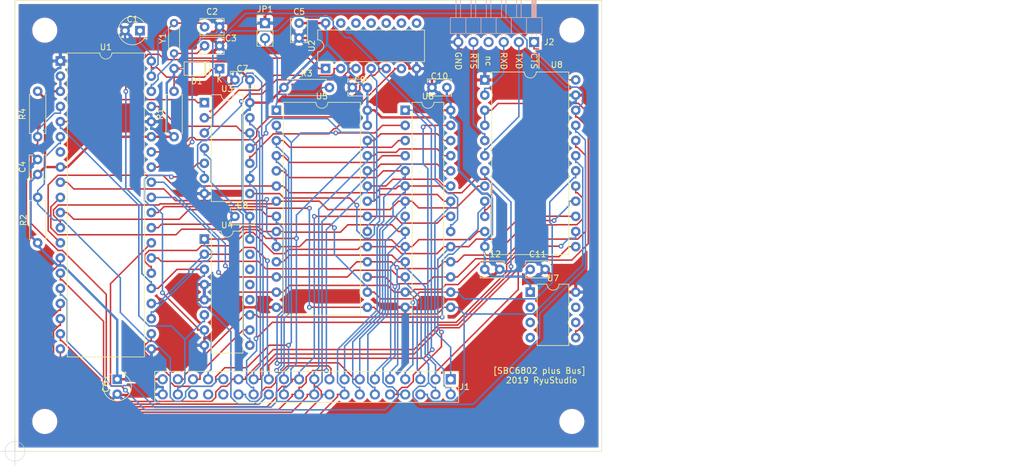
<source format=kicad_pcb>
(kicad_pcb (version 20171130) (host pcbnew "(5.1.2-1)-1")
  (title_block (title "SBC6802 plus Bus") (date 2019-11-15) (rev 1.0))
  (layers (0 F.Cu signal) (31 B.Cu signal hide) (34 B.Paste user) (35 F.Paste user) (36 B.SilkS user) (37 F.SilkS user) (38 B.Mask user) (39 F.Mask user) (44 Edge.Cuts user))
  (net 0 "")
  (net 1 GND)
  (net 2 /~Res)
  (net 3 "Net-(C2-Pad1)")
  (net 4 "Net-(C3-Pad1)")
  (net 5 +5V)
  (net 6 /~RD)
  (net 7 /~WR)
  (net 8 /D0)
  (net 9 /D1)
  (net 10 /D2)
  (net 11 /D3)
  (net 12 /D4)
  (net 13 /D5)
  (net 14 /D6)
  (net 15 /D7)
  (net 16 /A0)
  (net 17 /A1)
  (net 18 /A2)
  (net 19 /A3)
  (net 20 /A4)
  (net 21 /A5)
  (net 22 /A6)
  (net 23 /A7)
  (net 24 /A8)
  (net 25 /A9)
  (net 26 /A10)
  (net 27 /A11)
  (net 28 /A12)
  (net 29 /A13)
  (net 30 /A14)
  (net 31 /A15)
  (net 32 /R~W)
  (net 33 /E)
  (net 34 /~IRQ)
  (net 35 /~NMI)
  (net 36 "Net-(J1-Pad32)")
  (net 37 /0xe000)
  (net 38 "Net-(J1-Pad34)")
  (net 39 /0xa000)
  (net 40 "Net-(J1-Pad36)")
  (net 41 /0x8000)
  (net 42 /VMA)
  (net 43 /CTS)
  (net 44 /TXD)
  (net 45 /RXD)
  (net 46 /P5V)
  (net 47 /RTS)
  (net 48 "Net-(JP1-Pad2)")
  (net 49 "Net-(U1-Pad7)")
  (net 50 "Net-(U2-Pad6)")
  (net 51 "Net-(U2-Pad4)")
  (net 52 "Net-(U2-Pad3)")
  (net 53 "Net-(U2-Pad2)")
  (net 54 "Net-(U3-Pad3)")
  (net 55 "Net-(U3-Pad4)")
  (net 56 "Net-(U4-Pad12)")
  (net 57 "Net-(U4-Pad13)")
  (net 58 "Net-(U4-Pad14)")
  (net 59 "Net-(U4-Pad15)")
  (net 60 "Net-(U7-Pad5)")
  (net 61 "Net-(U7-Pad2)")
  (net 62 "Net-(U7-Pad6)")
  (net 63 "Net-(U7-Pad3)")
  (net 64 "Net-(U7-Pad7)")
  (net 65 "Net-(U7-Pad4)")
  (module Diode_THT:D_DO-35_SOD27_P7.62mm_Horizontal (layer F.Cu) (at 139.065 73.66 180)
    (fp_text reference D1 (at 3.81 -2.12) (layer F.SilkS))
    (fp_text value DIODE)
    (fp_text user K (at 0 -1.8) (layer F.SilkS))
    (pad 1 thru_hole rect (at 0 0 180) (size 1.6 1.6) (drill 0.8) (layers *.Cu *.Mask) (net 2 /~Res))
    (pad 2 thru_hole oval (at 7.62 0 180) (size 1.6 1.6) (drill 0.8) (layers *.Cu *.Mask) (net 5 +5V))
  )
  (module MountingHole:MountingHole_3.2mm_M3 (layer F.Cu) (at 198.105 67.23)
    (fp_text reference MH2 hide)
    (fp_text value MountingHole_3.2mm_M3 hide)
    (pad 1 np_thru_hole circle (at 0 0) (size 3.2 3.2) (drill 3.2) (layers *.Cu *.Mask))
  )
  (module MountingHole:MountingHole_3.2mm_M3 (layer F.Cu) (at 198.105 132.795)
    (fp_text reference MH4 hide)
    (fp_text value MountingHole_3.2mm_M3 hide)
    (pad 1 np_thru_hole circle (at 0 0) (size 3.2 3.2) (drill 3.2) (layers *.Cu *.Mask))
  )
  (module MountingHole:MountingHole_3.2mm_M3 (layer F.Cu) (at 109.775 132.795)
    (fp_text reference MH3 hide)
    (fp_text value MountingHole_3.2mm_M3)
    (pad 1 np_thru_hole circle (at 0 0) (size 3.2 3.2) (drill 3.2) (layers *.Cu *.Mask))
  )
  (module MountingHole:MountingHole_3.2mm_M3 (layer F.Cu) (at 109.775 67.23)
    (fp_text reference MH1 hide)
    (fp_text value MountingHole_3.2mm_M3 hide)
    (pad 1 np_thru_hole circle (at 0 0) (size 3.2 3.2) (drill 3.2) (layers *.Cu *.Mask))
  )
  (module Capacitor_THT:CP_Radial_Tantal_D4.5mm_P2.50mm (layer F.Cu) (at 125.73 67.31 180)
    (fp_text reference C1 (at 1.25 1.905) (layer F.SilkS))
    (fp_text value 10u)
    (pad 2 thru_hole circle (at 2.5 0 180) (size 1.6 1.6) (drill 0.8) (layers *.Cu *.Mask) (net 1 GND))
    (pad 1 thru_hole rect (at 0 0 180) (size 1.6 1.6) (drill 0.8) (layers *.Cu *.Mask) (net 2 /~Res))
  )
  (module Capacitor_THT:C_Disc_D3.8mm_W2.6mm_P2.50mm (layer F.Cu) (at 136.565 66.675)
    (fp_text reference C2 (at 1.25 -2.55) (layer F.SilkS))
    (fp_text value 22p)
    (pad 2 thru_hole circle (at 2.5 0) (size 1.6 1.6) (drill 0.8) (layers *.Cu *.Mask) (net 1 GND))
    (pad 1 thru_hole circle (at 0 0) (size 1.6 1.6) (drill 0.8) (layers *.Cu *.Mask) (net 3 "Net-(C2-Pad1)"))
  )
  (module Connector_PinHeader_2.54mm:PinHeader_1x06_P2.54mm_Horizontal (layer B.Cu) (at 191.77 69.215 90)
    (fp_text reference J2 (at 0 2.54) (layer F.SilkS))
    (fp_text value Conn_01x06)
    (pad 1 thru_hole rect (at 0 0 90) (size 1.7 1.7) (drill 1) (layers *.Cu *.Mask) (net 43 /CTS))
    (pad 2 thru_hole oval (at 0 -2.54 90) (size 1.7 1.7) (drill 1) (layers *.Cu *.Mask) (net 44 /TXD))
    (pad 3 thru_hole oval (at 0 -5.08 90) (size 1.7 1.7) (drill 1) (layers *.Cu *.Mask) (net 45 /RXD))
    (pad 4 thru_hole oval (at 0 -7.62 90) (size 1.7 1.7) (drill 1) (layers *.Cu *.Mask) (net 46 /P5V))
    (pad 5 thru_hole oval (at 0 -10.16 90) (size 1.7 1.7) (drill 1) (layers *.Cu *.Mask) (net 47 /RTS))
    (pad 6 thru_hole oval (at 0 -12.7 90) (size 1.7 1.7) (drill 1) (layers *.Cu *.Mask) (net 1 GND))
  )
  (module Connector_PinHeader_2.54mm:PinHeader_1x02_P2.54mm_Vertical (layer F.Cu) (at 146.685 66.04)
    (fp_text reference JP1 (at 0 -2.33) (layer F.SilkS))
    (fp_text value Jumper_NO_Small)
    (pad 1 thru_hole rect (at 0 0) (size 1.7 1.7) (drill 1) (layers *.Cu *.Mask) (net 1 GND))
    (pad 2 thru_hole oval (at 0 2.54) (size 1.7 1.7) (drill 1) (layers *.Cu *.Mask) (net 48 "Net-(JP1-Pad2)"))
  )
  (module Resistor_THT:R_Axial_DIN0207_L6.3mm_D2.5mm_P7.62mm_Horizontal (layer F.Cu) (at 131.445 85.09 90)
    (fp_text reference R1 (at 3.81 -2.37 90) (layer F.SilkS))
    (fp_text value 47k)
    (pad 2 thru_hole oval (at 7.62 0 90) (size 1.6 1.6) (drill 0.8) (layers *.Cu *.Mask) (net 2 /~Res))
    (pad 1 thru_hole circle (at 0 0 90) (size 1.6 1.6) (drill 0.8) (layers *.Cu *.Mask) (net 5 +5V))
  )
  (module Resistor_THT:R_Axial_DIN0207_L6.3mm_D2.5mm_P7.62mm_Horizontal (layer F.Cu) (at 108.585 102.87 90)
    (fp_text reference R2 (at 3.81 -2.37 90) (layer F.SilkS))
    (fp_text value 4.7k)
    (pad 1 thru_hole circle (at 0 0 90) (size 1.6 1.6) (drill 0.8) (layers *.Cu *.Mask) (net 5 +5V))
    (pad 2 thru_hole oval (at 7.62 0 90) (size 1.6 1.6) (drill 0.8) (layers *.Cu *.Mask) (net 35 /~NMI))
  )
  (module Resistor_THT:R_Axial_DIN0207_L6.3mm_D2.5mm_P7.62mm_Horizontal (layer F.Cu) (at 149.86 76.835)
    (fp_text reference R3 (at 3.81 -2.37) (layer F.SilkS))
    (fp_text value 4.7k)
    (pad 1 thru_hole circle (at 0 0) (size 1.6 1.6) (drill 0.8) (layers *.Cu *.Mask) (net 5 +5V))
    (pad 2 thru_hole oval (at 7.62 0) (size 1.6 1.6) (drill 0.8) (layers *.Cu *.Mask) (net 48 "Net-(JP1-Pad2)"))
  )
  (module Resistor_THT:R_Axial_DIN0207_L6.3mm_D2.5mm_P7.62mm_Horizontal (layer F.Cu) (at 108.585 77.47 270)
    (fp_text reference R4 (at 3.81 2.54 90) (layer F.SilkS))
    (fp_text value 4.7k)
    (pad 2 thru_hole oval (at 7.62 0 270) (size 1.6 1.6) (drill 0.8) (layers *.Cu *.Mask) (net 34 /~IRQ))
    (pad 1 thru_hole circle (at 0 0 270) (size 1.6 1.6) (drill 0.8) (layers *.Cu *.Mask) (net 5 +5V))
  )
  (module Connector_PinHeader_2.54mm:PinHeader_2x20_P2.54mm_Vertical (layer F.Cu) (at 177.8 125.73 270)
    (fp_text reference J1 (at 1.27 -2.33 180) (layer F.SilkS))
    (fp_text value Conn_02x20_Odd_Even)
    (pad 1 thru_hole rect (at 0 0 270) (size 1.7 1.7) (drill 1) (layers *.Cu *.Mask) (net 6 /~RD))
    (pad 2 thru_hole oval (at 2.54 0 270) (size 1.7 1.7) (drill 1) (layers *.Cu *.Mask) (net 7 /~WR))
    (pad 3 thru_hole oval (at 0 2.54 270) (size 1.7 1.7) (drill 1) (layers *.Cu *.Mask) (net 8 /D0))
    (pad 4 thru_hole oval (at 2.54 2.54 270) (size 1.7 1.7) (drill 1) (layers *.Cu *.Mask) (net 9 /D1))
    (pad 5 thru_hole oval (at 0 5.08 270) (size 1.7 1.7) (drill 1) (layers *.Cu *.Mask) (net 10 /D2))
    (pad 6 thru_hole oval (at 2.54 5.08 270) (size 1.7 1.7) (drill 1) (layers *.Cu *.Mask) (net 11 /D3))
    (pad 7 thru_hole oval (at 0 7.62 270) (size 1.7 1.7) (drill 1) (layers *.Cu *.Mask) (net 12 /D4))
    (pad 8 thru_hole oval (at 2.54 7.62 270) (size 1.7 1.7) (drill 1) (layers *.Cu *.Mask) (net 13 /D5))
    (pad 9 thru_hole oval (at 0 10.16 270) (size 1.7 1.7) (drill 1) (layers *.Cu *.Mask) (net 14 /D6))
    (pad 10 thru_hole oval (at 2.54 10.16 270) (size 1.7 1.7) (drill 1) (layers *.Cu *.Mask) (net 15 /D7))
    (pad 11 thru_hole oval (at 0 12.7 270) (size 1.7 1.7) (drill 1) (layers *.Cu *.Mask) (net 16 /A0))
    (pad 12 thru_hole oval (at 2.54 12.7 270) (size 1.7 1.7) (drill 1) (layers *.Cu *.Mask) (net 17 /A1))
    (pad 13 thru_hole oval (at 0 15.24 270) (size 1.7 1.7) (drill 1) (layers *.Cu *.Mask) (net 18 /A2))
    (pad 14 thru_hole oval (at 2.54 15.24 270) (size 1.7 1.7) (drill 1) (layers *.Cu *.Mask) (net 19 /A3))
    (pad 15 thru_hole oval (at 0 17.78 270) (size 1.7 1.7) (drill 1) (layers *.Cu *.Mask) (net 20 /A4))
    (pad 16 thru_hole oval (at 2.54 17.78 270) (size 1.7 1.7) (drill 1) (layers *.Cu *.Mask) (net 21 /A5))
    (pad 17 thru_hole oval (at 0 20.32 270) (size 1.7 1.7) (drill 1) (layers *.Cu *.Mask) (net 22 /A6))
    (pad 18 thru_hole oval (at 2.54 20.32 270) (size 1.7 1.7) (drill 1) (layers *.Cu *.Mask) (net 23 /A7))
    (pad 19 thru_hole oval (at 0 22.86 270) (size 1.7 1.7) (drill 1) (layers *.Cu *.Mask) (net 24 /A8))
    (pad 20 thru_hole oval (at 2.54 22.86 270) (size 1.7 1.7) (drill 1) (layers *.Cu *.Mask) (net 25 /A9))
    (pad 21 thru_hole oval (at 0 25.4 270) (size 1.7 1.7) (drill 1) (layers *.Cu *.Mask) (net 26 /A10))
    (pad 22 thru_hole oval (at 2.54 25.4 270) (size 1.7 1.7) (drill 1) (layers *.Cu *.Mask) (net 27 /A11))
    (pad 23 thru_hole oval (at 0 27.94 270) (size 1.7 1.7) (drill 1) (layers *.Cu *.Mask) (net 28 /A12))
    (pad 24 thru_hole oval (at 2.54 27.94 270) (size 1.7 1.7) (drill 1) (layers *.Cu *.Mask) (net 29 /A13))
    (pad 25 thru_hole oval (at 0 30.48 270) (size 1.7 1.7) (drill 1) (layers *.Cu *.Mask) (net 30 /A14))
    (pad 26 thru_hole oval (at 2.54 30.48 270) (size 1.7 1.7) (drill 1) (layers *.Cu *.Mask) (net 31 /A15))
    (pad 27 thru_hole oval (at 0 33.02 270) (size 1.7 1.7) (drill 1) (layers *.Cu *.Mask) (net 32 /R~W))
    (pad 28 thru_hole oval (at 2.54 33.02 270) (size 1.7 1.7) (drill 1) (layers *.Cu *.Mask) (net 33 /E))
    (pad 29 thru_hole oval (at 0 35.56 270) (size 1.7 1.7) (drill 1) (layers *.Cu *.Mask) (net 34 /~IRQ))
    (pad 30 thru_hole oval (at 2.54 35.56 270) (size 1.7 1.7) (drill 1) (layers *.Cu *.Mask) (net 2 /~Res))
    (pad 31 thru_hole oval (at 0 38.1 270) (size 1.7 1.7) (drill 1) (layers *.Cu *.Mask) (net 35 /~NMI))
    (pad 32 thru_hole oval (at 2.54 38.1 270) (size 1.7 1.7) (drill 1) (layers *.Cu *.Mask) (net 36 "Net-(J1-Pad32)"))
    (pad 33 thru_hole oval (at 0 40.64 270) (size 1.7 1.7) (drill 1) (layers *.Cu *.Mask) (net 37 /0xe000))
    (pad 34 thru_hole oval (at 2.54 40.64 270) (size 1.7 1.7) (drill 1) (layers *.Cu *.Mask) (net 38 "Net-(J1-Pad34)"))
    (pad 35 thru_hole oval (at 0 43.18 270) (size 1.7 1.7) (drill 1) (layers *.Cu *.Mask) (net 39 /0xa000))
    (pad 36 thru_hole oval (at 2.54 43.18 270) (size 1.7 1.7) (drill 1) (layers *.Cu *.Mask) (net 40 "Net-(J1-Pad36)"))
    (pad 37 thru_hole oval (at 0 45.72 270) (size 1.7 1.7) (drill 1) (layers *.Cu *.Mask) (net 41 /0x8000))
    (pad 38 thru_hole oval (at 2.54 45.72 270) (size 1.7 1.7) (drill 1) (layers *.Cu *.Mask) (net 42 /VMA))
    (pad 39 thru_hole oval (at 0 48.26 270) (size 1.7 1.7) (drill 1) (layers *.Cu *.Mask) (net 5 +5V))
    (pad 40 thru_hole oval (at 2.54 48.26 270) (size 1.7 1.7) (drill 1) (layers *.Cu *.Mask) (net 1 GND))
  )
  (module Package_DIP:DIP-40_W15.24mm (layer F.Cu) (at 112.395 72.39)
    (fp_text reference U1 (at 7.62 -2.33) (layer F.SilkS))
    (fp_text value MC6802)
    (pad 1 thru_hole rect (at 0 0) (size 1.6 1.6) (drill 0.8) (layers *.Cu *.Mask) (net 1 GND))
    (pad 21 thru_hole oval (at 15.24 48.26) (size 1.6 1.6) (drill 0.8) (layers *.Cu *.Mask) (net 1 GND))
    (pad 2 thru_hole oval (at 0 2.54) (size 1.6 1.6) (drill 0.8) (layers *.Cu *.Mask) (net 5 +5V))
    (pad 22 thru_hole oval (at 15.24 45.72) (size 1.6 1.6) (drill 0.8) (layers *.Cu *.Mask) (net 28 /A12))
    (pad 3 thru_hole oval (at 0 5.08) (size 1.6 1.6) (drill 0.8) (layers *.Cu *.Mask) (net 5 +5V))
    (pad 23 thru_hole oval (at 15.24 43.18) (size 1.6 1.6) (drill 0.8) (layers *.Cu *.Mask) (net 29 /A13))
    (pad 4 thru_hole oval (at 0 7.62) (size 1.6 1.6) (drill 0.8) (layers *.Cu *.Mask) (net 34 /~IRQ))
    (pad 24 thru_hole oval (at 15.24 40.64) (size 1.6 1.6) (drill 0.8) (layers *.Cu *.Mask) (net 30 /A14))
    (pad 5 thru_hole oval (at 0 10.16) (size 1.6 1.6) (drill 0.8) (layers *.Cu *.Mask) (net 42 /VMA))
    (pad 25 thru_hole oval (at 15.24 38.1) (size 1.6 1.6) (drill 0.8) (layers *.Cu *.Mask) (net 31 /A15))
    (pad 6 thru_hole oval (at 0 12.7) (size 1.6 1.6) (drill 0.8) (layers *.Cu *.Mask) (net 35 /~NMI))
    (pad 26 thru_hole oval (at 15.24 35.56) (size 1.6 1.6) (drill 0.8) (layers *.Cu *.Mask) (net 15 /D7))
    (pad 7 thru_hole oval (at 0 15.24) (size 1.6 1.6) (drill 0.8) (layers *.Cu *.Mask) (net 49 "Net-(U1-Pad7)"))
    (pad 27 thru_hole oval (at 15.24 33.02) (size 1.6 1.6) (drill 0.8) (layers *.Cu *.Mask) (net 14 /D6))
    (pad 8 thru_hole oval (at 0 17.78) (size 1.6 1.6) (drill 0.8) (layers *.Cu *.Mask) (net 5 +5V))
    (pad 28 thru_hole oval (at 15.24 30.48) (size 1.6 1.6) (drill 0.8) (layers *.Cu *.Mask) (net 13 /D5))
    (pad 9 thru_hole oval (at 0 20.32) (size 1.6 1.6) (drill 0.8) (layers *.Cu *.Mask) (net 16 /A0))
    (pad 29 thru_hole oval (at 15.24 27.94) (size 1.6 1.6) (drill 0.8) (layers *.Cu *.Mask) (net 12 /D4))
    (pad 10 thru_hole oval (at 0 22.86) (size 1.6 1.6) (drill 0.8) (layers *.Cu *.Mask) (net 17 /A1))
    (pad 30 thru_hole oval (at 15.24 25.4) (size 1.6 1.6) (drill 0.8) (layers *.Cu *.Mask) (net 11 /D3))
    (pad 11 thru_hole oval (at 0 25.4) (size 1.6 1.6) (drill 0.8) (layers *.Cu *.Mask) (net 18 /A2))
    (pad 31 thru_hole oval (at 15.24 22.86) (size 1.6 1.6) (drill 0.8) (layers *.Cu *.Mask) (net 10 /D2))
    (pad 12 thru_hole oval (at 0 27.94) (size 1.6 1.6) (drill 0.8) (layers *.Cu *.Mask) (net 19 /A3))
    (pad 32 thru_hole oval (at 15.24 20.32) (size 1.6 1.6) (drill 0.8) (layers *.Cu *.Mask) (net 9 /D1))
    (pad 13 thru_hole oval (at 0 30.48) (size 1.6 1.6) (drill 0.8) (layers *.Cu *.Mask) (net 20 /A4))
    (pad 33 thru_hole oval (at 15.24 17.78) (size 1.6 1.6) (drill 0.8) (layers *.Cu *.Mask) (net 8 /D0))
    (pad 14 thru_hole oval (at 0 33.02) (size 1.6 1.6) (drill 0.8) (layers *.Cu *.Mask) (net 21 /A5))
    (pad 34 thru_hole oval (at 15.24 15.24) (size 1.6 1.6) (drill 0.8) (layers *.Cu *.Mask) (net 32 /R~W))
    (pad 15 thru_hole oval (at 0 35.56) (size 1.6 1.6) (drill 0.8) (layers *.Cu *.Mask) (net 22 /A6))
    (pad 35 thru_hole oval (at 15.24 12.7) (size 1.6 1.6) (drill 0.8) (layers *.Cu *.Mask) (net 5 +5V))
    (pad 16 thru_hole oval (at 0 38.1) (size 1.6 1.6) (drill 0.8) (layers *.Cu *.Mask) (net 23 /A7))
    (pad 36 thru_hole oval (at 15.24 10.16) (size 1.6 1.6) (drill 0.8) (layers *.Cu *.Mask) (net 1 GND))
    (pad 17 thru_hole oval (at 0 40.64) (size 1.6 1.6) (drill 0.8) (layers *.Cu *.Mask) (net 24 /A8))
    (pad 37 thru_hole oval (at 15.24 7.62) (size 1.6 1.6) (drill 0.8) (layers *.Cu *.Mask) (net 33 /E))
    (pad 18 thru_hole oval (at 0 43.18) (size 1.6 1.6) (drill 0.8) (layers *.Cu *.Mask) (net 25 /A9))
    (pad 38 thru_hole oval (at 15.24 5.08) (size 1.6 1.6) (drill 0.8) (layers *.Cu *.Mask) (net 4 "Net-(C3-Pad1)"))
    (pad 19 thru_hole oval (at 0 45.72) (size 1.6 1.6) (drill 0.8) (layers *.Cu *.Mask) (net 26 /A10))
    (pad 39 thru_hole oval (at 15.24 2.54) (size 1.6 1.6) (drill 0.8) (layers *.Cu *.Mask) (net 3 "Net-(C2-Pad1)"))
    (pad 20 thru_hole oval (at 0 48.26) (size 1.6 1.6) (drill 0.8) (layers *.Cu *.Mask) (net 27 /A11))
    (pad 40 thru_hole oval (at 15.24 0) (size 1.6 1.6) (drill 0.8) (layers *.Cu *.Mask) (net 2 /~Res))
  )
  (module Package_DIP:DIP-14_W7.62mm (layer F.Cu) (at 156.845 73.66 90)
    (fp_text reference U2 (at 3.81 -2.33 90) (layer F.SilkS))
    (fp_text value 74LS04)
    (pad 14 thru_hole oval (at 7.62 0 90) (size 1.6 1.6) (drill 0.8) (layers *.Cu *.Mask) (net 5 +5V))
    (pad 7 thru_hole oval (at 0 15.24 90) (size 1.6 1.6) (drill 0.8) (layers *.Cu *.Mask) (net 1 GND))
    (pad 13 thru_hole oval (at 7.62 2.54 90) (size 1.6 1.6) (drill 0.8) (layers *.Cu *.Mask))
    (pad 6 thru_hole oval (at 0 12.7 90) (size 1.6 1.6) (drill 0.8) (layers *.Cu *.Mask) (net 50 "Net-(U2-Pad6)"))
    (pad 12 thru_hole oval (at 7.62 5.08 90) (size 1.6 1.6) (drill 0.8) (layers *.Cu *.Mask))
    (pad 5 thru_hole oval (at 0 10.16 90) (size 1.6 1.6) (drill 0.8) (layers *.Cu *.Mask) (net 32 /R~W))
    (pad 11 thru_hole oval (at 7.62 7.62 90) (size 1.6 1.6) (drill 0.8) (layers *.Cu *.Mask))
    (pad 4 thru_hole oval (at 0 7.62 90) (size 1.6 1.6) (drill 0.8) (layers *.Cu *.Mask) (net 51 "Net-(U2-Pad4)"))
    (pad 10 thru_hole oval (at 7.62 10.16 90) (size 1.6 1.6) (drill 0.8) (layers *.Cu *.Mask))
    (pad 3 thru_hole oval (at 0 5.08 90) (size 1.6 1.6) (drill 0.8) (layers *.Cu *.Mask) (net 52 "Net-(U2-Pad3)"))
    (pad 9 thru_hole oval (at 7.62 12.7 90) (size 1.6 1.6) (drill 0.8) (layers *.Cu *.Mask))
    (pad 2 thru_hole oval (at 0 2.54 90) (size 1.6 1.6) (drill 0.8) (layers *.Cu *.Mask) (net 53 "Net-(U2-Pad2)"))
    (pad 8 thru_hole oval (at 7.62 15.24 90) (size 1.6 1.6) (drill 0.8) (layers *.Cu *.Mask))
    (pad 1 thru_hole rect (at 0 0 90) (size 1.6 1.6) (drill 0.8) (layers *.Cu *.Mask) (net 31 /A15))
  )
  (module Package_DIP:DIP-14_W7.62mm (layer F.Cu) (at 136.525 79.375)
    (fp_text reference U3 (at 3.81 -2.33) (layer F.SilkS))
    (fp_text value 74LS00)
    (pad 1 thru_hole rect (at 0 0) (size 1.6 1.6) (drill 0.8) (layers *.Cu *.Mask) (net 42 /VMA))
    (pad 8 thru_hole oval (at 7.62 15.24) (size 1.6 1.6) (drill 0.8) (layers *.Cu *.Mask) (net 7 /~WR))
    (pad 2 thru_hole oval (at 0 2.54) (size 1.6 1.6) (drill 0.8) (layers *.Cu *.Mask) (net 53 "Net-(U2-Pad2)"))
    (pad 9 thru_hole oval (at 7.62 12.7) (size 1.6 1.6) (drill 0.8) (layers *.Cu *.Mask) (net 33 /E))
    (pad 3 thru_hole oval (at 0 5.08) (size 1.6 1.6) (drill 0.8) (layers *.Cu *.Mask) (net 54 "Net-(U3-Pad3)"))
    (pad 10 thru_hole oval (at 7.62 10.16) (size 1.6 1.6) (drill 0.8) (layers *.Cu *.Mask) (net 50 "Net-(U2-Pad6)"))
    (pad 4 thru_hole oval (at 0 7.62) (size 1.6 1.6) (drill 0.8) (layers *.Cu *.Mask) (net 55 "Net-(U3-Pad4)"))
    (pad 11 thru_hole oval (at 7.62 7.62) (size 1.6 1.6) (drill 0.8) (layers *.Cu *.Mask) (net 6 /~RD))
    (pad 5 thru_hole oval (at 0 10.16) (size 1.6 1.6) (drill 0.8) (layers *.Cu *.Mask) (net 37 /0xe000))
    (pad 12 thru_hole oval (at 7.62 5.08) (size 1.6 1.6) (drill 0.8) (layers *.Cu *.Mask) (net 33 /E))
    (pad 6 thru_hole oval (at 0 12.7) (size 1.6 1.6) (drill 0.8) (layers *.Cu *.Mask) (net 52 "Net-(U2-Pad3)"))
    (pad 13 thru_hole oval (at 7.62 2.54) (size 1.6 1.6) (drill 0.8) (layers *.Cu *.Mask) (net 32 /R~W))
    (pad 7 thru_hole oval (at 0 15.24) (size 1.6 1.6) (drill 0.8) (layers *.Cu *.Mask) (net 1 GND))
    (pad 14 thru_hole oval (at 7.62 0) (size 1.6 1.6) (drill 0.8) (layers *.Cu *.Mask) (net 5 +5V))
  )
  (module Package_DIP:DIP-16_W7.62mm (layer F.Cu) (at 136.525 102.235)
    (fp_text reference U4 (at 3.81 -2.33) (layer F.SilkS))
    (fp_text value 74LS138)
    (pad 1 thru_hole rect (at 0 0) (size 1.6 1.6) (drill 0.8) (layers *.Cu *.Mask) (net 29 /A13))
    (pad 9 thru_hole oval (at 7.62 17.78) (size 1.6 1.6) (drill 0.8) (layers *.Cu *.Mask) (net 55 "Net-(U3-Pad4)"))
    (pad 2 thru_hole oval (at 0 2.54) (size 1.6 1.6) (drill 0.8) (layers *.Cu *.Mask) (net 30 /A14))
    (pad 10 thru_hole oval (at 7.62 15.24) (size 1.6 1.6) (drill 0.8) (layers *.Cu *.Mask) (net 39 /0xa000))
    (pad 3 thru_hole oval (at 0 5.08) (size 1.6 1.6) (drill 0.8) (layers *.Cu *.Mask) (net 31 /A15))
    (pad 11 thru_hole oval (at 7.62 12.7) (size 1.6 1.6) (drill 0.8) (layers *.Cu *.Mask) (net 41 /0x8000))
    (pad 4 thru_hole oval (at 0 7.62) (size 1.6 1.6) (drill 0.8) (layers *.Cu *.Mask) (net 1 GND))
    (pad 12 thru_hole oval (at 7.62 10.16) (size 1.6 1.6) (drill 0.8) (layers *.Cu *.Mask) (net 56 "Net-(U4-Pad12)"))
    (pad 5 thru_hole oval (at 0 10.16) (size 1.6 1.6) (drill 0.8) (layers *.Cu *.Mask) (net 1 GND))
    (pad 13 thru_hole oval (at 7.62 7.62) (size 1.6 1.6) (drill 0.8) (layers *.Cu *.Mask) (net 57 "Net-(U4-Pad13)"))
    (pad 6 thru_hole oval (at 0 12.7) (size 1.6 1.6) (drill 0.8) (layers *.Cu *.Mask) (net 42 /VMA))
    (pad 14 thru_hole oval (at 7.62 5.08) (size 1.6 1.6) (drill 0.8) (layers *.Cu *.Mask) (net 58 "Net-(U4-Pad14)"))
    (pad 7 thru_hole oval (at 0 15.24) (size 1.6 1.6) (drill 0.8) (layers *.Cu *.Mask) (net 37 /0xe000))
    (pad 15 thru_hole oval (at 7.62 2.54) (size 1.6 1.6) (drill 0.8) (layers *.Cu *.Mask) (net 59 "Net-(U4-Pad15)"))
    (pad 8 thru_hole oval (at 0 17.78) (size 1.6 1.6) (drill 0.8) (layers *.Cu *.Mask) (net 1 GND))
    (pad 16 thru_hole oval (at 7.62 0) (size 1.6 1.6) (drill 0.8) (layers *.Cu *.Mask) (net 5 +5V))
  )
  (module Package_DIP:DIP-28_W15.24mm (layer F.Cu) (at 148.59 80.645)
    (fp_text reference U5 (at 7.62 -2.33) (layer F.SilkS))
    (fp_text value "28C256 EEPROM")
    (pad 1 thru_hole rect (at 0 0) (size 1.6 1.6) (drill 0.8) (layers *.Cu *.Mask) (net 48 "Net-(JP1-Pad2)"))
    (pad 15 thru_hole oval (at 15.24 33.02) (size 1.6 1.6) (drill 0.8) (layers *.Cu *.Mask) (net 11 /D3))
    (pad 2 thru_hole oval (at 0 2.54) (size 1.6 1.6) (drill 0.8) (layers *.Cu *.Mask) (net 28 /A12))
    (pad 16 thru_hole oval (at 15.24 30.48) (size 1.6 1.6) (drill 0.8) (layers *.Cu *.Mask) (net 12 /D4))
    (pad 3 thru_hole oval (at 0 5.08) (size 1.6 1.6) (drill 0.8) (layers *.Cu *.Mask) (net 23 /A7))
    (pad 17 thru_hole oval (at 15.24 27.94) (size 1.6 1.6) (drill 0.8) (layers *.Cu *.Mask) (net 13 /D5))
    (pad 4 thru_hole oval (at 0 7.62) (size 1.6 1.6) (drill 0.8) (layers *.Cu *.Mask) (net 22 /A6))
    (pad 18 thru_hole oval (at 15.24 25.4) (size 1.6 1.6) (drill 0.8) (layers *.Cu *.Mask) (net 14 /D6))
    (pad 5 thru_hole oval (at 0 10.16) (size 1.6 1.6) (drill 0.8) (layers *.Cu *.Mask) (net 21 /A5))
    (pad 19 thru_hole oval (at 15.24 22.86) (size 1.6 1.6) (drill 0.8) (layers *.Cu *.Mask) (net 15 /D7))
    (pad 6 thru_hole oval (at 0 12.7) (size 1.6 1.6) (drill 0.8) (layers *.Cu *.Mask) (net 20 /A4))
    (pad 20 thru_hole oval (at 15.24 20.32) (size 1.6 1.6) (drill 0.8) (layers *.Cu *.Mask) (net 51 "Net-(U2-Pad4)"))
    (pad 7 thru_hole oval (at 0 15.24) (size 1.6 1.6) (drill 0.8) (layers *.Cu *.Mask) (net 19 /A3))
    (pad 21 thru_hole oval (at 15.24 17.78) (size 1.6 1.6) (drill 0.8) (layers *.Cu *.Mask) (net 26 /A10))
    (pad 8 thru_hole oval (at 0 17.78) (size 1.6 1.6) (drill 0.8) (layers *.Cu *.Mask) (net 18 /A2))
    (pad 22 thru_hole oval (at 15.24 15.24) (size 1.6 1.6) (drill 0.8) (layers *.Cu *.Mask) (net 6 /~RD))
    (pad 9 thru_hole oval (at 0 20.32) (size 1.6 1.6) (drill 0.8) (layers *.Cu *.Mask) (net 17 /A1))
    (pad 23 thru_hole oval (at 15.24 12.7) (size 1.6 1.6) (drill 0.8) (layers *.Cu *.Mask) (net 27 /A11))
    (pad 10 thru_hole oval (at 0 22.86) (size 1.6 1.6) (drill 0.8) (layers *.Cu *.Mask) (net 16 /A0))
    (pad 24 thru_hole oval (at 15.24 10.16) (size 1.6 1.6) (drill 0.8) (layers *.Cu *.Mask) (net 25 /A9))
    (pad 11 thru_hole oval (at 0 25.4) (size 1.6 1.6) (drill 0.8) (layers *.Cu *.Mask) (net 8 /D0))
    (pad 25 thru_hole oval (at 15.24 7.62) (size 1.6 1.6) (drill 0.8) (layers *.Cu *.Mask) (net 24 /A8))
    (pad 12 thru_hole oval (at 0 27.94) (size 1.6 1.6) (drill 0.8) (layers *.Cu *.Mask) (net 9 /D1))
    (pad 26 thru_hole oval (at 15.24 5.08) (size 1.6 1.6) (drill 0.8) (layers *.Cu *.Mask) (net 29 /A13))
    (pad 13 thru_hole oval (at 0 30.48) (size 1.6 1.6) (drill 0.8) (layers *.Cu *.Mask) (net 10 /D2))
    (pad 27 thru_hole oval (at 15.24 2.54) (size 1.6 1.6) (drill 0.8) (layers *.Cu *.Mask) (net 5 +5V))
    (pad 14 thru_hole oval (at 0 33.02) (size 1.6 1.6) (drill 0.8) (layers *.Cu *.Mask) (net 1 GND))
    (pad 28 thru_hole oval (at 15.24 0) (size 1.6 1.6) (drill 0.8) (layers *.Cu *.Mask) (net 5 +5V))
  )
  (module Package_DIP:DIP-28_W7.62mm (layer F.Cu) (at 170.18 80.645)
    (fp_text reference U6 (at 3.81 -2.33) (layer F.SilkS))
    (fp_text value "71256 32KB SRAM")
    (pad 1 thru_hole rect (at 0 0) (size 1.6 1.6) (drill 0.8) (layers *.Cu *.Mask) (net 30 /A14))
    (pad 15 thru_hole oval (at 7.62 33.02) (size 1.6 1.6) (drill 0.8) (layers *.Cu *.Mask) (net 11 /D3))
    (pad 2 thru_hole oval (at 0 2.54) (size 1.6 1.6) (drill 0.8) (layers *.Cu *.Mask) (net 28 /A12))
    (pad 16 thru_hole oval (at 7.62 30.48) (size 1.6 1.6) (drill 0.8) (layers *.Cu *.Mask) (net 12 /D4))
    (pad 3 thru_hole oval (at 0 5.08) (size 1.6 1.6) (drill 0.8) (layers *.Cu *.Mask) (net 23 /A7))
    (pad 17 thru_hole oval (at 7.62 27.94) (size 1.6 1.6) (drill 0.8) (layers *.Cu *.Mask) (net 13 /D5))
    (pad 4 thru_hole oval (at 0 7.62) (size 1.6 1.6) (drill 0.8) (layers *.Cu *.Mask) (net 22 /A6))
    (pad 18 thru_hole oval (at 7.62 25.4) (size 1.6 1.6) (drill 0.8) (layers *.Cu *.Mask) (net 14 /D6))
    (pad 5 thru_hole oval (at 0 10.16) (size 1.6 1.6) (drill 0.8) (layers *.Cu *.Mask) (net 21 /A5))
    (pad 19 thru_hole oval (at 7.62 22.86) (size 1.6 1.6) (drill 0.8) (layers *.Cu *.Mask) (net 15 /D7))
    (pad 6 thru_hole oval (at 0 12.7) (size 1.6 1.6) (drill 0.8) (layers *.Cu *.Mask) (net 20 /A4))
    (pad 20 thru_hole oval (at 7.62 20.32) (size 1.6 1.6) (drill 0.8) (layers *.Cu *.Mask) (net 54 "Net-(U3-Pad3)"))
    (pad 7 thru_hole oval (at 0 15.24) (size 1.6 1.6) (drill 0.8) (layers *.Cu *.Mask) (net 19 /A3))
    (pad 21 thru_hole oval (at 7.62 17.78) (size 1.6 1.6) (drill 0.8) (layers *.Cu *.Mask) (net 26 /A10))
    (pad 8 thru_hole oval (at 0 17.78) (size 1.6 1.6) (drill 0.8) (layers *.Cu *.Mask) (net 18 /A2))
    (pad 22 thru_hole oval (at 7.62 15.24) (size 1.6 1.6) (drill 0.8) (layers *.Cu *.Mask) (net 6 /~RD))
    (pad 9 thru_hole oval (at 0 20.32) (size 1.6 1.6) (drill 0.8) (layers *.Cu *.Mask) (net 17 /A1))
    (pad 23 thru_hole oval (at 7.62 12.7) (size 1.6 1.6) (drill 0.8) (layers *.Cu *.Mask) (net 27 /A11))
    (pad 10 thru_hole oval (at 0 22.86) (size 1.6 1.6) (drill 0.8) (layers *.Cu *.Mask) (net 16 /A0))
    (pad 24 thru_hole oval (at 7.62 10.16) (size 1.6 1.6) (drill 0.8) (layers *.Cu *.Mask) (net 25 /A9))
    (pad 11 thru_hole oval (at 0 25.4) (size 1.6 1.6) (drill 0.8) (layers *.Cu *.Mask) (net 8 /D0))
    (pad 25 thru_hole oval (at 7.62 7.62) (size 1.6 1.6) (drill 0.8) (layers *.Cu *.Mask) (net 24 /A8))
    (pad 12 thru_hole oval (at 0 27.94) (size 1.6 1.6) (drill 0.8) (layers *.Cu *.Mask) (net 9 /D1))
    (pad 26 thru_hole oval (at 7.62 5.08) (size 1.6 1.6) (drill 0.8) (layers *.Cu *.Mask) (net 29 /A13))
    (pad 13 thru_hole oval (at 0 30.48) (size 1.6 1.6) (drill 0.8) (layers *.Cu *.Mask) (net 10 /D2))
    (pad 27 thru_hole oval (at 7.62 2.54) (size 1.6 1.6) (drill 0.8) (layers *.Cu *.Mask) (net 7 /~WR))
    (pad 14 thru_hole oval (at 0 33.02) (size 1.6 1.6) (drill 0.8) (layers *.Cu *.Mask) (net 1 GND))
    (pad 28 thru_hole oval (at 7.62 0) (size 1.6 1.6) (drill 0.8) (layers *.Cu *.Mask) (net 5 +5V))
  )
  (module Package_DIP:DIP-8_W7.62mm (layer F.Cu) (at 191.135 111.125)
    (fp_text reference U7 (at 3.81 -2.33) (layer F.SilkS))
    (fp_text value PIC12F1822-IP)
    (pad 1 thru_hole rect (at 0 0) (size 1.6 1.6) (drill 0.8) (layers *.Cu *.Mask) (net 5 +5V))
    (pad 5 thru_hole oval (at 7.62 7.62) (size 1.6 1.6) (drill 0.8) (layers *.Cu *.Mask) (net 60 "Net-(U7-Pad5)"))
    (pad 2 thru_hole oval (at 0 2.54) (size 1.6 1.6) (drill 0.8) (layers *.Cu *.Mask) (net 61 "Net-(U7-Pad2)"))
    (pad 6 thru_hole oval (at 7.62 5.08) (size 1.6 1.6) (drill 0.8) (layers *.Cu *.Mask) (net 62 "Net-(U7-Pad6)"))
    (pad 3 thru_hole oval (at 0 5.08) (size 1.6 1.6) (drill 0.8) (layers *.Cu *.Mask) (net 63 "Net-(U7-Pad3)"))
    (pad 7 thru_hole oval (at 7.62 2.54) (size 1.6 1.6) (drill 0.8) (layers *.Cu *.Mask) (net 64 "Net-(U7-Pad7)"))
    (pad 4 thru_hole oval (at 0 7.62) (size 1.6 1.6) (drill 0.8) (layers *.Cu *.Mask) (net 65 "Net-(U7-Pad4)"))
    (pad 8 thru_hole oval (at 7.62 0) (size 1.6 1.6) (drill 0.8) (layers *.Cu *.Mask) (net 1 GND))
  )
  (module Package_DIP:DIP-24_W15.24mm (layer F.Cu) (at 183.515 75.565)
    (fp_text reference U8 (at 12.065 -2.54) (layer F.SilkS))
    (fp_text value MC6850)
    (pad 1 thru_hole rect (at 0 0) (size 1.6 1.6) (drill 0.8) (layers *.Cu *.Mask) (net 1 GND))
    (pad 13 thru_hole oval (at 15.24 27.94) (size 1.6 1.6) (drill 0.8) (layers *.Cu *.Mask) (net 32 /R~W))
    (pad 2 thru_hole oval (at 0 2.54) (size 1.6 1.6) (drill 0.8) (layers *.Cu *.Mask) (net 45 /RXD))
    (pad 14 thru_hole oval (at 15.24 25.4) (size 1.6 1.6) (drill 0.8) (layers *.Cu *.Mask) (net 33 /E))
    (pad 3 thru_hole oval (at 0 5.08) (size 1.6 1.6) (drill 0.8) (layers *.Cu *.Mask) (net 60 "Net-(U7-Pad5)"))
    (pad 15 thru_hole oval (at 15.24 22.86) (size 1.6 1.6) (drill 0.8) (layers *.Cu *.Mask) (net 15 /D7))
    (pad 4 thru_hole oval (at 0 7.62) (size 1.6 1.6) (drill 0.8) (layers *.Cu *.Mask) (net 60 "Net-(U7-Pad5)"))
    (pad 16 thru_hole oval (at 15.24 20.32) (size 1.6 1.6) (drill 0.8) (layers *.Cu *.Mask) (net 14 /D6))
    (pad 5 thru_hole oval (at 0 10.16) (size 1.6 1.6) (drill 0.8) (layers *.Cu *.Mask) (net 47 /RTS))
    (pad 17 thru_hole oval (at 15.24 17.78) (size 1.6 1.6) (drill 0.8) (layers *.Cu *.Mask) (net 13 /D5))
    (pad 6 thru_hole oval (at 0 12.7) (size 1.6 1.6) (drill 0.8) (layers *.Cu *.Mask) (net 44 /TXD))
    (pad 18 thru_hole oval (at 15.24 15.24) (size 1.6 1.6) (drill 0.8) (layers *.Cu *.Mask) (net 12 /D4))
    (pad 7 thru_hole oval (at 0 15.24) (size 1.6 1.6) (drill 0.8) (layers *.Cu *.Mask) (net 34 /~IRQ))
    (pad 19 thru_hole oval (at 15.24 12.7) (size 1.6 1.6) (drill 0.8) (layers *.Cu *.Mask) (net 11 /D3))
    (pad 8 thru_hole oval (at 0 17.78) (size 1.6 1.6) (drill 0.8) (layers *.Cu *.Mask) (net 19 /A3))
    (pad 20 thru_hole oval (at 15.24 10.16) (size 1.6 1.6) (drill 0.8) (layers *.Cu *.Mask) (net 10 /D2))
    (pad 9 thru_hole oval (at 0 20.32) (size 1.6 1.6) (drill 0.8) (layers *.Cu *.Mask) (net 41 /0x8000))
    (pad 21 thru_hole oval (at 15.24 7.62) (size 1.6 1.6) (drill 0.8) (layers *.Cu *.Mask) (net 9 /D1))
    (pad 10 thru_hole oval (at 0 22.86) (size 1.6 1.6) (drill 0.8) (layers *.Cu *.Mask) (net 20 /A4))
    (pad 22 thru_hole oval (at 15.24 5.08) (size 1.6 1.6) (drill 0.8) (layers *.Cu *.Mask) (net 8 /D0))
    (pad 11 thru_hole oval (at 0 25.4) (size 1.6 1.6) (drill 0.8) (layers *.Cu *.Mask) (net 16 /A0))
    (pad 23 thru_hole oval (at 15.24 2.54) (size 1.6 1.6) (drill 0.8) (layers *.Cu *.Mask) (net 1 GND))
    (pad 12 thru_hole oval (at 0 27.94) (size 1.6 1.6) (drill 0.8) (layers *.Cu *.Mask) (net 5 +5V))
    (pad 24 thru_hole oval (at 15.24 0) (size 1.6 1.6) (drill 0.8) (layers *.Cu *.Mask) (net 43 /CTS))
  )
  (module Resistor_THT:R_Axial_DIN0204_L3.6mm_D1.6mm_P5.08mm_Horizontal (layer F.Cu) (at 131.445 66.04 270)
    (fp_text reference Y1 (at 2.54 1.905 90) (layer F.SilkS))
    (fp_text value 4MHz)
    (pad 1 thru_hole circle (at 0 0 270) (size 1.4 1.4) (drill 0.7) (layers *.Cu *.Mask) (net 3 "Net-(C2-Pad1)"))
    (pad 2 thru_hole oval (at 5.08 0 270) (size 1.4 1.4) (drill 0.7) (layers *.Cu *.Mask) (net 4 "Net-(C3-Pad1)"))
  )
  (module Capacitor_THT:C_Disc_D3.8mm_W2.6mm_P2.50mm (layer F.Cu) (at 191.135 107.315)
    (fp_text reference C11 (at 1.25 -2.55) (layer F.SilkS))
    (fp_text value 0.1u)
    (pad 1 thru_hole circle (at 0 0) (size 1.6 1.6) (drill 0.8) (layers *.Cu *.Mask) (net 5 +5V))
    (pad 2 thru_hole circle (at 2.5 0) (size 1.6 1.6) (drill 0.8) (layers *.Cu *.Mask) (net 1 GND))
  )
  (module Capacitor_THT:C_Disc_D3.8mm_W2.6mm_P2.50mm (layer F.Cu) (at 177.165 76.835 180)
    (fp_text reference C10 (at 1.25 1.905) (layer F.SilkS))
    (fp_text value 0.1u)
    (pad 2 thru_hole circle (at 2.5 0 180) (size 1.6 1.6) (drill 0.8) (layers *.Cu *.Mask) (net 1 GND))
    (pad 1 thru_hole circle (at 0 0 180) (size 1.6 1.6) (drill 0.8) (layers *.Cu *.Mask) (net 5 +5V))
  )
  (module Capacitor_THT:C_Disc_D3.8mm_W2.6mm_P2.50mm (layer F.Cu) (at 183.515 107.315)
    (fp_text reference C12 (at 1.25 -2.55) (layer F.SilkS))
    (fp_text value 0.1u)
    (pad 2 thru_hole circle (at 2.5 0) (size 1.6 1.6) (drill 0.8) (layers *.Cu *.Mask) (net 1 GND))
    (pad 1 thru_hole circle (at 0 0) (size 1.6 1.6) (drill 0.8) (layers *.Cu *.Mask) (net 5 +5V))
  )
  (module Capacitor_THT:C_Disc_D3.8mm_W2.6mm_P2.50mm (layer F.Cu) (at 136.565 69.85)
    (fp_text reference C3 (at 4.405 -1.27) (layer F.SilkS))
    (fp_text value 22p)
    (pad 1 thru_hole circle (at 0 0) (size 1.6 1.6) (drill 0.8) (layers *.Cu *.Mask) (net 4 "Net-(C3-Pad1)"))
    (pad 2 thru_hole circle (at 2.5 0) (size 1.6 1.6) (drill 0.8) (layers *.Cu *.Mask) (net 1 GND))
  )
  (module Capacitor_THT:C_Disc_D3.8mm_W2.6mm_P2.50mm (layer F.Cu) (at 108.585 91.4 90)
    (fp_text reference C4 (at 1.25 -2.55 90) (layer F.SilkS))
    (fp_text value 0.1u)
    (pad 2 thru_hole circle (at 2.5 0 90) (size 1.6 1.6) (drill 0.8) (layers *.Cu *.Mask) (net 1 GND))
    (pad 1 thru_hole circle (at 0 0 90) (size 1.6 1.6) (drill 0.8) (layers *.Cu *.Mask) (net 5 +5V))
  )
  (module Capacitor_THT:C_Disc_D3.8mm_W2.6mm_P2.50mm (layer F.Cu) (at 152.4 66.04 270)
    (fp_text reference C5 (at -1.905 0) (layer F.SilkS))
    (fp_text value 0.1u)
    (pad 1 thru_hole circle (at 0 0 270) (size 1.6 1.6) (drill 0.8) (layers *.Cu *.Mask) (net 5 +5V))
    (pad 2 thru_hole circle (at 2.5 0 270) (size 1.6 1.6) (drill 0.8) (layers *.Cu *.Mask) (net 1 GND))
  )
  (module Capacitor_THT:CP_Radial_Tantal_D4.5mm_P2.50mm (layer F.Cu) (at 121.92 125.73 270)
    (fp_text reference C6 (at 1.25 1.905 90) (layer F.SilkS))
    (fp_text value 100u)
    (pad 1 thru_hole rect (at 0 0 270) (size 1.6 1.6) (drill 0.8) (layers *.Cu *.Mask) (net 5 +5V))
    (pad 2 thru_hole circle (at 2.5 0 270) (size 1.6 1.6) (drill 0.8) (layers *.Cu *.Mask) (net 1 GND))
  )
  (module Capacitor_THT:C_Disc_D3.8mm_W2.6mm_P2.50mm (layer F.Cu) (at 144.145 75.565 180)
    (fp_text reference C7 (at 1.25 1.905) (layer F.SilkS))
    (fp_text value 0.1u)
    (pad 2 thru_hole circle (at 2.5 0 180) (size 1.6 1.6) (drill 0.8) (layers *.Cu *.Mask) (net 1 GND))
    (pad 1 thru_hole circle (at 0 0 180) (size 1.6 1.6) (drill 0.8) (layers *.Cu *.Mask) (net 5 +5V))
  )
  (module Capacitor_THT:C_Disc_D3.8mm_W2.6mm_P2.50mm (layer F.Cu) (at 144.145 98.425 180)
    (fp_text reference C8 (at 1.25 1.905) (layer F.SilkS))
    (fp_text value 0.1u)
    (pad 1 thru_hole circle (at 0 0 180) (size 1.6 1.6) (drill 0.8) (layers *.Cu *.Mask) (net 5 +5V))
    (pad 2 thru_hole circle (at 2.5 0 180) (size 1.6 1.6) (drill 0.8) (layers *.Cu *.Mask) (net 1 GND))
  )
  (module Capacitor_THT:C_Disc_D3.8mm_W2.6mm_P2.50mm (layer F.Cu) (at 163.83 76.835 180)
    (fp_text reference C9 (at 1.25 1.27) (layer F.SilkS))
    (fp_text value 0.1u)
    (pad 1 thru_hole circle (at 0 0 180) (size 1.6 1.6) (drill 0.8) (layers *.Cu *.Mask) (net 5 +5V))
    (pad 2 thru_hole circle (at 2.5 0 180) (size 1.6 1.6) (drill 0.8) (layers *.Cu *.Mask) (net 1 GND))
  )
  (module "" (layer F.Cu) (at 127 86.36)
    (fp_text reference "" (at 144.13 26.59) (layer F.SilkS) (effects (font (size 1.27 1.27))))
    (fp_text value "" (at 144.13 26.59) (layer F.SilkS) (effects (font (size 1.27 1.27))))
  )
  (module "" (layer F.Cu) (at 126.365 86.995)
    (fp_text reference "" (at 144.13 26.59) (layer F.SilkS) (effects (font (size 1.27 1.27))))
    (fp_text value "" (at 144.13 26.59) (layer F.SilkS) (effects (font (size 1.27 1.27))))
  )
  (module "" (layer F.Cu) (at 129.54 75.565)
    (fp_text reference "" (at 144.13 26.59) (layer F.SilkS) (effects (font (size 1.27 1.27))))
    (fp_text value "" (at 144.13 26.59) (layer F.SilkS) (effects (font (size 1.27 1.27))))
  )
  (gr_text GND (at 179.07 72.39 270) (layer F.SilkS) (effects (font (size 1 1))))
  (gr_text ~RTS (at 181.61 72.39 270) (layer F.SilkS) (effects (font (size 1 1))))
  (gr_text nc (at 184.15 72.39 270) (layer F.SilkS) (effects (font (size 1 1))))
  (gr_text RXD (at 186.69 72.39 270) (layer F.SilkS) (effects (font (size 1 1))))
  (gr_text TXD (at 189.23 72.39 270) (layer F.SilkS) (effects (font (size 1 1))))
  (gr_text ~CTS (at 191.77 72.39 270) (layer F.SilkS) (effects (font (size 1 1))))
  (gr_text "[SBC6802 plus Bus] \n2019 RyuStudio" (at 193.04 125.095) (layer F.SilkS) (effects (font (size 1 1))))
  (target plus (at 104.775 137.795) (size 5) (width 0.05) (layer Edge.Cuts))
  (target plus (at 104.775 137.795) (size 5) (width 0.05) (layer Edge.Cuts))
  (gr_line (start 104.775 137.795) (end 104.775 62.23) (layer Edge.Cuts) (width 0.05))
  (gr_line (start 203.105 137.795) (end 104.775 137.795) (layer Edge.Cuts) (width 0.05))
  (gr_line (start 203.105 62.23) (end 203.105 137.795) (layer Edge.Cuts) (width 0.05))
  (gr_line (start 104.775 62.23) (end 203.105 62.23) (layer Edge.Cuts) (width 0.05))
  (gr_line (start 104.775 62.23) (end 104.775 63.5) (layer F.SilkS) (width 0.12))
  (gr_line (start 203.105 62.23) (end 104.775 62.23) (layer F.SilkS) (width 0.12))
  (gr_line (start 203.105 137.795) (end 203.105 62.23) (layer F.SilkS) (width 0.12))
  (gr_line (start 104.775 137.795) (end 203.105 137.795) (layer F.SilkS) (width 0.12))
  (gr_line (start 104.775 62.865) (end 104.775 137.795) (layer F.SilkS) (width 0.12))
  (segment (start 174.665 73.66) (end 175.8753 73.66) (width 0.4) (layer F.Cu) (net 1))
  (segment (start 175.8753 73.66) (end 179.07 70.4653) (width 0.4) (layer F.Cu) (net 1))
  (segment (start 174.665 73.66) (end 174.665 76.835) (width 0.4) (layer F.Cu) (net 1))
  (segment (start 173.2853 73.66) (end 174.665 73.66) (width 0.4) (layer F.Cu) (net 1))
  (segment (start 179.07 69.215) (end 179.07 70.4653) (width 0.4) (layer F.Cu) (net 1))
  (segment (start 183.515 75.565) (end 183.515 74.3647) (width 0.4) (layer F.Cu) (net 1))
  (segment (start 183.515 74.3647) (end 179.6156 70.4653) (width 0.4) (layer F.Cu) (net 1))
  (segment (start 179.6156 70.4653) (end 179.07 70.4653) (width 0.4) (layer F.Cu) (net 1))
  (segment (start 197.5547 78.105) (end 195.0147 75.565) (width 0.4) (layer F.Cu) (net 1))
  (segment (start 195.0147 75.565) (end 183.515 75.565) (width 0.4) (layer F.Cu) (net 1))
  (segment (start 198.755 111.125) (end 197.5547 111.125) (width 0.4) (layer F.Cu) (net 1))
  (segment (start 193.635 107.315) (end 193.7447 107.315) (width 0.4) (layer F.Cu) (net 1))
  (segment (start 193.7447 107.315) (end 197.5547 111.125) (width 0.4) (layer F.Cu) (net 1))
  (segment (start 152.4 68.54) (end 149.9 66.04) (width 0.4) (layer F.Cu) (net 1))
  (segment (start 149.9 66.04) (end 146.685 66.04) (width 0.4) (layer F.Cu) (net 1))
  (segment (start 163.195 73.1656) (end 158.5694 68.54) (width 0.4) (layer F.Cu) (net 1))
  (segment (start 158.5694 68.54) (end 152.4 68.54) (width 0.4) (layer F.Cu) (net 1))
  (segment (start 138.9953 113.665) (end 148.59 113.665) (width 0.4) (layer F.Cu) (net 1))
  (segment (start 137.7253 112.395) (end 138.9953 113.665) (width 0.4) (layer F.Cu) (net 1))
  (segment (start 138.9953 113.665) (end 138.9953 116.7393) (width 0.4) (layer F.Cu) (net 1))
  (segment (start 138.9953 116.7393) (end 136.9199 118.8147) (width 0.4) (layer F.Cu) (net 1))
  (segment (start 136.9199 118.8147) (end 136.525 118.8147) (width 0.4) (layer F.Cu) (net 1))
  (segment (start 136.525 120.015) (end 136.525 118.8147) (width 0.4) (layer F.Cu) (net 1))
  (segment (start 136.525 112.395) (end 137.7253 112.395) (width 0.4) (layer F.Cu) (net 1))
  (segment (start 186.015 107.315) (end 186.3348 107.6348) (width 0.4) (layer B.Cu) (net 1))
  (segment (start 186.3348 107.6348) (end 188.4906 107.6348) (width 0.4) (layer B.Cu) (net 1))
  (segment (start 188.4906 107.6348) (end 190.0756 106.0498) (width 0.4) (layer B.Cu) (net 1))
  (segment (start 190.0756 106.0498) (end 192.3698 106.0498) (width 0.4) (layer B.Cu) (net 1))
  (segment (start 186.015 107.315) (end 181.0046 112.3254) (width 0.4) (layer F.Cu) (net 1))
  (segment (start 181.0046 112.3254) (end 177.2713 112.3254) (width 0.4) (layer F.Cu) (net 1))
  (segment (start 177.2713 112.3254) (end 175.9317 113.665) (width 0.4) (layer F.Cu) (net 1))
  (segment (start 175.9317 113.665) (end 170.18 113.665) (width 0.4) (layer F.Cu) (net 1))
  (segment (start 121.92 128.23) (end 122.0423 128.3523) (width 0.4) (layer F.Cu) (net 1))
  (segment (start 122.0423 128.3523) (end 128.2074 128.3523) (width 0.4) (layer F.Cu) (net 1))
  (segment (start 128.2074 128.3523) (end 128.2897 128.27) (width 0.4) (layer F.Cu) (net 1))
  (segment (start 129.54 128.27) (end 128.2897 128.27) (width 0.4) (layer F.Cu) (net 1))
  (segment (start 136.525 109.855) (end 136.525 112.395) (width 0.4) (layer B.Cu) (net 1))
  (segment (start 136.525 109.855) (end 138.033 109.855) (width 0.4) (layer B.Cu) (net 1))
  (segment (start 138.033 109.855) (end 140.8384 107.0496) (width 0.4) (layer B.Cu) (net 1))
  (segment (start 140.8384 107.0496) (end 140.8384 99.7163) (width 0.4) (layer B.Cu) (net 1))
  (segment (start 140.8384 99.7163) (end 140.5961 99.4739) (width 0.4) (layer B.Cu) (net 1))
  (segment (start 172.085 73.66) (end 173.2853 73.66) (width 0.4) (layer F.Cu) (net 1))
  (segment (start 139.065 69.85) (end 141.645 72.43) (width 0.4) (layer B.Cu) (net 1))
  (segment (start 141.645 72.43) (end 141.645 75.565) (width 0.4) (layer B.Cu) (net 1))
  (segment (start 136.525 93.4147) (end 136.0993 93.4147) (width 0.4) (layer B.Cu) (net 1))
  (segment (start 136.0993 93.4147) (end 130.9042 88.2196) (width 0.4) (layer B.Cu) (net 1))
  (segment (start 130.9042 88.2196) (end 130.9042 86.6465) (width 0.4) (layer B.Cu) (net 1))
  (segment (start 130.9042 86.6465) (end 128.008 83.7503) (width 0.4) (layer B.Cu) (net 1))
  (segment (start 128.008 83.7503) (end 127.635 83.7503) (width 0.4) (layer B.Cu) (net 1))
  (segment (start 163.195 73.1656) (end 163.9603 72.4003) (width 0.4) (layer F.Cu) (net 1))
  (segment (start 163.9603 72.4003) (end 169.998 72.4003) (width 0.4) (layer F.Cu) (net 1))
  (segment (start 169.998 72.4003) (end 170.8847 73.287) (width 0.4) (layer F.Cu) (net 1))
  (segment (start 170.8847 73.287) (end 170.8847 73.66) (width 0.4) (layer F.Cu) (net 1))
  (segment (start 161.33 76.835) (end 163.195 74.97) (width 0.4) (layer F.Cu) (net 1))
  (segment (start 163.195 74.97) (end 163.195 73.1656) (width 0.4) (layer F.Cu) (net 1))
  (segment (start 140.5961 99.4739) (end 140.2553 99.1332) (width 0.4) (layer B.Cu) (net 1))
  (segment (start 140.2553 99.1332) (end 139.8429 99.1332) (width 0.4) (layer B.Cu) (net 1))
  (segment (start 139.8429 99.1332) (end 136.525 95.8153) (width 0.4) (layer B.Cu) (net 1))
  (segment (start 140.5961 99.4739) (end 141.645 98.425) (width 0.4) (layer B.Cu) (net 1))
  (segment (start 139.065 66.675) (end 139.065 67.4096) (width 0.4) (layer F.Cu) (net 1))
  (segment (start 139.065 67.4096) (end 137.8448 68.6298) (width 0.4) (layer F.Cu) (net 1))
  (segment (start 146.685 66.04) (end 139.7 66.04) (width 0.4) (layer F.Cu) (net 1))
  (segment (start 139.7 66.04) (end 139.065 66.675) (width 0.4) (layer F.Cu) (net 1))
  (segment (start 137.8448 68.6298) (end 124.5498 68.6298) (width 0.4) (layer F.Cu) (net 1))
  (segment (start 124.5498 68.6298) (end 123.23 67.31) (width 0.4) (layer F.Cu) (net 1))
  (segment (start 139.065 69.85) (end 137.8448 68.6298) (width 0.4) (layer F.Cu) (net 1))
  (segment (start 127.635 81.3497) (end 127.2764 81.3497) (width 0.4) (layer B.Cu) (net 1))
  (segment (start 127.2764 81.3497) (end 124.1653 78.2386) (width 0.4) (layer B.Cu) (net 1))
  (segment (start 124.1653 78.2386) (end 124.1653 77.1594) (width 0.4) (layer B.Cu) (net 1))
  (segment (start 124.1653 77.1594) (end 123.2301 76.2242) (width 0.4) (layer B.Cu) (net 1))
  (segment (start 123.2301 76.2242) (end 123.23 76.2242) (width 0.4) (layer B.Cu) (net 1))
  (segment (start 123.23 76.2242) (end 123.23 72.39) (width 0.4) (layer B.Cu) (net 1))
  (segment (start 123.23 72.39) (end 123.23 67.31) (width 0.4) (layer B.Cu) (net 1))
  (segment (start 123.23 72.39) (end 113.5953 72.39) (width 0.4) (layer B.Cu) (net 1))
  (segment (start 112.395 72.39) (end 113.5953 72.39) (width 0.4) (layer B.Cu) (net 1))
  (segment (start 198.755 78.105) (end 197.5547 78.105) (width 0.4) (layer F.Cu) (net 1))
  (segment (start 172.085 73.66) (end 170.8847 73.66) (width 0.4) (layer F.Cu) (net 1))
  (segment (start 129.54 128.27) (end 129.54 127.0197) (width 0.4) (layer B.Cu) (net 1))
  (segment (start 127.635 120.65) (end 127.635 125.6328) (width 0.4) (layer B.Cu) (net 1))
  (segment (start 127.635 125.6328) (end 129.0219 127.0197) (width 0.4) (layer B.Cu) (net 1))
  (segment (start 129.0219 127.0197) (end 129.54 127.0197) (width 0.4) (layer B.Cu) (net 1))
  (segment (start 136.525 94.615) (end 136.525 95.8153) (width 0.4) (layer B.Cu) (net 1))
  (segment (start 192.3698 106.0498) (end 192.3698 85.3174) (width 0.4) (layer B.Cu) (net 1))
  (segment (start 192.3698 85.3174) (end 198.3819 79.3053) (width 0.4) (layer B.Cu) (net 1))
  (segment (start 198.3819 79.3053) (end 198.755 79.3053) (width 0.4) (layer B.Cu) (net 1))
  (segment (start 112.395 72.39) (end 112.395 73.5903) (width 0.4) (layer B.Cu) (net 1))
  (segment (start 108.585 88.9) (end 107.3846 87.6996) (width 0.4) (layer B.Cu) (net 1))
  (segment (start 107.3846 87.6996) (end 107.3846 84.4221) (width 0.4) (layer B.Cu) (net 1))
  (segment (start 107.3846 84.4221) (end 111.1947 80.612) (width 0.4) (layer B.Cu) (net 1))
  (segment (start 111.1947 80.612) (end 111.1947 74.4154) (width 0.4) (layer B.Cu) (net 1))
  (segment (start 111.1947 74.4154) (end 112.0198 73.5903) (width 0.4) (layer B.Cu) (net 1))
  (segment (start 112.0198 73.5903) (end 112.395 73.5903) (width 0.4) (layer B.Cu) (net 1))
  (segment (start 193.635 107.315) (end 192.3698 106.0498) (width 0.4) (layer B.Cu) (net 1))
  (segment (start 198.755 78.105) (end 198.755 79.3053) (width 0.4) (layer B.Cu) (net 1))
  (segment (start 127.635 82.55) (end 127.635 83.7503) (width 0.4) (layer B.Cu) (net 1))
  (segment (start 136.525 94.615) (end 136.525 93.4147) (width 0.4) (layer B.Cu) (net 1))
  (segment (start 128.8353 120.65) (end 129.4703 120.015) (width 0.4) (layer F.Cu) (net 1))
  (segment (start 129.4703 120.015) (end 136.525 120.015) (width 0.4) (layer F.Cu) (net 1))
  (segment (start 127.635 82.55) (end 127.635 81.3497) (width 0.4) (layer B.Cu) (net 1))
  (segment (start 127.635 120.65) (end 128.8353 120.65) (width 0.4) (layer F.Cu) (net 1))
  (segment (start 127.635 72.39) (end 127.635 71.2647) (width 0.25) (layer B.Cu) (net 2))
  (segment (start 127.635 71.2647) (end 125.73 69.3597) (width 0.25) (layer B.Cu) (net 2))
  (segment (start 125.73 69.3597) (end 125.73 67.31) (width 0.25) (layer B.Cu) (net 2))
  (segment (start 139.065 74.7853) (end 140.9701 76.6904) (width 0.25) (layer B.Cu) (net 2))
  (segment (start 140.9701 76.6904) (end 142.124 76.6904) (width 0.25) (layer B.Cu) (net 2))
  (segment (start 142.124 76.6904) (end 142.895 75.9194) (width 0.25) (layer B.Cu) (net 2))
  (segment (start 142.895 75.9194) (end 142.895 75.1794) (width 0.25) (layer B.Cu) (net 2))
  (segment (start 142.895 75.1794) (end 143.6512 74.4232) (width 0.25) (layer B.Cu) (net 2))
  (segment (start 143.6512 74.4232) (end 144.6053 74.4232) (width 0.25) (layer B.Cu) (net 2))
  (segment (start 144.6053 74.4232) (end 146.1287 75.9466) (width 0.25) (layer B.Cu) (net 2))
  (segment (start 146.1287 75.9466) (end 146.1287 84.7965) (width 0.25) (layer B.Cu) (net 2))
  (segment (start 146.1287 84.7965) (end 146.244 84.9118) (width 0.25) (layer B.Cu) (net 2))
  (segment (start 146.244 84.9118) (end 146.244 104.967) (width 0.25) (layer B.Cu) (net 2))
  (segment (start 146.244 104.967) (end 146.3519 105.0749) (width 0.25) (layer B.Cu) (net 2))
  (segment (start 146.3519 105.0749) (end 146.3519 125.0359) (width 0.25) (layer B.Cu) (net 2))
  (segment (start 146.3519 125.0359) (end 146.1447 125.2431) (width 0.25) (layer B.Cu) (net 2))
  (segment (start 146.1447 125.2431) (end 146.1447 128.579) (width 0.25) (layer B.Cu) (net 2))
  (segment (start 146.1447 128.579) (end 145.2784 129.4453) (width 0.25) (layer B.Cu) (net 2))
  (segment (start 145.2784 129.4453) (end 144.2232 129.4453) (width 0.25) (layer B.Cu) (net 2))
  (segment (start 144.2232 129.4453) (end 143.4153 128.6374) (width 0.25) (layer B.Cu) (net 2))
  (segment (start 143.4153 128.6374) (end 143.4153 128.27) (width 0.25) (layer B.Cu) (net 2))
  (segment (start 131.445 75.0995) (end 136.5002 75.0995) (width 0.25) (layer F.Cu) (net 2))
  (segment (start 136.5002 75.0995) (end 137.9397 73.66) (width 0.25) (layer F.Cu) (net 2))
  (segment (start 127.635 73.5153) (end 128.6156 73.5153) (width 0.25) (layer F.Cu) (net 2))
  (segment (start 128.6156 73.5153) (end 130.1998 75.0995) (width 0.25) (layer F.Cu) (net 2))
  (segment (start 130.1998 75.0995) (end 131.445 75.0995) (width 0.25) (layer F.Cu) (net 2))
  (segment (start 131.445 75.0995) (end 131.445 76.3447) (width 0.25) (layer F.Cu) (net 2))
  (segment (start 139.065 73.66) (end 137.9397 73.66) (width 0.25) (layer F.Cu) (net 2))
  (segment (start 131.445 77.47) (end 131.445 76.3447) (width 0.25) (layer F.Cu) (net 2))
  (segment (start 127.635 72.39) (end 127.635 73.5153) (width 0.25) (layer F.Cu) (net 2))
  (segment (start 142.24 128.27) (end 143.4153 128.27) (width 0.25) (layer B.Cu) (net 2))
  (segment (start 139.065 73.66) (end 139.065 74.7853) (width 0.25) (layer B.Cu) (net 2))
  (segment (start 131.445 66.04) (end 135.93 66.04) (width 0.25) (layer F.Cu) (net 3))
  (segment (start 135.93 66.04) (end 136.565 66.675) (width 0.25) (layer F.Cu) (net 3))
  (segment (start 127.635 74.93) (end 127.635 73.8047) (width 0.25) (layer B.Cu) (net 3))
  (segment (start 127.635 73.8047) (end 127.9164 73.8047) (width 0.25) (layer B.Cu) (net 3))
  (segment (start 127.9164 73.8047) (end 128.7603 72.9608) (width 0.25) (layer B.Cu) (net 3))
  (segment (start 128.7603 72.9608) (end 128.7603 68.7247) (width 0.25) (layer B.Cu) (net 3))
  (segment (start 128.7603 68.7247) (end 131.445 66.04) (width 0.25) (layer B.Cu) (net 3))
  (segment (start 131.445 71.12) (end 131.445 72.1453) (width 0.25) (layer B.Cu) (net 4))
  (segment (start 127.635 77.47) (end 127.635 76.3447) (width 0.25) (layer B.Cu) (net 4))
  (segment (start 127.635 76.3447) (end 127.9164 76.3447) (width 0.25) (layer B.Cu) (net 4))
  (segment (start 127.9164 76.3447) (end 128.7603 75.5008) (width 0.25) (layer B.Cu) (net 4))
  (segment (start 128.7603 75.5008) (end 128.7603 74.7018) (width 0.25) (layer B.Cu) (net 4))
  (segment (start 128.7603 74.7018) (end 131.3168 72.1453) (width 0.25) (layer B.Cu) (net 4))
  (segment (start 131.3168 72.1453) (end 131.445 72.1453) (width 0.25) (layer B.Cu) (net 4))
  (segment (start 131.445 71.12) (end 135.295 71.12) (width 0.25) (layer F.Cu) (net 4))
  (segment (start 135.295 71.12) (end 136.565 69.85) (width 0.25) (layer F.Cu) (net 4))
  (segment (start 183.515 103.505) (end 183.515 102.3047) (width 0.4) (layer B.Cu) (net 5))
  (segment (start 183.515 102.3047) (end 183.8901 102.3047) (width 0.4) (layer B.Cu) (net 5))
  (segment (start 183.8901 102.3047) (end 184.7172 101.4776) (width 0.4) (layer B.Cu) (net 5))
  (segment (start 184.7172 101.4776) (end 184.7172 95.3827) (width 0.4) (layer B.Cu) (net 5))
  (segment (start 184.7172 95.3827) (end 183.9495 94.615) (width 0.4) (layer B.Cu) (net 5))
  (segment (start 183.9495 94.615) (end 183.0299 94.615) (width 0.4) (layer B.Cu) (net 5))
  (segment (start 183.0299 94.615) (end 179.1396 90.7247) (width 0.4) (layer B.Cu) (net 5))
  (segment (start 179.1396 90.7247) (end 179.1396 82.8119) (width 0.4) (layer B.Cu) (net 5))
  (segment (start 179.1396 82.8119) (end 178.173 81.8453) (width 0.4) (layer B.Cu) (net 5))
  (segment (start 178.173 81.8453) (end 177.8 81.8453) (width 0.4) (layer B.Cu) (net 5))
  (segment (start 183.515 103.505) (end 183.515 107.315) (width 0.4) (layer B.Cu) (net 5))
  (segment (start 177.8 80.645) (end 177.8 81.8453) (width 0.4) (layer B.Cu) (net 5))
  (segment (start 109.815 78.7) (end 108.585 77.47) (width 0.4) (layer F.Cu) (net 5))
  (segment (start 109.815 90.17) (end 109.815 78.7) (width 0.4) (layer F.Cu) (net 5))
  (segment (start 112.395 77.47) (end 111.045 77.47) (width 0.4) (layer F.Cu) (net 5))
  (segment (start 111.045 77.47) (end 109.815 78.7) (width 0.4) (layer F.Cu) (net 5))
  (segment (start 109.815 90.17) (end 108.585 91.4) (width 0.4) (layer F.Cu) (net 5))
  (segment (start 112.395 90.17) (end 109.815 90.17) (width 0.4) (layer F.Cu) (net 5))
  (segment (start 157.0946 69.6004) (end 149.86 76.835) (width 0.4) (layer B.Cu) (net 5))
  (segment (start 156.845 67.2403) (end 157.0946 67.4899) (width 0.4) (layer B.Cu) (net 5))
  (segment (start 157.0946 67.4899) (end 157.0946 69.6004) (width 0.4) (layer B.Cu) (net 5))
  (segment (start 163.83 76.835) (end 163.3699 76.835) (width 0.4) (layer B.Cu) (net 5))
  (segment (start 163.3699 76.835) (end 160.655 74.1201) (width 0.4) (layer B.Cu) (net 5))
  (segment (start 160.655 74.1201) (end 160.655 73.1608) (width 0.4) (layer B.Cu) (net 5))
  (segment (start 160.655 73.1608) (end 157.0946 69.6004) (width 0.4) (layer B.Cu) (net 5))
  (segment (start 163.83 80.645) (end 163.83 76.835) (width 0.4) (layer B.Cu) (net 5))
  (segment (start 156.845 66.04) (end 156.845 67.2403) (width 0.4) (layer B.Cu) (net 5))
  (segment (start 129.54 125.73) (end 128.2897 125.73) (width 0.4) (layer F.Cu) (net 5))
  (segment (start 121.92 125.73) (end 123.1203 125.73) (width 0.4) (layer F.Cu) (net 5))
  (segment (start 123.1203 125.73) (end 128.2897 125.73) (width 0.4) (layer F.Cu) (net 5))
  (segment (start 176.5997 80.645) (end 175.3993 81.8454) (width 0.4) (layer F.Cu) (net 5))
  (segment (start 175.3993 81.8454) (end 166.2307 81.8454) (width 0.4) (layer F.Cu) (net 5))
  (segment (start 166.2307 81.8454) (end 165.0303 80.645) (width 0.4) (layer F.Cu) (net 5))
  (segment (start 149.86 76.835) (end 147.32 79.375) (width 0.4) (layer F.Cu) (net 5))
  (segment (start 147.32 79.375) (end 144.145 79.375) (width 0.4) (layer F.Cu) (net 5))
  (segment (start 191.135 111.125) (end 191.135 109.9247) (width 0.4) (layer B.Cu) (net 5))
  (segment (start 189.9346 108.5154) (end 191.135 107.315) (width 0.4) (layer B.Cu) (net 5))
  (segment (start 183.515 107.315) (end 184.7154 108.5154) (width 0.4) (layer B.Cu) (net 5))
  (segment (start 184.7154 108.5154) (end 189.9346 108.5154) (width 0.4) (layer B.Cu) (net 5))
  (segment (start 191.135 109.9247) (end 189.9346 108.7243) (width 0.4) (layer B.Cu) (net 5))
  (segment (start 189.9346 108.7243) (end 189.9346 108.5154) (width 0.4) (layer B.Cu) (net 5))
  (segment (start 131.445 73.66) (end 131.445 74.8603) (width 0.4) (layer B.Cu) (net 5))
  (segment (start 131.445 74.8603) (end 130.2178 76.0875) (width 0.4) (layer B.Cu) (net 5))
  (segment (start 130.2178 76.0875) (end 130.2178 83.8628) (width 0.4) (layer B.Cu) (net 5))
  (segment (start 130.2178 83.8628) (end 131.445 85.09) (width 0.4) (layer B.Cu) (net 5))
  (segment (start 131.445 73.66) (end 132.6453 73.66) (width 0.4) (layer F.Cu) (net 5))
  (segment (start 144.145 75.565) (end 141.0396 72.4596) (width 0.4) (layer F.Cu) (net 5))
  (segment (start 141.0396 72.4596) (end 133.8457 72.4596) (width 0.4) (layer F.Cu) (net 5))
  (segment (start 133.8457 72.4596) (end 132.6453 73.66) (width 0.4) (layer F.Cu) (net 5))
  (segment (start 144.145 79.375) (end 144.145 80.5753) (width 0.4) (layer B.Cu) (net 5))
  (segment (start 144.145 98.425) (end 142.9266 97.2066) (width 0.4) (layer B.Cu) (net 5))
  (segment (start 142.9266 97.2066) (end 142.9266 81.4206) (width 0.4) (layer B.Cu) (net 5))
  (segment (start 142.9266 81.4206) (end 143.7719 80.5753) (width 0.4) (layer B.Cu) (net 5))
  (segment (start 143.7719 80.5753) (end 144.145 80.5753) (width 0.4) (layer B.Cu) (net 5))
  (segment (start 144.145 102.235) (end 144.145 98.425) (width 0.4) (layer B.Cu) (net 5))
  (segment (start 177.8 80.645) (end 176.5997 80.645) (width 0.4) (layer F.Cu) (net 5))
  (segment (start 163.83 80.645) (end 165.0303 80.645) (width 0.4) (layer F.Cu) (net 5))
  (segment (start 121.92 125.73) (end 121.92 115.7596) (width 0.4) (layer B.Cu) (net 5))
  (segment (start 121.92 115.7596) (end 112.8404 106.68) (width 0.4) (layer B.Cu) (net 5))
  (segment (start 112.8404 106.68) (end 111.9448 106.68) (width 0.4) (layer B.Cu) (net 5))
  (segment (start 111.9448 106.68) (end 108.585 103.3202) (width 0.4) (layer B.Cu) (net 5))
  (segment (start 108.585 103.3202) (end 108.585 102.87) (width 0.4) (layer B.Cu) (net 5))
  (segment (start 112.395 90.17) (end 113.5953 90.17) (width 0.4) (layer F.Cu) (net 5))
  (segment (start 127.635 85.09) (end 118.6753 85.09) (width 0.4) (layer F.Cu) (net 5))
  (segment (start 118.6753 85.09) (end 113.5953 90.17) (width 0.4) (layer F.Cu) (net 5))
  (segment (start 131.445 85.09) (end 127.635 85.09) (width 0.4) (layer F.Cu) (net 5))
  (segment (start 108.585 102.87) (end 107.381 101.666) (width 0.4) (layer B.Cu) (net 5))
  (segment (start 107.381 101.666) (end 107.381 92.604) (width 0.4) (layer B.Cu) (net 5))
  (segment (start 107.381 92.604) (end 108.585 91.4) (width 0.4) (layer B.Cu) (net 5))
  (segment (start 112.395 77.47) (end 112.395 74.93) (width 0.4) (layer B.Cu) (net 5))
  (segment (start 156.845 66.04) (end 152.4 66.04) (width 0.4) (layer F.Cu) (net 5))
  (segment (start 144.145 79.375) (end 144.145 75.565) (width 0.4) (layer B.Cu) (net 5))
  (segment (start 163.83 83.185) (end 163.83 80.645) (width 0.4) (layer B.Cu) (net 5))
  (segment (start 177.8 80.645) (end 177.8 79.4447) (width 0.4) (layer B.Cu) (net 5))
  (segment (start 177.8 79.4447) (end 177.165 78.8097) (width 0.4) (layer B.Cu) (net 5))
  (segment (start 177.165 78.8097) (end 177.165 76.835) (width 0.4) (layer B.Cu) (net 5))
  (segment (start 177.8 97.0103) (end 177.5187 97.0103) (width 0.25) (layer B.Cu) (net 6))
  (segment (start 177.5187 97.0103) (end 175.1506 99.3784) (width 0.25) (layer B.Cu) (net 6))
  (segment (start 175.1506 99.3784) (end 175.1506 117.7387) (width 0.25) (layer B.Cu) (net 6))
  (segment (start 175.1506 117.7387) (end 177.8 120.3881) (width 0.25) (layer B.Cu) (net 6))
  (segment (start 177.8 120.3881) (end 177.8 124.5547) (width 0.25) (layer B.Cu) (net 6))
  (segment (start 177.8 95.885) (end 176.6747 95.885) (width 0.25) (layer F.Cu) (net 6))
  (segment (start 164.9553 95.885) (end 166.0806 94.7597) (width 0.25) (layer F.Cu) (net 6))
  (segment (start 166.0806 94.7597) (end 175.5494 94.7597) (width 0.25) (layer F.Cu) (net 6))
  (segment (start 175.5494 94.7597) (end 176.6747 95.885) (width 0.25) (layer F.Cu) (net 6))
  (segment (start 163.83 95.885) (end 164.9553 95.885) (width 0.25) (layer F.Cu) (net 6))
  (segment (start 164.9553 95.885) (end 164.9553 85.256) (width 0.25) (layer B.Cu) (net 6))
  (segment (start 164.9553 85.256) (end 164.0351 84.3358) (width 0.25) (layer B.Cu) (net 6))
  (segment (start 164.0351 84.3358) (end 159.4559 84.3358) (width 0.25) (layer B.Cu) (net 6))
  (segment (start 159.4559 84.3358) (end 157.1757 82.0556) (width 0.25) (layer B.Cu) (net 6))
  (segment (start 157.1757 82.0556) (end 148.0582 82.0556) (width 0.25) (layer B.Cu) (net 6))
  (segment (start 148.0582 82.0556) (end 146.854 83.2598) (width 0.25) (layer B.Cu) (net 6))
  (segment (start 146.854 83.2598) (end 146.854 84.4961) (width 0.25) (layer B.Cu) (net 6))
  (segment (start 146.854 84.4961) (end 144.3551 86.995) (width 0.25) (layer F.Cu) (net 6))
  (segment (start 144.3551 86.995) (end 144.145 86.995) (width 0.25) (layer F.Cu) (net 6))
  (segment (start 163.83 95.885) (end 164.9553 95.885) (width 0.25) (layer B.Cu) (net 6))
  (segment (start 177.8 95.885) (end 177.8 97.0103) (width 0.25) (layer B.Cu) (net 6))
  (segment (start 177.8 125.73) (end 177.8 124.5547) (width 0.25) (layer B.Cu) (net 6))
  (via (at 146.854 84.4961) (size 0.8) (layers F.Cu B.Cu) (net 6))
  (segment (start 173.187 89.6506) (end 169.6975 89.6506) (width 0.25) (layer B.Cu) (net 7))
  (segment (start 169.6975 89.6506) (end 165.8755 93.4726) (width 0.25) (layer B.Cu) (net 7))
  (segment (start 165.8755 93.4726) (end 165.8755 99.2274) (width 0.25) (layer B.Cu) (net 7))
  (segment (start 165.8755 99.2274) (end 165.0213 100.0816) (width 0.25) (layer B.Cu) (net 7))
  (segment (start 165.0213 100.0816) (end 165.0213 101.3739) (width 0.25) (layer B.Cu) (net 7))
  (segment (start 165.0213 101.3739) (end 164.296 102.0992) (width 0.25) (layer B.Cu) (net 7))
  (segment (start 164.296 102.0992) (end 163.3726 102.0992) (width 0.25) (layer B.Cu) (net 7))
  (segment (start 163.3726 102.0992) (end 162.0809 100.8075) (width 0.25) (layer B.Cu) (net 7))
  (segment (start 162.0809 100.8075) (end 162.0809 96.561) (width 0.25) (layer B.Cu) (net 7))
  (segment (start 177.8 127.0947) (end 176.9919 127.0947) (width 0.25) (layer B.Cu) (net 7))
  (segment (start 176.9919 127.0947) (end 176.6247 126.7275) (width 0.25) (layer B.Cu) (net 7))
  (segment (start 176.6247 126.7275) (end 176.6247 124.0554) (width 0.25) (layer B.Cu) (net 7))
  (segment (start 176.6247 124.0554) (end 173.9754 121.4061) (width 0.25) (layer B.Cu) (net 7))
  (segment (start 173.9754 121.4061) (end 173.9754 90.439) (width 0.25) (layer B.Cu) (net 7))
  (segment (start 173.9754 90.439) (end 173.187 89.6506) (width 0.25) (layer B.Cu) (net 7))
  (segment (start 144.145 94.615) (end 149.1202 94.615) (width 0.25) (layer F.Cu) (net 7))
  (segment (start 149.1202 94.615) (end 149.8583 95.3531) (width 0.25) (layer F.Cu) (net 7))
  (segment (start 149.8583 95.3531) (end 160.873 95.3531) (width 0.25) (layer F.Cu) (net 7))
  (segment (start 160.873 95.3531) (end 162.0809 96.561) (width 0.25) (layer F.Cu) (net 7))
  (segment (start 173.187 89.6506) (end 173.187 83.4567) (width 0.25) (layer B.Cu) (net 7))
  (segment (start 177.8 128.27) (end 177.8 127.0947) (width 0.25) (layer B.Cu) (net 7))
  (segment (start 177.8 83.185) (end 173.4587 83.185) (width 0.25) (layer F.Cu) (net 7))
  (segment (start 173.4587 83.185) (end 173.187 83.4567) (width 0.25) (layer F.Cu) (net 7))
  (via (at 162.0809 96.561) (size 0.8) (layers F.Cu B.Cu) (net 7))
  (via (at 173.187 83.4567) (size 0.8) (layers F.Cu B.Cu) (net 7))
  (segment (start 175.26 124.5547) (end 189.1208 110.6939) (width 0.25) (layer F.Cu) (net 8))
  (segment (start 189.1208 110.6939) (end 189.1208 107.7093) (width 0.25) (layer F.Cu) (net 8))
  (segment (start 189.1208 107.7093) (end 191.0724 105.7577) (width 0.25) (layer F.Cu) (net 8))
  (segment (start 191.0724 105.7577) (end 198.0957 105.7577) (width 0.25) (layer F.Cu) (net 8))
  (segment (start 198.0957 105.7577) (end 200.8512 103.0022) (width 0.25) (layer F.Cu) (net 8))
  (segment (start 200.8512 103.0022) (end 200.8512 83.5852) (width 0.25) (layer F.Cu) (net 8))
  (segment (start 200.8512 83.5852) (end 199.0363 81.7703) (width 0.25) (layer F.Cu) (net 8))
  (segment (start 199.0363 81.7703) (end 198.755 81.7703) (width 0.25) (layer F.Cu) (net 8))
  (segment (start 175.26 124.5547) (end 175.26 123.3276) (width 0.25) (layer B.Cu) (net 8))
  (segment (start 175.26 123.3276) (end 173.5251 121.5927) (width 0.25) (layer B.Cu) (net 8))
  (segment (start 173.5251 121.5927) (end 173.5251 110.2341) (width 0.25) (layer B.Cu) (net 8))
  (segment (start 173.5251 110.2341) (end 170.4613 107.1703) (width 0.25) (layer B.Cu) (net 8))
  (segment (start 170.4613 107.1703) (end 170.18 107.1703) (width 0.25) (layer B.Cu) (net 8))
  (segment (start 148.59 106.045) (end 149.7153 106.045) (width 0.25) (layer F.Cu) (net 8))
  (segment (start 127.635 90.17) (end 128.7603 90.17) (width 0.25) (layer F.Cu) (net 8))
  (segment (start 134.477 85.9524) (end 131.3847 89.0447) (width 0.25) (layer F.Cu) (net 8))
  (segment (start 131.3847 89.0447) (end 129.8856 89.0447) (width 0.25) (layer F.Cu) (net 8))
  (segment (start 129.8856 89.0447) (end 128.7603 90.17) (width 0.25) (layer F.Cu) (net 8))
  (segment (start 198.755 80.645) (end 199.9059 79.4941) (width 0.25) (layer B.Cu) (net 8))
  (segment (start 199.9059 79.4941) (end 199.9059 77.5992) (width 0.25) (layer B.Cu) (net 8))
  (segment (start 199.9059 77.5992) (end 199.0678 76.7611) (width 0.25) (layer B.Cu) (net 8))
  (segment (start 199.0678 76.7611) (end 197.0856 76.7611) (width 0.25) (layer B.Cu) (net 8))
  (segment (start 197.0856 76.7611) (end 190.5946 70.2701) (width 0.25) (layer B.Cu) (net 8))
  (segment (start 190.5946 70.2701) (end 190.5946 68.8765) (width 0.25) (layer B.Cu) (net 8))
  (segment (start 190.5946 68.8765) (end 186.1369 64.4188) (width 0.25) (layer B.Cu) (net 8))
  (segment (start 186.1369 64.4188) (end 143.3998 64.4188) (width 0.25) (layer B.Cu) (net 8))
  (segment (start 143.3998 64.4188) (end 140.0182 67.8004) (width 0.25) (layer B.Cu) (net 8))
  (segment (start 140.0182 67.8004) (end 137.011 67.8004) (width 0.25) (layer B.Cu) (net 8))
  (segment (start 137.011 67.8004) (end 134.477 70.3344) (width 0.25) (layer B.Cu) (net 8))
  (segment (start 134.477 70.3344) (end 134.477 85.9524) (width 0.25) (layer B.Cu) (net 8))
  (segment (start 169.0547 106.045) (end 167.9294 104.9197) (width 0.25) (layer F.Cu) (net 8))
  (segment (start 167.9294 104.9197) (end 150.8406 104.9197) (width 0.25) (layer F.Cu) (net 8))
  (segment (start 150.8406 104.9197) (end 149.7153 106.045) (width 0.25) (layer F.Cu) (net 8))
  (segment (start 170.18 106.045) (end 170.18 107.1703) (width 0.25) (layer B.Cu) (net 8))
  (segment (start 175.26 125.73) (end 175.26 124.5547) (width 0.25) (layer B.Cu) (net 8))
  (segment (start 175.26 125.73) (end 175.26 124.5547) (width 0.25) (layer F.Cu) (net 8))
  (segment (start 198.755 80.645) (end 198.755 81.7703) (width 0.25) (layer F.Cu) (net 8))
  (segment (start 170.18 106.045) (end 169.0547 106.045) (width 0.25) (layer F.Cu) (net 8))
  (via (at 134.477 85.9524) (size 0.8) (layers F.Cu B.Cu) (net 8))
  (segment (start 198.755 83.185) (end 198.755 84.3103) (width 0.25) (layer B.Cu) (net 9))
  (segment (start 174.0847 126.2868) (end 174.8926 127.0947) (width 0.25) (layer B.Cu) (net 9))
  (segment (start 174.8926 127.0947) (end 175.26 127.0947) (width 0.25) (layer B.Cu) (net 9))
  (segment (start 170.18 109.7103) (end 170.391 109.7103) (width 0.25) (layer B.Cu) (net 9))
  (segment (start 170.391 109.7103) (end 172.8495 112.1688) (width 0.25) (layer B.Cu) (net 9))
  (segment (start 172.8495 112.1688) (end 172.8495 121.9429) (width 0.25) (layer B.Cu) (net 9))
  (segment (start 172.8495 121.9429) (end 174.0847 123.1781) (width 0.25) (layer B.Cu) (net 9))
  (segment (start 174.0847 123.1781) (end 174.0847 126.2868) (width 0.25) (layer B.Cu) (net 9))
  (segment (start 198.755 84.3103) (end 199.0363 84.3103) (width 0.25) (layer B.Cu) (net 9))
  (segment (start 199.0363 84.3103) (end 200.381 85.655) (width 0.25) (layer B.Cu) (net 9))
  (segment (start 200.381 85.655) (end 200.381 107.0698) (width 0.25) (layer B.Cu) (net 9))
  (segment (start 200.381 107.0698) (end 192.6988 114.752) (width 0.25) (layer B.Cu) (net 9))
  (segment (start 192.6988 114.752) (end 192.6988 118.787) (width 0.25) (layer B.Cu) (net 9))
  (segment (start 192.6988 118.787) (end 181.5564 129.9294) (width 0.25) (layer B.Cu) (net 9))
  (segment (start 181.5564 129.9294) (end 172.7039 129.9294) (width 0.25) (layer B.Cu) (net 9))
  (segment (start 172.7039 129.9294) (end 171.5047 128.7302) (width 0.25) (layer B.Cu) (net 9))
  (segment (start 171.5047 128.7302) (end 171.5047 127.8205) (width 0.25) (layer B.Cu) (net 9))
  (segment (start 171.5047 127.8205) (end 172.4198 126.9054) (width 0.25) (layer B.Cu) (net 9))
  (segment (start 172.4198 126.9054) (end 173.4661 126.9054) (width 0.25) (layer B.Cu) (net 9))
  (segment (start 173.4661 126.9054) (end 174.0847 126.2868) (width 0.25) (layer B.Cu) (net 9))
  (segment (start 175.26 128.27) (end 175.26 127.0947) (width 0.25) (layer B.Cu) (net 9))
  (segment (start 170.18 108.585) (end 170.18 109.7103) (width 0.25) (layer B.Cu) (net 9))
  (segment (start 170.18 108.585) (end 169.0547 108.585) (width 0.25) (layer F.Cu) (net 9))
  (segment (start 148.59 108.585) (end 160.483 108.585) (width 0.25) (layer F.Cu) (net 9))
  (segment (start 160.483 108.585) (end 161.6083 107.4597) (width 0.25) (layer F.Cu) (net 9))
  (segment (start 161.6083 107.4597) (end 167.9294 107.4597) (width 0.25) (layer F.Cu) (net 9))
  (segment (start 167.9294 107.4597) (end 169.0547 108.585) (width 0.25) (layer F.Cu) (net 9))
  (segment (start 140.0381 106.7181) (end 140.0381 103.0272) (width 0.25) (layer B.Cu) (net 9))
  (segment (start 140.0381 103.0272) (end 129.7209 92.71) (width 0.25) (layer B.Cu) (net 9))
  (segment (start 129.7209 92.71) (end 128.7603 92.71) (width 0.25) (layer B.Cu) (net 9))
  (segment (start 127.635 92.71) (end 128.7603 92.71) (width 0.25) (layer B.Cu) (net 9))
  (segment (start 148.59 108.585) (end 141.905 108.585) (width 0.25) (layer F.Cu) (net 9))
  (segment (start 141.905 108.585) (end 140.0381 106.7181) (width 0.25) (layer F.Cu) (net 9))
  (via (at 140.0381 106.7181) (size 0.8) (layers F.Cu B.Cu) (net 9))
  (segment (start 149.7153 111.125) (end 150.8406 109.9997) (width 0.25) (layer F.Cu) (net 10))
  (segment (start 150.8406 109.9997) (end 167.2312 109.9997) (width 0.25) (layer F.Cu) (net 10))
  (segment (start 167.2312 109.9997) (end 168.3565 111.125) (width 0.25) (layer F.Cu) (net 10))
  (segment (start 168.3565 111.125) (end 169.0547 111.125) (width 0.25) (layer F.Cu) (net 10))
  (segment (start 170.18 111.125) (end 169.0547 111.125) (width 0.25) (layer F.Cu) (net 10))
  (segment (start 172.72 124.5547) (end 172.1898 124.0245) (width 0.25) (layer B.Cu) (net 10))
  (segment (start 172.1898 124.0245) (end 172.1898 112.5602) (width 0.25) (layer B.Cu) (net 10))
  (segment (start 172.1898 112.5602) (end 170.7546 111.125) (width 0.25) (layer B.Cu) (net 10))
  (segment (start 170.7546 111.125) (end 170.18 111.125) (width 0.25) (layer B.Cu) (net 10))
  (segment (start 171.3053 111.125) (end 171.7716 110.6587) (width 0.25) (layer F.Cu) (net 10))
  (segment (start 171.7716 110.6587) (end 176.1766 110.6587) (width 0.25) (layer F.Cu) (net 10))
  (segment (start 176.1766 110.6587) (end 176.9803 109.855) (width 0.25) (layer F.Cu) (net 10))
  (segment (start 176.9803 109.855) (end 179.033 109.855) (width 0.25) (layer F.Cu) (net 10))
  (segment (start 179.033 109.855) (end 182.8971 105.9909) (width 0.25) (layer F.Cu) (net 10))
  (segment (start 182.8971 105.9909) (end 187.0845 105.9909) (width 0.25) (layer F.Cu) (net 10))
  (segment (start 187.0845 105.9909) (end 190.8404 102.235) (width 0.25) (layer F.Cu) (net 10))
  (segment (start 190.8404 102.235) (end 199.099 102.235) (width 0.25) (layer F.Cu) (net 10))
  (segment (start 199.099 102.235) (end 200.4008 100.9332) (width 0.25) (layer F.Cu) (net 10))
  (segment (start 200.4008 100.9332) (end 200.4008 88.2148) (width 0.25) (layer F.Cu) (net 10))
  (segment (start 200.4008 88.2148) (end 199.0363 86.8503) (width 0.25) (layer F.Cu) (net 10))
  (segment (start 199.0363 86.8503) (end 198.755 86.8503) (width 0.25) (layer F.Cu) (net 10))
  (segment (start 172.72 125.73) (end 172.72 124.5547) (width 0.25) (layer B.Cu) (net 10))
  (segment (start 170.18 111.125) (end 171.3053 111.125) (width 0.25) (layer F.Cu) (net 10))
  (segment (start 198.755 85.725) (end 198.755 86.8503) (width 0.25) (layer F.Cu) (net 10))
  (segment (start 148.59 111.125) (end 149.7153 111.125) (width 0.25) (layer F.Cu) (net 10))
  (segment (start 148.59 111.125) (end 142.1984 111.125) (width 0.25) (layer F.Cu) (net 10))
  (segment (start 142.1984 111.125) (end 138.898 107.8246) (width 0.25) (layer F.Cu) (net 10))
  (segment (start 128.7603 95.25) (end 131.6055 95.25) (width 0.25) (layer B.Cu) (net 10))
  (segment (start 131.6055 95.25) (end 138.898 102.5425) (width 0.25) (layer B.Cu) (net 10))
  (segment (start 138.898 102.5425) (end 138.898 107.8246) (width 0.25) (layer B.Cu) (net 10))
  (segment (start 127.635 95.25) (end 128.7603 95.25) (width 0.25) (layer B.Cu) (net 10))
  (via (at 138.898 107.8246) (size 0.8) (layers F.Cu B.Cu) (net 10))
  (segment (start 198.755 89.3903) (end 199.0363 89.3903) (width 0.25) (layer B.Cu) (net 11))
  (segment (start 199.0363 89.3903) (end 199.9306 90.2846) (width 0.25) (layer B.Cu) (net 11))
  (segment (start 199.9306 90.2846) (end 199.9306 106.4963) (width 0.25) (layer B.Cu) (net 11))
  (segment (start 199.9306 106.4963) (end 191.6366 114.7903) (width 0.25) (layer B.Cu) (net 11))
  (segment (start 191.6366 114.7903) (end 180.0506 114.7903) (width 0.25) (layer B.Cu) (net 11))
  (segment (start 180.0506 114.7903) (end 178.9253 113.665) (width 0.25) (layer B.Cu) (net 11))
  (segment (start 180.0506 114.7903) (end 180.0506 127.6987) (width 0.25) (layer B.Cu) (net 11))
  (segment (start 180.0506 127.6987) (end 178.304 129.4453) (width 0.25) (layer B.Cu) (net 11))
  (segment (start 178.304 129.4453) (end 174.7032 129.4453) (width 0.25) (layer B.Cu) (net 11))
  (segment (start 174.7032 129.4453) (end 173.8953 128.6374) (width 0.25) (layer B.Cu) (net 11))
  (segment (start 173.8953 128.6374) (end 173.8953 128.27) (width 0.25) (layer B.Cu) (net 11))
  (segment (start 172.72 128.27) (end 173.8953 128.27) (width 0.25) (layer B.Cu) (net 11))
  (segment (start 177.8 113.665) (end 178.9253 113.665) (width 0.25) (layer B.Cu) (net 11))
  (segment (start 198.755 88.265) (end 198.755 89.3903) (width 0.25) (layer B.Cu) (net 11))
  (segment (start 128.7603 97.79) (end 129.7535 96.7968) (width 0.25) (layer F.Cu) (net 11))
  (segment (start 129.7535 96.7968) (end 146.9033 96.7968) (width 0.25) (layer F.Cu) (net 11))
  (segment (start 146.9033 96.7968) (end 147.1738 97.0673) (width 0.25) (layer F.Cu) (net 11))
  (segment (start 147.1738 97.0673) (end 154.1221 97.0673) (width 0.25) (layer F.Cu) (net 11))
  (segment (start 154.1221 113.665) (end 154.1221 97.0673) (width 0.25) (layer B.Cu) (net 11))
  (segment (start 163.83 113.665) (end 154.1221 113.665) (width 0.25) (layer F.Cu) (net 11))
  (segment (start 163.83 113.665) (end 164.9553 113.665) (width 0.25) (layer F.Cu) (net 11))
  (segment (start 177.8 113.665) (end 176.6747 113.665) (width 0.25) (layer F.Cu) (net 11))
  (segment (start 176.6747 113.665) (end 175.5494 114.7903) (width 0.25) (layer F.Cu) (net 11))
  (segment (start 175.5494 114.7903) (end 166.0806 114.7903) (width 0.25) (layer F.Cu) (net 11))
  (segment (start 166.0806 114.7903) (end 164.9553 113.665) (width 0.25) (layer F.Cu) (net 11))
  (segment (start 127.635 97.79) (end 128.7603 97.79) (width 0.25) (layer F.Cu) (net 11))
  (via (at 154.1221 97.0673) (size 0.8) (layers F.Cu B.Cu) (net 11))
  (via (at 154.1221 113.665) (size 0.8) (layers F.Cu B.Cu) (net 11))
  (segment (start 158.3125 100.3415) (end 157.7153 99.7443) (width 0.25) (layer F.Cu) (net 12))
  (segment (start 157.7153 99.7443) (end 129.346 99.7443) (width 0.25) (layer F.Cu) (net 12))
  (segment (start 129.346 99.7443) (end 128.7603 100.33) (width 0.25) (layer F.Cu) (net 12))
  (segment (start 198.755 91.9303) (end 198.4737 91.9303) (width 0.25) (layer B.Cu) (net 12))
  (segment (start 198.4737 91.9303) (end 194.403 96.001) (width 0.25) (layer B.Cu) (net 12))
  (segment (start 194.403 96.001) (end 194.403 99.4277) (width 0.25) (layer B.Cu) (net 12))
  (segment (start 194.403 99.4277) (end 194.8089 99.8336) (width 0.25) (layer B.Cu) (net 12))
  (segment (start 194.8089 99.8336) (end 194.8089 109.5356) (width 0.25) (layer B.Cu) (net 12))
  (segment (start 194.8089 109.5356) (end 192.0942 112.2503) (width 0.25) (layer B.Cu) (net 12))
  (segment (start 192.0942 112.2503) (end 180.0506 112.2503) (width 0.25) (layer B.Cu) (net 12))
  (segment (start 180.0506 112.2503) (end 178.9253 111.125) (width 0.25) (layer B.Cu) (net 12))
  (segment (start 170.18 125.73) (end 170.18 124.5547) (width 0.25) (layer B.Cu) (net 12))
  (segment (start 171.4645 112.2503) (end 166.0806 112.2503) (width 0.25) (layer F.Cu) (net 12))
  (segment (start 166.0806 112.2503) (end 164.9553 111.125) (width 0.25) (layer F.Cu) (net 12))
  (segment (start 177.8 111.125) (end 172.5898 111.125) (width 0.25) (layer F.Cu) (net 12))
  (segment (start 172.5898 111.125) (end 171.4645 112.2503) (width 0.25) (layer F.Cu) (net 12))
  (segment (start 171.4645 112.2503) (end 171.4645 112.8607) (width 0.25) (layer F.Cu) (net 12))
  (segment (start 171.4645 112.8607) (end 171.4645 123.2702) (width 0.25) (layer B.Cu) (net 12))
  (segment (start 171.4645 123.2702) (end 170.18 124.5547) (width 0.25) (layer B.Cu) (net 12))
  (segment (start 163.83 111.125) (end 164.9553 111.125) (width 0.25) (layer F.Cu) (net 12))
  (segment (start 177.8 111.125) (end 178.9253 111.125) (width 0.25) (layer B.Cu) (net 12))
  (segment (start 198.755 90.805) (end 198.755 91.9303) (width 0.25) (layer B.Cu) (net 12))
  (segment (start 163.83 109.9997) (end 163.5487 109.9997) (width 0.25) (layer B.Cu) (net 12))
  (segment (start 163.5487 109.9997) (end 158.3125 104.7635) (width 0.25) (layer B.Cu) (net 12))
  (segment (start 158.3125 104.7635) (end 158.3125 100.3415) (width 0.25) (layer B.Cu) (net 12))
  (segment (start 163.83 111.125) (end 163.83 109.9997) (width 0.25) (layer B.Cu) (net 12))
  (segment (start 127.635 100.33) (end 128.7603 100.33) (width 0.25) (layer F.Cu) (net 12))
  (via (at 171.4645 112.8607) (size 0.8) (layers F.Cu B.Cu) (net 12))
  (via (at 158.3125 100.3415) (size 0.8) (layers F.Cu B.Cu) (net 12))
  (segment (start 178.9253 108.585) (end 181.9791 105.5312) (width 0.25) (layer F.Cu) (net 13))
  (segment (start 181.9791 105.5312) (end 186.7428 105.5312) (width 0.25) (layer F.Cu) (net 13))
  (segment (start 186.7428 105.5312) (end 192.4214 99.8526) (width 0.25) (layer F.Cu) (net 13))
  (segment (start 192.4214 99.8526) (end 195.4288 99.8526) (width 0.25) (layer F.Cu) (net 13))
  (segment (start 195.4288 99.8526) (end 195.4517 99.8297) (width 0.25) (layer F.Cu) (net 13))
  (segment (start 195.4517 99.8297) (end 198.9421 99.8297) (width 0.25) (layer F.Cu) (net 13))
  (segment (start 198.9421 99.8297) (end 199.9187 98.8531) (width 0.25) (layer F.Cu) (net 13))
  (segment (start 199.9187 98.8531) (end 199.9187 95.3527) (width 0.25) (layer F.Cu) (net 13))
  (segment (start 199.9187 95.3527) (end 199.0363 94.4703) (width 0.25) (layer F.Cu) (net 13))
  (segment (start 199.0363 94.4703) (end 198.755 94.4703) (width 0.25) (layer F.Cu) (net 13))
  (segment (start 168.4643 110.2071) (end 166.8422 108.585) (width 0.25) (layer F.Cu) (net 13))
  (segment (start 166.8422 108.585) (end 163.83 108.585) (width 0.25) (layer F.Cu) (net 13))
  (segment (start 177.8 108.585) (end 174.9178 108.585) (width 0.25) (layer F.Cu) (net 13))
  (segment (start 174.9178 108.585) (end 173.7846 109.7182) (width 0.25) (layer F.Cu) (net 13))
  (segment (start 173.7846 109.7182) (end 168.9532 109.7182) (width 0.25) (layer F.Cu) (net 13))
  (segment (start 168.9532 109.7182) (end 168.4643 110.2071) (width 0.25) (layer F.Cu) (net 13))
  (segment (start 168.4643 110.2071) (end 168.4643 121.8273) (width 0.25) (layer B.Cu) (net 13))
  (segment (start 168.4643 121.8273) (end 166.4646 123.827) (width 0.25) (layer B.Cu) (net 13))
  (segment (start 166.4646 123.827) (end 166.4646 126.2556) (width 0.25) (layer B.Cu) (net 13))
  (segment (start 166.4646 126.2556) (end 167.209 127) (width 0.25) (layer B.Cu) (net 13))
  (segment (start 167.209 127) (end 168.0387 127) (width 0.25) (layer B.Cu) (net 13))
  (segment (start 168.0387 127) (end 169.0047 127.966) (width 0.25) (layer B.Cu) (net 13))
  (segment (start 169.0047 127.966) (end 169.0047 128.27) (width 0.25) (layer B.Cu) (net 13))
  (segment (start 178.3627 108.585) (end 177.8 108.585) (width 0.25) (layer F.Cu) (net 13))
  (segment (start 178.3627 108.585) (end 178.9253 108.585) (width 0.25) (layer F.Cu) (net 13))
  (segment (start 198.755 93.345) (end 198.755 94.4703) (width 0.25) (layer F.Cu) (net 13))
  (segment (start 170.18 128.27) (end 169.0047 128.27) (width 0.25) (layer B.Cu) (net 13))
  (segment (start 123.2879 127.552) (end 122.5913 126.8554) (width 0.25) (layer F.Cu) (net 13))
  (segment (start 122.5913 126.8554) (end 120.9069 126.8554) (width 0.25) (layer F.Cu) (net 13))
  (segment (start 120.9069 126.8554) (end 120.7946 126.7431) (width 0.25) (layer F.Cu) (net 13))
  (segment (start 120.7946 126.7431) (end 120.7946 109.7104) (width 0.25) (layer F.Cu) (net 13))
  (segment (start 120.7946 109.7104) (end 127.635 102.87) (width 0.25) (layer F.Cu) (net 13))
  (segment (start 169.0047 128.27) (end 169.0047 128.6373) (width 0.25) (layer B.Cu) (net 13))
  (segment (start 169.0047 128.6373) (end 166.7914 130.8506) (width 0.25) (layer B.Cu) (net 13))
  (segment (start 166.7914 130.8506) (end 126.5865 130.8506) (width 0.25) (layer B.Cu) (net 13))
  (segment (start 126.5865 130.8506) (end 123.2879 127.552) (width 0.25) (layer B.Cu) (net 13))
  (via (at 168.4643 110.2071) (size 0.8) (layers F.Cu B.Cu) (net 13))
  (via (at 123.2879 127.552) (size 0.8) (layers F.Cu B.Cu) (net 13))
  (segment (start 198.755 95.885) (end 197.6297 95.885) (width 0.25) (layer B.Cu) (net 14))
  (segment (start 177.8 106.045) (end 178.9253 106.045) (width 0.25) (layer F.Cu) (net 14))
  (segment (start 195.1283 99.1273) (end 190.904 99.1273) (width 0.25) (layer F.Cu) (net 14))
  (segment (start 190.904 99.1273) (end 185.1116 104.9197) (width 0.25) (layer F.Cu) (net 14))
  (segment (start 185.1116 104.9197) (end 180.0506 104.9197) (width 0.25) (layer F.Cu) (net 14))
  (segment (start 180.0506 104.9197) (end 178.9253 106.045) (width 0.25) (layer F.Cu) (net 14))
  (segment (start 197.6297 95.885) (end 197.6297 96.6259) (width 0.25) (layer B.Cu) (net 14))
  (segment (start 197.6297 96.6259) (end 195.1283 99.1273) (width 0.25) (layer B.Cu) (net 14))
  (segment (start 167.64 124.5547) (end 168.9146 123.2801) (width 0.25) (layer B.Cu) (net 14))
  (segment (start 168.9146 123.2801) (end 168.9146 110.7826) (width 0.25) (layer B.Cu) (net 14))
  (segment (start 168.9146 110.7826) (end 169.1896 110.5076) (width 0.25) (layer B.Cu) (net 14))
  (segment (start 169.1896 110.5076) (end 169.1896 109.9066) (width 0.25) (layer B.Cu) (net 14))
  (segment (start 169.1896 109.9066) (end 168.8153 109.5323) (width 0.25) (layer B.Cu) (net 14))
  (segment (start 168.8153 109.5323) (end 168.8153 107.0093) (width 0.25) (layer B.Cu) (net 14))
  (segment (start 168.8153 107.0093) (end 167.851 106.045) (width 0.25) (layer F.Cu) (net 14))
  (segment (start 167.851 106.045) (end 163.83 106.045) (width 0.25) (layer F.Cu) (net 14))
  (segment (start 176.6747 106.045) (end 175.5415 107.1782) (width 0.25) (layer F.Cu) (net 14))
  (segment (start 175.5415 107.1782) (end 168.9842 107.1782) (width 0.25) (layer F.Cu) (net 14))
  (segment (start 168.9842 107.1782) (end 168.8153 107.0093) (width 0.25) (layer F.Cu) (net 14))
  (segment (start 167.64 125.73) (end 167.64 124.5547) (width 0.25) (layer B.Cu) (net 14))
  (segment (start 177.8 106.045) (end 176.6747 106.045) (width 0.25) (layer F.Cu) (net 14))
  (segment (start 162.7047 106.045) (end 162.0679 106.045) (width 0.25) (layer F.Cu) (net 14))
  (segment (start 162.0679 106.045) (end 160.9038 107.2091) (width 0.25) (layer F.Cu) (net 14))
  (segment (start 160.9038 107.2091) (end 146.7993 107.2091) (width 0.25) (layer F.Cu) (net 14))
  (segment (start 146.7993 107.2091) (end 145.5564 105.9662) (width 0.25) (layer F.Cu) (net 14))
  (segment (start 145.5564 105.9662) (end 129.3165 105.9662) (width 0.25) (layer F.Cu) (net 14))
  (segment (start 129.3165 105.9662) (end 128.7603 105.41) (width 0.25) (layer F.Cu) (net 14))
  (segment (start 127.635 105.41) (end 128.7603 105.41) (width 0.25) (layer F.Cu) (net 14))
  (segment (start 163.83 106.045) (end 162.7047 106.045) (width 0.25) (layer F.Cu) (net 14))
  (via (at 195.1283 99.1273) (size 0.8) (layers F.Cu B.Cu) (net 14))
  (via (at 168.8153 107.0093) (size 0.8) (layers F.Cu B.Cu) (net 14))
  (segment (start 163.83 103.505) (end 162.7047 103.505) (width 0.25) (layer F.Cu) (net 15))
  (segment (start 162.7047 103.505) (end 162.2543 103.9554) (width 0.25) (layer F.Cu) (net 15))
  (segment (start 162.2543 103.9554) (end 150.6749 103.9554) (width 0.25) (layer F.Cu) (net 15))
  (segment (start 150.6749 103.9554) (end 149.9575 104.6728) (width 0.25) (layer F.Cu) (net 15))
  (segment (start 149.9575 104.6728) (end 148.1649 104.6728) (width 0.25) (layer F.Cu) (net 15))
  (segment (start 148.1649 104.6728) (end 146.2396 102.7475) (width 0.25) (layer F.Cu) (net 15))
  (segment (start 146.2396 102.7475) (end 146.2396 102.6694) (width 0.25) (layer F.Cu) (net 15))
  (segment (start 146.2396 102.6694) (end 144.6654 101.0952) (width 0.25) (layer F.Cu) (net 15))
  (segment (start 144.6654 101.0952) (end 143.47 101.0952) (width 0.25) (layer F.Cu) (net 15))
  (segment (start 143.47 101.0952) (end 141.2048 103.3604) (width 0.25) (layer F.Cu) (net 15))
  (segment (start 141.2048 103.3604) (end 136.0346 103.3604) (width 0.25) (layer F.Cu) (net 15))
  (segment (start 136.0346 103.3604) (end 135.255 104.14) (width 0.25) (layer F.Cu) (net 15))
  (segment (start 135.255 104.14) (end 127.2659 104.14) (width 0.25) (layer F.Cu) (net 15))
  (segment (start 127.2659 104.14) (end 126.5097 104.8962) (width 0.25) (layer F.Cu) (net 15))
  (segment (start 126.5097 104.8962) (end 126.5097 105.9808) (width 0.25) (layer F.Cu) (net 15))
  (segment (start 126.5097 105.9808) (end 127.3536 106.8247) (width 0.25) (layer F.Cu) (net 15))
  (segment (start 127.3536 106.8247) (end 127.635 106.8247) (width 0.25) (layer F.Cu) (net 15))
  (segment (start 176.6747 103.505) (end 175.5136 104.6661) (width 0.25) (layer F.Cu) (net 15))
  (segment (start 175.5136 104.6661) (end 169.5789 104.6661) (width 0.25) (layer F.Cu) (net 15))
  (segment (start 169.5789 104.6661) (end 168.4178 103.505) (width 0.25) (layer F.Cu) (net 15))
  (segment (start 168.4178 103.505) (end 163.83 103.505) (width 0.25) (layer F.Cu) (net 15))
  (segment (start 127.635 107.95) (end 127.635 106.8247) (width 0.25) (layer F.Cu) (net 15))
  (segment (start 198.755 98.425) (end 197.6297 98.425) (width 0.25) (layer F.Cu) (net 15))
  (segment (start 197.6297 98.425) (end 197.6067 98.402) (width 0.25) (layer F.Cu) (net 15))
  (segment (start 197.6067 98.402) (end 189.5563 98.402) (width 0.25) (layer F.Cu) (net 15))
  (segment (start 189.5563 98.402) (end 185.7233 102.235) (width 0.25) (layer F.Cu) (net 15))
  (segment (start 185.7233 102.235) (end 182.0984 102.235) (width 0.25) (layer F.Cu) (net 15))
  (segment (start 182.0984 102.235) (end 180.8284 103.505) (width 0.25) (layer F.Cu) (net 15))
  (segment (start 180.8284 103.505) (end 177.8 103.505) (width 0.25) (layer F.Cu) (net 15))
  (segment (start 167.64 128.27) (end 168.8153 128.27) (width 0.25) (layer F.Cu) (net 15))
  (segment (start 176.2551 117.8175) (end 176.2551 120.2823) (width 0.25) (layer F.Cu) (net 15))
  (segment (start 176.2551 120.2823) (end 171.5446 124.9928) (width 0.25) (layer F.Cu) (net 15))
  (segment (start 171.5446 124.9928) (end 171.5446 126.0819) (width 0.25) (layer F.Cu) (net 15))
  (segment (start 171.5446 126.0819) (end 170.5318 127.0947) (width 0.25) (layer F.Cu) (net 15))
  (segment (start 170.5318 127.0947) (end 169.6232 127.0947) (width 0.25) (layer F.Cu) (net 15))
  (segment (start 169.6232 127.0947) (end 168.8153 127.9026) (width 0.25) (layer F.Cu) (net 15))
  (segment (start 168.8153 127.9026) (end 168.8153 128.27) (width 0.25) (layer F.Cu) (net 15))
  (segment (start 177.8 103.505) (end 175.6494 105.6556) (width 0.25) (layer B.Cu) (net 15))
  (segment (start 175.6494 105.6556) (end 175.6494 117.2118) (width 0.25) (layer B.Cu) (net 15))
  (segment (start 175.6494 117.2118) (end 176.2551 117.8175) (width 0.25) (layer B.Cu) (net 15))
  (segment (start 177.8 103.505) (end 176.6747 103.505) (width 0.25) (layer F.Cu) (net 15))
  (via (at 176.2551 117.8175) (size 0.8) (layers F.Cu B.Cu) (net 15))
  (segment (start 170.18 104.6303) (end 169.9908 104.6303) (width 0.25) (layer B.Cu) (net 16))
  (segment (start 169.9908 104.6303) (end 167.739 106.8821) (width 0.25) (layer B.Cu) (net 16))
  (segment (start 167.739 106.8821) (end 167.739 121.9157) (width 0.25) (layer B.Cu) (net 16))
  (segment (start 167.739 121.9157) (end 165.1 124.5547) (width 0.25) (layer B.Cu) (net 16))
  (segment (start 182.3897 100.965) (end 181.0295 102.3252) (width 0.25) (layer F.Cu) (net 16))
  (segment (start 181.0295 102.3252) (end 172.485 102.3252) (width 0.25) (layer F.Cu) (net 16))
  (segment (start 172.485 102.3252) (end 172.485 102.3253) (width 0.25) (layer F.Cu) (net 16))
  (segment (start 172.485 102.3253) (end 171.3053 103.505) (width 0.25) (layer F.Cu) (net 16))
  (segment (start 149.7153 103.505) (end 152.4752 103.505) (width 0.25) (layer F.Cu) (net 16))
  (segment (start 152.4752 103.505) (end 153.6148 102.3654) (width 0.25) (layer F.Cu) (net 16))
  (segment (start 153.6148 102.3654) (end 167.9151 102.3654) (width 0.25) (layer F.Cu) (net 16))
  (segment (start 167.9151 102.3654) (end 169.0547 103.505) (width 0.25) (layer F.Cu) (net 16))
  (segment (start 148.59 103.505) (end 148.59 102.3797) (width 0.25) (layer B.Cu) (net 16))
  (segment (start 146.9739 95.5807) (end 146.7722 95.7824) (width 0.25) (layer F.Cu) (net 16))
  (segment (start 146.7722 95.7824) (end 131.6826 95.7824) (width 0.25) (layer F.Cu) (net 16))
  (segment (start 131.6826 95.7824) (end 129.7355 93.8353) (width 0.25) (layer F.Cu) (net 16))
  (segment (start 129.7355 93.8353) (end 114.6456 93.8353) (width 0.25) (layer F.Cu) (net 16))
  (segment (start 114.6456 93.8353) (end 113.5203 92.71) (width 0.25) (layer F.Cu) (net 16))
  (segment (start 148.59 102.3797) (end 148.3087 102.3797) (width 0.25) (layer B.Cu) (net 16))
  (segment (start 148.3087 102.3797) (end 146.9739 101.0449) (width 0.25) (layer B.Cu) (net 16))
  (segment (start 146.9739 101.0449) (end 146.9739 95.5807) (width 0.25) (layer B.Cu) (net 16))
  (segment (start 112.395 92.71) (end 113.5203 92.71) (width 0.25) (layer F.Cu) (net 16))
  (segment (start 165.1 125.73) (end 165.1 124.5547) (width 0.25) (layer B.Cu) (net 16))
  (segment (start 170.18 103.505) (end 170.18 104.6303) (width 0.25) (layer B.Cu) (net 16))
  (segment (start 170.18 103.505) (end 171.3053 103.505) (width 0.25) (layer F.Cu) (net 16))
  (segment (start 183.515 100.965) (end 182.3897 100.965) (width 0.25) (layer F.Cu) (net 16))
  (segment (start 170.18 103.505) (end 169.0547 103.505) (width 0.25) (layer F.Cu) (net 16))
  (segment (start 148.59 103.505) (end 149.7153 103.505) (width 0.25) (layer F.Cu) (net 16))
  (via (at 146.9739 95.5807) (size 0.8) (layers F.Cu B.Cu) (net 16))
  (segment (start 147.4647 100.965) (end 146.3561 100.965) (width 0.25) (layer F.Cu) (net 17))
  (segment (start 146.3561 100.965) (end 145.5857 100.1946) (width 0.25) (layer F.Cu) (net 17))
  (segment (start 145.5857 100.1946) (end 142.8715 100.1946) (width 0.25) (layer F.Cu) (net 17))
  (segment (start 142.8715 100.1946) (end 142.4863 100.5798) (width 0.25) (layer F.Cu) (net 17))
  (segment (start 142.4863 100.5798) (end 132.7051 100.5798) (width 0.25) (layer F.Cu) (net 17))
  (segment (start 132.7051 100.5798) (end 131.7759 101.509) (width 0.25) (layer F.Cu) (net 17))
  (segment (start 131.7759 101.509) (end 111.9515 101.509) (width 0.25) (layer F.Cu) (net 17))
  (segment (start 111.9515 101.509) (end 110.7957 100.3532) (width 0.25) (layer F.Cu) (net 17))
  (segment (start 110.7957 100.3532) (end 110.7957 96.8493) (width 0.25) (layer F.Cu) (net 17))
  (segment (start 110.7957 96.8493) (end 112.395 95.25) (width 0.25) (layer F.Cu) (net 17))
  (segment (start 169.0547 100.965) (end 167.9294 99.8397) (width 0.25) (layer F.Cu) (net 17))
  (segment (start 167.9294 99.8397) (end 160.5662 99.8397) (width 0.25) (layer F.Cu) (net 17))
  (segment (start 160.5662 99.8397) (end 159.329 101.0769) (width 0.25) (layer F.Cu) (net 17))
  (segment (start 159.329 101.0769) (end 149.8272 101.0769) (width 0.25) (layer F.Cu) (net 17))
  (segment (start 149.8272 101.0769) (end 149.7153 100.965) (width 0.25) (layer F.Cu) (net 17))
  (segment (start 170.18 102.0903) (end 169.8986 102.0903) (width 0.25) (layer B.Cu) (net 17))
  (segment (start 169.8986 102.0903) (end 167.2887 104.7002) (width 0.25) (layer B.Cu) (net 17))
  (segment (start 167.2887 104.7002) (end 167.2887 114.8424) (width 0.25) (layer B.Cu) (net 17))
  (segment (start 167.2887 114.8424) (end 163.9247 118.2064) (width 0.25) (layer B.Cu) (net 17))
  (segment (start 163.9247 118.2064) (end 163.9247 126.2868) (width 0.25) (layer B.Cu) (net 17))
  (segment (start 163.9247 126.2868) (end 164.7326 127.0947) (width 0.25) (layer B.Cu) (net 17))
  (segment (start 164.7326 127.0947) (end 165.1 127.0947) (width 0.25) (layer B.Cu) (net 17))
  (segment (start 165.1 128.27) (end 165.1 127.0947) (width 0.25) (layer B.Cu) (net 17))
  (segment (start 170.18 100.965) (end 170.18 102.0903) (width 0.25) (layer B.Cu) (net 17))
  (segment (start 148.59 100.965) (end 147.4647 100.965) (width 0.25) (layer F.Cu) (net 17))
  (segment (start 149.2934 100.965) (end 148.59 100.965) (width 0.25) (layer F.Cu) (net 17))
  (segment (start 149.2934 100.965) (end 149.7153 100.965) (width 0.25) (layer F.Cu) (net 17))
  (segment (start 170.18 100.965) (end 169.0547 100.965) (width 0.25) (layer F.Cu) (net 17))
  (segment (start 170.18 99.5503) (end 169.8986 99.5503) (width 0.25) (layer B.Cu) (net 18))
  (segment (start 169.8986 99.5503) (end 166.8384 102.6105) (width 0.25) (layer B.Cu) (net 18))
  (segment (start 166.8384 102.6105) (end 166.8384 114.6558) (width 0.25) (layer B.Cu) (net 18))
  (segment (start 166.8384 114.6558) (end 162.56 118.9342) (width 0.25) (layer B.Cu) (net 18))
  (segment (start 162.56 118.9342) (end 162.56 124.5547) (width 0.25) (layer B.Cu) (net 18))
  (segment (start 148.59 98.425) (end 148.59 99.5503) (width 0.25) (layer B.Cu) (net 18))
  (segment (start 162.56 125.73) (end 161.3847 125.73) (width 0.25) (layer F.Cu) (net 18))
  (segment (start 148.7056 123.0583) (end 148.7056 115.2196) (width 0.25) (layer B.Cu) (net 18))
  (segment (start 148.7056 115.2196) (end 149.7153 114.2099) (width 0.25) (layer B.Cu) (net 18))
  (segment (start 149.7153 114.2099) (end 149.7153 100.3942) (width 0.25) (layer B.Cu) (net 18))
  (segment (start 149.7153 100.3942) (end 148.8714 99.5503) (width 0.25) (layer B.Cu) (net 18))
  (segment (start 148.8714 99.5503) (end 148.59 99.5503) (width 0.25) (layer B.Cu) (net 18))
  (segment (start 161.3847 125.73) (end 161.3847 125.3627) (width 0.25) (layer F.Cu) (net 18))
  (segment (start 161.3847 125.3627) (end 158.9973 122.9753) (width 0.25) (layer F.Cu) (net 18))
  (segment (start 158.9973 122.9753) (end 148.7886 122.9753) (width 0.25) (layer F.Cu) (net 18))
  (segment (start 148.7886 122.9753) (end 148.7056 123.0583) (width 0.25) (layer F.Cu) (net 18))
  (segment (start 112.395 97.79) (end 113.5203 97.79) (width 0.25) (layer F.Cu) (net 18))
  (segment (start 148.59 98.425) (end 147.1243 98.425) (width 0.25) (layer F.Cu) (net 18))
  (segment (start 147.1243 98.425) (end 145.9974 97.2981) (width 0.25) (layer F.Cu) (net 18))
  (segment (start 145.9974 97.2981) (end 133.946 97.2981) (width 0.25) (layer F.Cu) (net 18))
  (segment (start 133.946 97.2981) (end 132.3288 98.9153) (width 0.25) (layer F.Cu) (net 18))
  (segment (start 132.3288 98.9153) (end 114.6456 98.9153) (width 0.25) (layer F.Cu) (net 18))
  (segment (start 114.6456 98.9153) (end 113.5203 97.79) (width 0.25) (layer F.Cu) (net 18))
  (segment (start 162.56 125.73) (end 162.56 124.5547) (width 0.25) (layer B.Cu) (net 18))
  (segment (start 170.18 98.425) (end 170.18 99.5503) (width 0.25) (layer B.Cu) (net 18))
  (via (at 148.7056 123.0583) (size 0.8) (layers F.Cu B.Cu) (net 18))
  (segment (start 170.18 97.0103) (end 169.9639 97.0103) (width 0.25) (layer B.Cu) (net 19))
  (segment (start 169.9639 97.0103) (end 168.7451 98.2291) (width 0.25) (layer B.Cu) (net 19))
  (segment (start 168.7451 98.2291) (end 168.7451 98.4935) (width 0.25) (layer B.Cu) (net 19))
  (segment (start 168.7451 98.4935) (end 166.3881 100.8505) (width 0.25) (layer B.Cu) (net 19))
  (segment (start 166.3881 100.8505) (end 166.3881 114.4692) (width 0.25) (layer B.Cu) (net 19))
  (segment (start 166.3881 114.4692) (end 161.3847 119.4726) (width 0.25) (layer B.Cu) (net 19))
  (segment (start 161.3847 119.4726) (end 161.3847 126.2868) (width 0.25) (layer B.Cu) (net 19))
  (segment (start 161.3847 126.2868) (end 162.1926 127.0947) (width 0.25) (layer B.Cu) (net 19))
  (segment (start 162.1926 127.0947) (end 162.56 127.0947) (width 0.25) (layer B.Cu) (net 19))
  (segment (start 170.18 95.885) (end 171.3053 95.885) (width 0.25) (layer F.Cu) (net 19))
  (segment (start 183.515 93.345) (end 182.3897 93.345) (width 0.25) (layer F.Cu) (net 19))
  (segment (start 182.3897 93.345) (end 178.7244 97.0103) (width 0.25) (layer F.Cu) (net 19))
  (segment (start 178.7244 97.0103) (end 172.4306 97.0103) (width 0.25) (layer F.Cu) (net 19))
  (segment (start 172.4306 97.0103) (end 171.3053 95.885) (width 0.25) (layer F.Cu) (net 19))
  (segment (start 170.18 95.885) (end 169.0547 95.885) (width 0.25) (layer F.Cu) (net 19))
  (segment (start 169.0547 95.885) (end 167.6533 97.2864) (width 0.25) (layer F.Cu) (net 19))
  (segment (start 167.6533 97.2864) (end 157.1993 97.2864) (width 0.25) (layer F.Cu) (net 19))
  (segment (start 157.1993 97.2864) (end 155.7979 95.885) (width 0.25) (layer F.Cu) (net 19))
  (segment (start 155.7979 95.885) (end 148.59 95.885) (width 0.25) (layer F.Cu) (net 19))
  (segment (start 162.56 128.27) (end 162.56 127.0947) (width 0.25) (layer B.Cu) (net 19))
  (segment (start 170.18 95.885) (end 170.18 97.0103) (width 0.25) (layer B.Cu) (net 19))
  (segment (start 112.395 99.2047) (end 112.1903 99.2047) (width 0.25) (layer F.Cu) (net 19))
  (segment (start 112.1903 99.2047) (end 111.246 98.2604) (width 0.25) (layer F.Cu) (net 19))
  (segment (start 111.246 98.2604) (end 111.246 97.3338) (width 0.25) (layer F.Cu) (net 19))
  (segment (start 111.246 97.3338) (end 112.0598 96.52) (width 0.25) (layer F.Cu) (net 19))
  (segment (start 112.0598 96.52) (end 128.9003 96.52) (width 0.25) (layer F.Cu) (net 19))
  (segment (start 128.9003 96.52) (end 129.085 96.3353) (width 0.25) (layer F.Cu) (net 19))
  (segment (start 129.085 96.3353) (end 148.1397 96.3353) (width 0.25) (layer F.Cu) (net 19))
  (segment (start 148.1397 96.3353) (end 148.59 95.885) (width 0.25) (layer F.Cu) (net 19))
  (segment (start 112.395 100.33) (end 112.395 99.2047) (width 0.25) (layer F.Cu) (net 19))
  (segment (start 170.18 94.4703) (end 169.8986 94.4703) (width 0.25) (layer B.Cu) (net 20))
  (segment (start 169.8986 94.4703) (end 168.1355 96.2334) (width 0.25) (layer B.Cu) (net 20))
  (segment (start 168.1355 96.2334) (end 168.1355 98.4277) (width 0.25) (layer B.Cu) (net 20))
  (segment (start 168.1355 98.4277) (end 165.9219 100.6413) (width 0.25) (layer B.Cu) (net 20))
  (segment (start 165.9219 100.6413) (end 165.9219 114.2985) (width 0.25) (layer B.Cu) (net 20))
  (segment (start 165.9219 114.2985) (end 160.02 120.2004) (width 0.25) (layer B.Cu) (net 20))
  (segment (start 160.02 120.2004) (end 160.02 124.5547) (width 0.25) (layer B.Cu) (net 20))
  (segment (start 170.18 93.345) (end 170.18 94.4703) (width 0.25) (layer B.Cu) (net 20))
  (segment (start 160.02 125.73) (end 160.02 124.5547) (width 0.25) (layer B.Cu) (net 20))
  (segment (start 183.515 98.425) (end 183.515 97.2997) (width 0.25) (layer F.Cu) (net 20))
  (segment (start 183.515 97.2997) (end 183.7963 97.2997) (width 0.25) (layer F.Cu) (net 20))
  (segment (start 183.7963 97.2997) (end 184.6612 96.4348) (width 0.25) (layer F.Cu) (net 20))
  (segment (start 184.6612 96.4348) (end 184.6612 92.8503) (width 0.25) (layer F.Cu) (net 20))
  (segment (start 184.6612 92.8503) (end 184.0288 92.2179) (width 0.25) (layer F.Cu) (net 20))
  (segment (start 184.0288 92.2179) (end 181.9246 92.2179) (width 0.25) (layer F.Cu) (net 20))
  (segment (start 181.9246 92.2179) (end 179.6643 94.4782) (width 0.25) (layer F.Cu) (net 20))
  (segment (start 179.6643 94.4782) (end 177.171 94.4782) (width 0.25) (layer F.Cu) (net 20))
  (segment (start 177.171 94.4782) (end 176.0378 93.345) (width 0.25) (layer F.Cu) (net 20))
  (segment (start 176.0378 93.345) (end 170.18 93.345) (width 0.25) (layer F.Cu) (net 20))
  (segment (start 148.59 93.345) (end 149.7153 93.345) (width 0.25) (layer F.Cu) (net 20))
  (segment (start 170.18 93.345) (end 169.0547 93.345) (width 0.25) (layer F.Cu) (net 20))
  (segment (start 169.0547 93.345) (end 168.6043 93.7954) (width 0.25) (layer F.Cu) (net 20))
  (segment (start 168.6043 93.7954) (end 165.9149 93.7954) (width 0.25) (layer F.Cu) (net 20))
  (segment (start 165.9149 93.7954) (end 165.24 94.4703) (width 0.25) (layer F.Cu) (net 20))
  (segment (start 165.24 94.4703) (end 150.8406 94.4703) (width 0.25) (layer F.Cu) (net 20))
  (segment (start 150.8406 94.4703) (end 149.7153 93.345) (width 0.25) (layer F.Cu) (net 20))
  (segment (start 112.395 102.87) (end 110.3453 100.8203) (width 0.25) (layer F.Cu) (net 20))
  (segment (start 110.3453 100.8203) (end 110.3453 93.1654) (width 0.25) (layer F.Cu) (net 20))
  (segment (start 110.3453 93.1654) (end 111.9706 91.5401) (width 0.25) (layer F.Cu) (net 20))
  (segment (start 111.9706 91.5401) (end 129.5793 91.5401) (width 0.25) (layer F.Cu) (net 20))
  (segment (start 129.5793 91.5401) (end 131.3842 93.345) (width 0.25) (layer F.Cu) (net 20))
  (segment (start 131.3842 93.345) (end 148.59 93.345) (width 0.25) (layer F.Cu) (net 20))
  (segment (start 170.18 91.9303) (end 169.8987 91.9303) (width 0.25) (layer B.Cu) (net 21))
  (segment (start 169.8987 91.9303) (end 166.5854 95.2436) (width 0.25) (layer B.Cu) (net 21))
  (segment (start 166.5854 95.2436) (end 166.5854 99.2174) (width 0.25) (layer B.Cu) (net 21))
  (segment (start 166.5854 99.2174) (end 165.4716 100.3312) (width 0.25) (layer B.Cu) (net 21))
  (segment (start 165.4716 100.3312) (end 165.4716 114.1119) (width 0.25) (layer B.Cu) (net 21))
  (segment (start 165.4716 114.1119) (end 158.8447 120.7388) (width 0.25) (layer B.Cu) (net 21))
  (segment (start 158.8447 120.7388) (end 158.8447 126.2868) (width 0.25) (layer B.Cu) (net 21))
  (segment (start 158.8447 126.2868) (end 159.6526 127.0947) (width 0.25) (layer B.Cu) (net 21))
  (segment (start 159.6526 127.0947) (end 160.02 127.0947) (width 0.25) (layer B.Cu) (net 21))
  (segment (start 160.02 128.27) (end 160.02 127.0947) (width 0.25) (layer B.Cu) (net 21))
  (segment (start 170.18 90.805) (end 170.18 91.9303) (width 0.25) (layer B.Cu) (net 21))
  (segment (start 148.59 90.805) (end 149.7153 90.805) (width 0.25) (layer F.Cu) (net 21))
  (segment (start 170.18 90.805) (end 166.5149 90.805) (width 0.25) (layer F.Cu) (net 21))
  (segment (start 166.5149 90.805) (end 165.3896 91.9303) (width 0.25) (layer F.Cu) (net 21))
  (segment (start 165.3896 91.9303) (end 150.8406 91.9303) (width 0.25) (layer F.Cu) (net 21))
  (segment (start 150.8406 91.9303) (end 149.7153 90.805) (width 0.25) (layer F.Cu) (net 21))
  (segment (start 112.395 106.5353) (end 112.1137 106.5353) (width 0.25) (layer F.Cu) (net 21))
  (segment (start 112.1137 106.5353) (end 110.339 108.31) (width 0.25) (layer F.Cu) (net 21))
  (segment (start 110.339 108.31) (end 110.339 122.0899) (width 0.25) (layer F.Cu) (net 21))
  (segment (start 110.339 122.0899) (end 120.3968 132.1477) (width 0.25) (layer F.Cu) (net 21))
  (segment (start 120.3968 132.1477) (end 155.3343 132.1477) (width 0.25) (layer F.Cu) (net 21))
  (segment (start 155.3343 132.1477) (end 158.8447 128.6373) (width 0.25) (layer F.Cu) (net 21))
  (segment (start 158.8447 128.6373) (end 158.8447 128.27) (width 0.25) (layer F.Cu) (net 21))
  (segment (start 112.395 105.41) (end 112.395 106.5353) (width 0.25) (layer F.Cu) (net 21))
  (segment (start 160.02 128.27) (end 158.8447 128.27) (width 0.25) (layer F.Cu) (net 21))
  (segment (start 148.6172 124.249) (end 148.6172 124.1725) (width 0.25) (layer B.Cu) (net 22))
  (segment (start 148.6172 124.1725) (end 149.4309 123.3588) (width 0.25) (layer B.Cu) (net 22))
  (segment (start 149.4309 123.3588) (end 149.4309 115.1312) (width 0.25) (layer B.Cu) (net 22))
  (segment (start 149.4309 115.1312) (end 150.1937 114.3684) (width 0.25) (layer B.Cu) (net 22))
  (segment (start 150.1937 114.3684) (end 150.1937 90.7127) (width 0.25) (layer B.Cu) (net 22))
  (segment (start 150.1937 90.7127) (end 148.8713 89.3903) (width 0.25) (layer B.Cu) (net 22))
  (segment (start 148.8713 89.3903) (end 148.59 89.3903) (width 0.25) (layer B.Cu) (net 22))
  (segment (start 148.59 88.265) (end 149.7153 88.265) (width 0.25) (layer F.Cu) (net 22))
  (segment (start 170.18 88.265) (end 166.3653 88.265) (width 0.25) (layer F.Cu) (net 22))
  (segment (start 166.3653 88.265) (end 165.24 89.3903) (width 0.25) (layer F.Cu) (net 22))
  (segment (start 165.24 89.3903) (end 150.8406 89.3903) (width 0.25) (layer F.Cu) (net 22))
  (segment (start 150.8406 89.3903) (end 149.7153 88.265) (width 0.25) (layer F.Cu) (net 22))
  (segment (start 148.59 88.265) (end 148.59 89.3903) (width 0.25) (layer B.Cu) (net 22))
  (segment (start 149.1414 124.7731) (end 150.4176 123.4969) (width 0.25) (layer F.Cu) (net 22))
  (segment (start 150.4176 123.4969) (end 157.2939 123.4969) (width 0.25) (layer F.Cu) (net 22))
  (segment (start 157.2939 123.4969) (end 157.7381 123.9411) (width 0.25) (layer F.Cu) (net 22))
  (segment (start 157.7381 123.9411) (end 157.7381 125.4719) (width 0.25) (layer F.Cu) (net 22))
  (segment (start 157.7381 125.4719) (end 157.48 125.73) (width 0.25) (layer F.Cu) (net 22))
  (segment (start 112.395 109.0753) (end 112.6763 109.0753) (width 0.25) (layer F.Cu) (net 22))
  (segment (start 112.6763 109.0753) (end 119.6325 116.0315) (width 0.25) (layer F.Cu) (net 22))
  (segment (start 119.6325 116.0315) (end 119.6325 128.1989) (width 0.25) (layer F.Cu) (net 22))
  (segment (start 119.6325 128.1989) (end 121.3298 129.8962) (width 0.25) (layer F.Cu) (net 22))
  (segment (start 121.3298 129.8962) (end 144.8965 129.8962) (width 0.25) (layer F.Cu) (net 22))
  (segment (start 144.8965 129.8962) (end 146.05 128.7427) (width 0.25) (layer F.Cu) (net 22))
  (segment (start 146.05 128.7427) (end 146.05 127.839) (width 0.25) (layer F.Cu) (net 22))
  (segment (start 146.05 127.839) (end 146.7944 127.0946) (width 0.25) (layer F.Cu) (net 22))
  (segment (start 146.7944 127.0946) (end 147.6564 127.0946) (width 0.25) (layer F.Cu) (net 22))
  (segment (start 147.6564 127.0946) (end 148.4954 126.2556) (width 0.25) (layer F.Cu) (net 22))
  (segment (start 148.4954 126.2556) (end 148.4954 125.4191) (width 0.25) (layer F.Cu) (net 22))
  (segment (start 148.4954 125.4191) (end 149.1414 124.7731) (width 0.25) (layer F.Cu) (net 22))
  (segment (start 148.6172 124.249) (end 149.1414 124.7731) (width 0.25) (layer F.Cu) (net 22))
  (segment (start 112.395 107.95) (end 112.395 109.0753) (width 0.25) (layer F.Cu) (net 22))
  (via (at 148.6172 124.249) (size 0.8) (layers F.Cu B.Cu) (net 22))
  (segment (start 148.649 129.4637) (end 148.649 125.243) (width 0.25) (layer B.Cu) (net 23))
  (segment (start 148.649 125.243) (end 149.3425 124.5495) (width 0.25) (layer B.Cu) (net 23))
  (segment (start 149.3425 124.5495) (end 149.3425 124.0841) (width 0.25) (layer B.Cu) (net 23))
  (segment (start 149.3425 124.0841) (end 149.8812 123.5454) (width 0.25) (layer B.Cu) (net 23))
  (segment (start 149.8812 123.5454) (end 149.8812 115.5317) (width 0.25) (layer B.Cu) (net 23))
  (segment (start 149.8812 115.5317) (end 150.644 114.7689) (width 0.25) (layer B.Cu) (net 23))
  (segment (start 150.644 114.7689) (end 150.644 88.623) (width 0.25) (layer B.Cu) (net 23))
  (segment (start 150.644 88.623) (end 148.8713 86.8503) (width 0.25) (layer B.Cu) (net 23))
  (segment (start 148.8713 86.8503) (end 148.59 86.8503) (width 0.25) (layer B.Cu) (net 23))
  (segment (start 112.395 111.6153) (end 112.6764 111.6153) (width 0.25) (layer B.Cu) (net 23))
  (segment (start 112.6764 111.6153) (end 113.5203 112.4592) (width 0.25) (layer B.Cu) (net 23))
  (segment (start 113.5203 112.4592) (end 113.5203 119.3967) (width 0.25) (layer B.Cu) (net 23))
  (segment (start 113.5203 119.3967) (end 120.9971 126.8735) (width 0.25) (layer B.Cu) (net 23))
  (segment (start 120.9971 126.8735) (end 122.9178 126.8735) (width 0.25) (layer B.Cu) (net 23))
  (segment (start 122.9178 126.8735) (end 123.0075 126.7838) (width 0.25) (layer B.Cu) (net 23))
  (segment (start 123.0075 126.7838) (end 124.5488 126.7838) (width 0.25) (layer B.Cu) (net 23))
  (segment (start 124.5488 126.7838) (end 128.1652 130.4002) (width 0.25) (layer B.Cu) (net 23))
  (segment (start 128.1652 130.4002) (end 147.7125 130.4002) (width 0.25) (layer B.Cu) (net 23))
  (segment (start 147.7125 130.4002) (end 148.649 129.4637) (width 0.25) (layer B.Cu) (net 23))
  (segment (start 148.649 129.4637) (end 155.4783 129.4637) (width 0.25) (layer B.Cu) (net 23))
  (segment (start 155.4783 129.4637) (end 156.3047 128.6373) (width 0.25) (layer B.Cu) (net 23))
  (segment (start 156.3047 128.6373) (end 156.3047 128.27) (width 0.25) (layer B.Cu) (net 23))
  (segment (start 157.48 128.27) (end 156.3047 128.27) (width 0.25) (layer B.Cu) (net 23))
  (segment (start 148.59 85.725) (end 148.59 86.8503) (width 0.25) (layer B.Cu) (net 23))
  (segment (start 112.395 110.49) (end 112.395 111.6153) (width 0.25) (layer B.Cu) (net 23))
  (segment (start 169.0547 85.725) (end 167.9294 86.8503) (width 0.25) (layer F.Cu) (net 23))
  (segment (start 167.9294 86.8503) (end 150.8406 86.8503) (width 0.25) (layer F.Cu) (net 23))
  (segment (start 150.8406 86.8503) (end 149.7153 85.725) (width 0.25) (layer F.Cu) (net 23))
  (segment (start 148.59 85.725) (end 149.7153 85.725) (width 0.25) (layer F.Cu) (net 23))
  (segment (start 170.18 85.725) (end 169.0547 85.725) (width 0.25) (layer F.Cu) (net 23))
  (segment (start 154.94 124.5547) (end 155.683 123.8117) (width 0.25) (layer B.Cu) (net 24))
  (segment (start 155.683 123.8117) (end 155.683 97.256) (width 0.25) (layer B.Cu) (net 24))
  (segment (start 155.683 97.256) (end 163.5487 89.3903) (width 0.25) (layer B.Cu) (net 24))
  (segment (start 163.5487 89.3903) (end 163.83 89.3903) (width 0.25) (layer B.Cu) (net 24))
  (segment (start 154.94 125.73) (end 154.94 124.5547) (width 0.25) (layer B.Cu) (net 24))
  (segment (start 163.83 88.265) (end 163.83 89.3903) (width 0.25) (layer B.Cu) (net 24))
  (segment (start 163.83 88.265) (end 164.9553 88.265) (width 0.25) (layer F.Cu) (net 24))
  (segment (start 177.8 88.265) (end 176.6747 88.265) (width 0.25) (layer F.Cu) (net 24))
  (segment (start 176.6747 88.265) (end 175.5384 87.1287) (width 0.25) (layer F.Cu) (net 24))
  (segment (start 175.5384 87.1287) (end 169.2266 87.1287) (width 0.25) (layer F.Cu) (net 24))
  (segment (start 169.2266 87.1287) (end 168.6599 87.6954) (width 0.25) (layer F.Cu) (net 24))
  (segment (start 168.6599 87.6954) (end 165.5249 87.6954) (width 0.25) (layer F.Cu) (net 24))
  (segment (start 165.5249 87.6954) (end 164.9553 88.265) (width 0.25) (layer F.Cu) (net 24))
  (segment (start 112.395 114.1553) (end 112.1137 114.1553) (width 0.25) (layer F.Cu) (net 24))
  (segment (start 112.1137 114.1553) (end 110.7987 115.4703) (width 0.25) (layer F.Cu) (net 24))
  (segment (start 110.7987 115.4703) (end 110.7987 121.9127) (width 0.25) (layer F.Cu) (net 24))
  (segment (start 110.7987 121.9127) (end 120.5834 131.6974) (width 0.25) (layer F.Cu) (net 24))
  (segment (start 120.5834 131.6974) (end 153.2197 131.6974) (width 0.25) (layer F.Cu) (net 24))
  (segment (start 153.2197 131.6974) (end 156.1201 128.797) (width 0.25) (layer F.Cu) (net 24))
  (segment (start 156.1201 128.797) (end 156.1201 127.7181) (width 0.25) (layer F.Cu) (net 24))
  (segment (start 156.1201 127.7181) (end 155.3073 126.9053) (width 0.25) (layer F.Cu) (net 24))
  (segment (start 155.3073 126.9053) (end 154.94 126.9053) (width 0.25) (layer F.Cu) (net 24))
  (segment (start 112.395 113.03) (end 112.395 114.1553) (width 0.25) (layer F.Cu) (net 24))
  (segment (start 154.94 125.73) (end 154.94 126.9053) (width 0.25) (layer F.Cu) (net 24))
  (segment (start 154.94 127.0947) (end 155.3073 127.0947) (width 0.25) (layer B.Cu) (net 25))
  (segment (start 155.3073 127.0947) (end 156.2451 126.1569) (width 0.25) (layer B.Cu) (net 25))
  (segment (start 156.2451 126.1569) (end 156.2451 99.3115) (width 0.25) (layer B.Cu) (net 25))
  (segment (start 156.2451 99.3115) (end 163.6263 91.9303) (width 0.25) (layer B.Cu) (net 25))
  (segment (start 163.6263 91.9303) (end 163.83 91.9303) (width 0.25) (layer B.Cu) (net 25))
  (segment (start 112.395 116.6953) (end 112.1918 116.6953) (width 0.25) (layer F.Cu) (net 25))
  (segment (start 112.1918 116.6953) (end 111.249 117.6381) (width 0.25) (layer F.Cu) (net 25))
  (segment (start 111.249 117.6381) (end 111.249 121.7261) (width 0.25) (layer F.Cu) (net 25))
  (segment (start 111.249 121.7261) (end 120.77 131.2471) (width 0.25) (layer F.Cu) (net 25))
  (segment (start 120.77 131.2471) (end 151.155 131.2471) (width 0.25) (layer F.Cu) (net 25))
  (segment (start 151.155 131.2471) (end 153.7647 128.6374) (width 0.25) (layer F.Cu) (net 25))
  (segment (start 153.7647 128.6374) (end 153.7647 128.27) (width 0.25) (layer F.Cu) (net 25))
  (segment (start 112.395 115.57) (end 112.395 116.6953) (width 0.25) (layer F.Cu) (net 25))
  (segment (start 154.94 128.27) (end 153.7647 128.27) (width 0.25) (layer F.Cu) (net 25))
  (segment (start 154.94 128.27) (end 154.94 127.0947) (width 0.25) (layer B.Cu) (net 25))
  (segment (start 163.83 90.805) (end 163.83 91.9303) (width 0.25) (layer B.Cu) (net 25))
  (segment (start 163.83 90.805) (end 164.9553 90.805) (width 0.25) (layer F.Cu) (net 25))
  (segment (start 177.8 90.805) (end 176.6747 90.805) (width 0.25) (layer F.Cu) (net 25))
  (segment (start 176.6747 90.805) (end 175.5494 89.6797) (width 0.25) (layer F.Cu) (net 25))
  (segment (start 175.5494 89.6797) (end 166.0806 89.6797) (width 0.25) (layer F.Cu) (net 25))
  (segment (start 166.0806 89.6797) (end 164.9553 90.805) (width 0.25) (layer F.Cu) (net 25))
  (segment (start 162.7047 98.425) (end 154.9453 98.425) (width 0.25) (layer F.Cu) (net 26))
  (segment (start 152.4 124.5547) (end 154.9453 122.0094) (width 0.25) (layer B.Cu) (net 26))
  (segment (start 154.9453 122.0094) (end 154.9453 98.425) (width 0.25) (layer B.Cu) (net 26))
  (segment (start 177.8 98.425) (end 176.6747 98.425) (width 0.25) (layer F.Cu) (net 26))
  (segment (start 176.6747 98.425) (end 175.5415 99.5582) (width 0.25) (layer F.Cu) (net 26))
  (segment (start 175.5415 99.5582) (end 169.551 99.5582) (width 0.25) (layer F.Cu) (net 26))
  (segment (start 169.551 99.5582) (end 168.4178 98.425) (width 0.25) (layer F.Cu) (net 26))
  (segment (start 168.4178 98.425) (end 163.83 98.425) (width 0.25) (layer F.Cu) (net 26))
  (segment (start 112.395 119.2353) (end 112.5996 119.2353) (width 0.25) (layer F.Cu) (net 26))
  (segment (start 112.5996 119.2353) (end 119.023 125.6587) (width 0.25) (layer F.Cu) (net 26))
  (segment (start 119.023 125.6587) (end 119.023 128.2263) (width 0.25) (layer F.Cu) (net 26))
  (segment (start 119.023 128.2263) (end 121.1432 130.3465) (width 0.25) (layer F.Cu) (net 26))
  (segment (start 121.1432 130.3465) (end 147.0022 130.3465) (width 0.25) (layer F.Cu) (net 26))
  (segment (start 147.0022 130.3465) (end 148.59 128.7587) (width 0.25) (layer F.Cu) (net 26))
  (segment (start 148.59 128.7587) (end 148.59 127.8757) (width 0.25) (layer F.Cu) (net 26))
  (segment (start 148.59 127.8757) (end 149.5604 126.9053) (width 0.25) (layer F.Cu) (net 26))
  (segment (start 149.5604 126.9053) (end 150.4168 126.9053) (width 0.25) (layer F.Cu) (net 26))
  (segment (start 150.4168 126.9053) (end 151.2247 126.0974) (width 0.25) (layer F.Cu) (net 26))
  (segment (start 151.2247 126.0974) (end 151.2247 125.73) (width 0.25) (layer F.Cu) (net 26))
  (segment (start 152.4 125.73) (end 152.4 124.5547) (width 0.25) (layer B.Cu) (net 26))
  (segment (start 112.395 118.11) (end 112.395 119.2353) (width 0.25) (layer F.Cu) (net 26))
  (segment (start 152.4 125.73) (end 151.2247 125.73) (width 0.25) (layer F.Cu) (net 26))
  (segment (start 163.83 98.425) (end 162.7047 98.425) (width 0.25) (layer F.Cu) (net 26))
  (via (at 154.9453 98.425) (size 0.8) (layers F.Cu B.Cu) (net 26))
  (segment (start 163.83 94.4703) (end 163.1459 94.4703) (width 0.25) (layer B.Cu) (net 27))
  (segment (start 163.1459 94.4703) (end 156.9704 100.6458) (width 0.25) (layer B.Cu) (net 27))
  (segment (start 156.9704 100.6458) (end 156.9704 124.2735) (width 0.25) (layer B.Cu) (net 27))
  (segment (start 163.83 93.345) (end 166.9583 93.345) (width 0.25) (layer F.Cu) (net 27))
  (segment (start 166.9583 93.345) (end 168.0915 92.2118) (width 0.25) (layer F.Cu) (net 27))
  (segment (start 168.0915 92.2118) (end 175.5415 92.2118) (width 0.25) (layer F.Cu) (net 27))
  (segment (start 175.5415 92.2118) (end 176.6747 93.345) (width 0.25) (layer F.Cu) (net 27))
  (segment (start 112.395 120.65) (end 112.395 122.2352) (width 0.25) (layer F.Cu) (net 27))
  (segment (start 112.395 122.2352) (end 120.9566 130.7968) (width 0.25) (layer F.Cu) (net 27))
  (segment (start 120.9566 130.7968) (end 148.9955 130.7968) (width 0.25) (layer F.Cu) (net 27))
  (segment (start 148.9955 130.7968) (end 151.2247 128.5676) (width 0.25) (layer F.Cu) (net 27))
  (segment (start 151.2247 128.5676) (end 151.2247 128.27) (width 0.25) (layer F.Cu) (net 27))
  (segment (start 163.83 93.345) (end 163.83 94.4703) (width 0.25) (layer B.Cu) (net 27))
  (segment (start 152.4 128.27) (end 152.4 127.0947) (width 0.25) (layer F.Cu) (net 27))
  (segment (start 156.9704 124.2735) (end 154.6558 124.2735) (width 0.25) (layer F.Cu) (net 27))
  (segment (start 154.6558 124.2735) (end 153.5753 125.354) (width 0.25) (layer F.Cu) (net 27))
  (segment (start 153.5753 125.354) (end 153.5753 126.2868) (width 0.25) (layer F.Cu) (net 27))
  (segment (start 153.5753 126.2868) (end 152.7674 127.0947) (width 0.25) (layer F.Cu) (net 27))
  (segment (start 152.7674 127.0947) (end 152.4 127.0947) (width 0.25) (layer F.Cu) (net 27))
  (segment (start 177.8 93.345) (end 176.6747 93.345) (width 0.25) (layer F.Cu) (net 27))
  (segment (start 152.4 128.27) (end 151.2247 128.27) (width 0.25) (layer F.Cu) (net 27))
  (via (at 156.9704 124.2735) (size 0.8) (layers F.Cu B.Cu) (net 27))
  (segment (start 150.6311 120.0165) (end 151.0943 119.5533) (width 0.25) (layer B.Cu) (net 28))
  (segment (start 151.0943 119.5533) (end 151.0943 86.0664) (width 0.25) (layer B.Cu) (net 28))
  (segment (start 149.86 124.5547) (end 150.6311 123.7836) (width 0.25) (layer B.Cu) (net 28))
  (segment (start 150.6311 123.7836) (end 150.6311 120.0165) (width 0.25) (layer B.Cu) (net 28))
  (segment (start 127.635 119.2353) (end 127.3536 119.2353) (width 0.25) (layer F.Cu) (net 28))
  (segment (start 127.3536 119.2353) (end 126.5097 120.0792) (width 0.25) (layer F.Cu) (net 28))
  (segment (start 126.5097 120.0792) (end 126.5097 121.147) (width 0.25) (layer F.Cu) (net 28))
  (segment (start 126.5097 121.147) (end 127.8402 122.4775) (width 0.25) (layer F.Cu) (net 28))
  (segment (start 127.8402 122.4775) (end 128.0302 122.4775) (width 0.25) (layer F.Cu) (net 28))
  (segment (start 128.0302 122.4775) (end 130.81 125.2573) (width 0.25) (layer F.Cu) (net 28))
  (segment (start 130.81 125.2573) (end 130.81 126.161) (width 0.25) (layer F.Cu) (net 28))
  (segment (start 130.81 126.161) (end 131.5544 126.9054) (width 0.25) (layer F.Cu) (net 28))
  (segment (start 131.5544 126.9054) (end 137.7232 126.9054) (width 0.25) (layer F.Cu) (net 28))
  (segment (start 137.7232 126.9054) (end 138.4179 126.2107) (width 0.25) (layer F.Cu) (net 28))
  (segment (start 138.4179 126.2107) (end 138.4179 125.3175) (width 0.25) (layer F.Cu) (net 28))
  (segment (start 138.4179 125.3175) (end 139.9411 123.7943) (width 0.25) (layer F.Cu) (net 28))
  (segment (start 139.9411 123.7943) (end 143.6153 123.7943) (width 0.25) (layer F.Cu) (net 28))
  (segment (start 143.6153 123.7943) (end 147.3931 120.0165) (width 0.25) (layer F.Cu) (net 28))
  (segment (start 147.3931 120.0165) (end 150.6311 120.0165) (width 0.25) (layer F.Cu) (net 28))
  (segment (start 151.0943 86.0664) (end 149.3382 84.3103) (width 0.25) (layer B.Cu) (net 28))
  (segment (start 149.3382 84.3103) (end 148.59 84.3103) (width 0.25) (layer B.Cu) (net 28))
  (segment (start 158.5432 84.4489) (end 152.7118 84.4489) (width 0.25) (layer B.Cu) (net 28))
  (segment (start 152.7118 84.4489) (end 151.0943 86.0664) (width 0.25) (layer B.Cu) (net 28))
  (segment (start 170.18 83.185) (end 166.3653 83.185) (width 0.25) (layer F.Cu) (net 28))
  (segment (start 166.3653 83.185) (end 165.1014 84.4489) (width 0.25) (layer F.Cu) (net 28))
  (segment (start 165.1014 84.4489) (end 158.5432 84.4489) (width 0.25) (layer F.Cu) (net 28))
  (segment (start 127.635 118.11) (end 127.635 119.2353) (width 0.25) (layer F.Cu) (net 28))
  (segment (start 149.86 125.73) (end 149.86 124.5547) (width 0.25) (layer B.Cu) (net 28))
  (segment (start 148.59 83.185) (end 148.59 84.3103) (width 0.25) (layer B.Cu) (net 28))
  (via (at 158.5432 84.4489) (size 0.8) (layers F.Cu B.Cu) (net 28))
  (via (at 150.6311 120.0165) (size 0.8) (layers F.Cu B.Cu) (net 28))
  (segment (start 151.9496 102.1223) (end 146.8765 102.1223) (width 0.25) (layer F.Cu) (net 29))
  (segment (start 146.8765 102.1223) (end 145.3991 100.6449) (width 0.25) (layer F.Cu) (net 29))
  (segment (start 145.3991 100.6449) (end 143.0581 100.6449) (width 0.25) (layer F.Cu) (net 29))
  (segment (start 143.0581 100.6449) (end 141.468 102.235) (width 0.25) (layer F.Cu) (net 29))
  (segment (start 141.468 102.235) (end 137.6503 102.235) (width 0.25) (layer F.Cu) (net 29))
  (segment (start 151.9496 102.1223) (end 151.9496 123.102) (width 0.25) (layer B.Cu) (net 29))
  (segment (start 151.9496 123.102) (end 151.0353 124.0163) (width 0.25) (layer B.Cu) (net 29))
  (segment (start 151.0353 124.0163) (end 151.0353 126.2868) (width 0.25) (layer B.Cu) (net 29))
  (segment (start 151.0353 126.2868) (end 150.2274 127.0947) (width 0.25) (layer B.Cu) (net 29))
  (segment (start 150.2274 127.0947) (end 149.86 127.0947) (width 0.25) (layer B.Cu) (net 29))
  (segment (start 163.83 86.8503) (end 163.3134 86.8503) (width 0.25) (layer B.Cu) (net 29))
  (segment (start 163.3134 86.8503) (end 151.9496 98.2141) (width 0.25) (layer B.Cu) (net 29))
  (segment (start 151.9496 98.2141) (end 151.9496 102.1223) (width 0.25) (layer B.Cu) (net 29))
  (segment (start 136.525 102.235) (end 137.6503 102.235) (width 0.25) (layer F.Cu) (net 29))
  (segment (start 149.86 128.27) (end 149.86 127.0947) (width 0.25) (layer B.Cu) (net 29))
  (segment (start 163.83 85.725) (end 163.83 86.8503) (width 0.25) (layer B.Cu) (net 29))
  (segment (start 127.635 115.57) (end 127.635 114.4447) (width 0.25) (layer B.Cu) (net 29))
  (segment (start 136.525 102.235) (end 136.525 103.3603) (width 0.25) (layer B.Cu) (net 29))
  (segment (start 136.525 103.3603) (end 136.8063 103.3603) (width 0.25) (layer B.Cu) (net 29))
  (segment (start 136.8063 103.3603) (end 137.7024 104.2564) (width 0.25) (layer B.Cu) (net 29))
  (segment (start 137.7024 104.2564) (end 137.7024 105.2501) (width 0.25) (layer B.Cu) (net 29))
  (segment (start 137.7024 105.2501) (end 137.0521 105.9004) (width 0.25) (layer B.Cu) (net 29))
  (segment (start 137.0521 105.9004) (end 136.328 105.9004) (width 0.25) (layer B.Cu) (net 29))
  (segment (start 136.328 105.9004) (end 134.5366 107.6918) (width 0.25) (layer B.Cu) (net 29))
  (segment (start 134.5366 107.6918) (end 134.5366 107.9134) (width 0.25) (layer B.Cu) (net 29))
  (segment (start 134.5366 107.9134) (end 128.0053 114.4447) (width 0.25) (layer B.Cu) (net 29))
  (segment (start 128.0053 114.4447) (end 127.635 114.4447) (width 0.25) (layer B.Cu) (net 29))
  (segment (start 177.8 85.725) (end 176.6747 85.725) (width 0.25) (layer F.Cu) (net 29))
  (segment (start 163.83 85.725) (end 164.9553 85.725) (width 0.25) (layer F.Cu) (net 29))
  (segment (start 164.9553 85.725) (end 166.0806 84.5997) (width 0.25) (layer F.Cu) (net 29))
  (segment (start 166.0806 84.5997) (end 175.5494 84.5997) (width 0.25) (layer F.Cu) (net 29))
  (segment (start 175.5494 84.5997) (end 176.6747 85.725) (width 0.25) (layer F.Cu) (net 29))
  (via (at 151.9496 102.1223) (size 0.8) (layers F.Cu B.Cu) (net 29))
  (segment (start 174.7081 120.7645) (end 173.2538 122.2188) (width 0.25) (layer F.Cu) (net 30))
  (segment (start 173.2538 122.2188) (end 148.4853 122.2188) (width 0.25) (layer F.Cu) (net 30))
  (segment (start 148.4853 122.2188) (end 147.32 123.3841) (width 0.25) (layer F.Cu) (net 30))
  (segment (start 147.32 123.3841) (end 147.32 124.5547) (width 0.25) (layer F.Cu) (net 30))
  (segment (start 147.0843 105.8681) (end 144.8549 103.6387) (width 0.25) (layer F.Cu) (net 30))
  (segment (start 144.8549 103.6387) (end 143.1917 103.6387) (width 0.25) (layer F.Cu) (net 30))
  (segment (start 143.1917 103.6387) (end 142.0554 104.775) (width 0.25) (layer F.Cu) (net 30))
  (segment (start 142.0554 104.775) (end 136.525 104.775) (width 0.25) (layer F.Cu) (net 30))
  (segment (start 147.32 124.5547) (end 147.0843 124.319) (width 0.25) (layer B.Cu) (net 30))
  (segment (start 147.0843 124.319) (end 147.0843 105.8681) (width 0.25) (layer B.Cu) (net 30))
  (segment (start 147.32 125.73) (end 147.32 124.5547) (width 0.25) (layer B.Cu) (net 30))
  (segment (start 170.18 80.645) (end 171.4164 80.645) (width 0.25) (layer B.Cu) (net 30))
  (segment (start 171.4164 80.645) (end 174.5632 83.7918) (width 0.25) (layer B.Cu) (net 30))
  (segment (start 174.5632 83.7918) (end 174.5632 120.6196) (width 0.25) (layer B.Cu) (net 30))
  (segment (start 174.5632 120.6196) (end 174.7081 120.7645) (width 0.25) (layer B.Cu) (net 30))
  (segment (start 127.635 113.03) (end 128.7603 113.03) (width 0.25) (layer B.Cu) (net 30))
  (segment (start 136.525 104.775) (end 133.927 107.373) (width 0.25) (layer B.Cu) (net 30))
  (segment (start 133.927 107.373) (end 133.927 107.8633) (width 0.25) (layer B.Cu) (net 30))
  (segment (start 133.927 107.8633) (end 128.7603 113.03) (width 0.25) (layer B.Cu) (net 30))
  (segment (start 147.32 125.73) (end 147.32 124.5547) (width 0.25) (layer F.Cu) (net 30))
  (via (at 147.0843 105.8681) (size 0.8) (layers F.Cu B.Cu) (net 30))
  (via (at 174.7081 120.7645) (size 0.8) (layers F.Cu B.Cu) (net 30))
  (segment (start 136.525 107.315) (end 136.525 108.4403) (width 0.25) (layer B.Cu) (net 31))
  (segment (start 136.525 108.4403) (end 136.2437 108.4403) (width 0.25) (layer B.Cu) (net 31))
  (segment (start 136.2437 108.4403) (end 135.3857 109.2983) (width 0.25) (layer B.Cu) (net 31))
  (segment (start 135.3857 109.2983) (end 135.3857 112.8506) (width 0.25) (layer B.Cu) (net 31))
  (segment (start 135.3857 112.8506) (end 136.2001 113.665) (width 0.25) (layer B.Cu) (net 31))
  (segment (start 136.2001 113.665) (end 136.9139 113.665) (width 0.25) (layer B.Cu) (net 31))
  (segment (start 136.9139 113.665) (end 140.97 117.7211) (width 0.25) (layer B.Cu) (net 31))
  (segment (start 140.97 117.7211) (end 140.97 128.7308) (width 0.25) (layer B.Cu) (net 31))
  (segment (start 140.97 128.7308) (end 142.1692 129.93) (width 0.25) (layer B.Cu) (net 31))
  (segment (start 142.1692 129.93) (end 145.66 129.93) (width 0.25) (layer B.Cu) (net 31))
  (segment (start 145.66 129.93) (end 147.32 128.27) (width 0.25) (layer B.Cu) (net 31))
  (segment (start 128.1977 110.49) (end 127.635 110.49) (width 0.25) (layer F.Cu) (net 31))
  (segment (start 123.365 77.4909) (end 123.365 93.7111) (width 0.25) (layer B.Cu) (net 31))
  (segment (start 123.365 93.7111) (end 126.0593 96.4054) (width 0.25) (layer B.Cu) (net 31))
  (segment (start 126.0593 96.4054) (end 126.0593 108.0135) (width 0.25) (layer B.Cu) (net 31))
  (segment (start 126.0593 108.0135) (end 127.4105 109.3647) (width 0.25) (layer B.Cu) (net 31))
  (segment (start 127.4105 109.3647) (end 127.635 109.3647) (width 0.25) (layer B.Cu) (net 31))
  (segment (start 135.3997 107.315) (end 131.9353 107.315) (width 0.25) (layer F.Cu) (net 31))
  (segment (start 131.9353 107.315) (end 128.7603 110.49) (width 0.25) (layer F.Cu) (net 31))
  (segment (start 127.635 110.49) (end 127.635 109.3647) (width 0.25) (layer B.Cu) (net 31))
  (segment (start 156.845 73.66) (end 155.7197 73.66) (width 0.25) (layer F.Cu) (net 31))
  (segment (start 123.365 77.4909) (end 123.365 74.9885) (width 0.25) (layer F.Cu) (net 31))
  (segment (start 123.365 74.9885) (end 127.0889 71.2646) (width 0.25) (layer F.Cu) (net 31))
  (segment (start 127.0889 71.2646) (end 128.9314 71.2646) (width 0.25) (layer F.Cu) (net 31))
  (segment (start 128.9314 71.2646) (end 129.8263 72.1595) (width 0.25) (layer F.Cu) (net 31))
  (segment (start 129.8263 72.1595) (end 132.2451 72.1595) (width 0.25) (layer F.Cu) (net 31))
  (segment (start 132.2451 72.1595) (end 132.493 71.9116) (width 0.25) (layer F.Cu) (net 31))
  (segment (start 132.493 71.9116) (end 153.9713 71.9116) (width 0.25) (layer F.Cu) (net 31))
  (segment (start 153.9713 71.9116) (end 155.7197 73.66) (width 0.25) (layer F.Cu) (net 31))
  (segment (start 128.1977 110.49) (end 128.7603 110.49) (width 0.25) (layer F.Cu) (net 31))
  (segment (start 136.525 107.315) (end 135.3997 107.315) (width 0.25) (layer F.Cu) (net 31))
  (via (at 123.365 77.4909) (size 0.8) (layers F.Cu B.Cu) (net 31))
  (segment (start 197.6297 103.505) (end 195.9571 105.1776) (width 0.25) (layer F.Cu) (net 32))
  (segment (start 195.9571 105.1776) (end 190.9361 105.1776) (width 0.25) (layer F.Cu) (net 32))
  (segment (start 190.9361 105.1776) (end 188.5112 107.6025) (width 0.25) (layer F.Cu) (net 32))
  (segment (start 188.5112 107.6025) (end 188.5112 107.8152) (width 0.25) (layer F.Cu) (net 32))
  (segment (start 188.5112 107.8152) (end 179.2342 117.0922) (width 0.25) (layer F.Cu) (net 32))
  (segment (start 179.2342 117.0922) (end 175.9547 117.0922) (width 0.25) (layer F.Cu) (net 32))
  (segment (start 175.9547 117.0922) (end 175.5298 117.5171) (width 0.25) (layer F.Cu) (net 32))
  (segment (start 175.5298 117.5171) (end 175.5298 117.6334) (width 0.25) (layer F.Cu) (net 32))
  (segment (start 175.5298 117.6334) (end 171.6583 121.5049) (width 0.25) (layer F.Cu) (net 32))
  (segment (start 171.6583 121.5049) (end 148.4685 121.5049) (width 0.25) (layer F.Cu) (net 32))
  (segment (start 148.4685 121.5049) (end 145.9553 124.0181) (width 0.25) (layer F.Cu) (net 32))
  (segment (start 145.9553 124.0181) (end 145.9553 125.73) (width 0.25) (layer F.Cu) (net 32))
  (segment (start 144.145 83.0403) (end 144.4263 83.0403) (width 0.25) (layer B.Cu) (net 32))
  (segment (start 144.4263 83.0403) (end 145.6784 84.2924) (width 0.25) (layer B.Cu) (net 32))
  (segment (start 145.6784 84.2924) (end 145.6784 84.9831) (width 0.25) (layer B.Cu) (net 32))
  (segment (start 145.6784 84.9831) (end 145.7937 85.0984) (width 0.25) (layer B.Cu) (net 32))
  (segment (start 145.7937 85.0984) (end 145.7937 105.1536) (width 0.25) (layer B.Cu) (net 32))
  (segment (start 145.7937 105.1536) (end 145.9016 105.2615) (width 0.25) (layer B.Cu) (net 32))
  (segment (start 145.9016 105.2615) (end 145.9016 123.4331) (width 0.25) (layer B.Cu) (net 32))
  (segment (start 145.9016 123.4331) (end 144.78 124.5547) (width 0.25) (layer B.Cu) (net 32))
  (segment (start 145.301 83.915) (end 145.301 84.9596) (width 0.25) (layer F.Cu) (net 32))
  (segment (start 145.301 84.9596) (end 144.6618 85.5988) (width 0.25) (layer F.Cu) (net 32))
  (segment (start 144.6618 85.5988) (end 135.1492 85.5988) (width 0.25) (layer F.Cu) (net 32))
  (segment (start 135.1492 85.5988) (end 134.7775 85.2271) (width 0.25) (layer F.Cu) (net 32))
  (segment (start 134.7775 85.2271) (end 134.1766 85.2271) (width 0.25) (layer F.Cu) (net 32))
  (segment (start 134.1766 85.2271) (end 131.7737 87.63) (width 0.25) (layer F.Cu) (net 32))
  (segment (start 131.7737 87.63) (end 127.635 87.63) (width 0.25) (layer F.Cu) (net 32))
  (segment (start 167.005 73.66) (end 165.8797 73.66) (width 0.25) (layer F.Cu) (net 32))
  (segment (start 144.145 83.0403) (end 144.4263 83.0403) (width 0.25) (layer F.Cu) (net 32))
  (segment (start 144.4263 83.0403) (end 145.301 83.915) (width 0.25) (layer F.Cu) (net 32))
  (segment (start 165.8797 73.66) (end 165.8797 73.9414) (width 0.25) (layer F.Cu) (net 32))
  (segment (start 165.8797 73.9414) (end 165.0358 74.7853) (width 0.25) (layer F.Cu) (net 32))
  (segment (start 165.0358 74.7853) (end 164.2882 74.7853) (width 0.25) (layer F.Cu) (net 32))
  (segment (start 164.2882 74.7853) (end 162.58 76.4935) (width 0.25) (layer F.Cu) (net 32))
  (segment (start 162.58 76.4935) (end 162.58 77.1807) (width 0.25) (layer F.Cu) (net 32))
  (segment (start 162.58 77.1807) (end 157.9903 81.7704) (width 0.25) (layer F.Cu) (net 32))
  (segment (start 157.9903 81.7704) (end 147.4456 81.7704) (width 0.25) (layer F.Cu) (net 32))
  (segment (start 147.4456 81.7704) (end 145.301 83.915) (width 0.25) (layer F.Cu) (net 32))
  (segment (start 144.145 81.915) (end 144.145 83.0403) (width 0.25) (layer F.Cu) (net 32))
  (segment (start 144.145 81.915) (end 144.145 83.0403) (width 0.25) (layer B.Cu) (net 32))
  (segment (start 144.78 125.73) (end 144.78 124.5547) (width 0.25) (layer B.Cu) (net 32))
  (segment (start 198.755 103.505) (end 197.6297 103.505) (width 0.25) (layer F.Cu) (net 32))
  (segment (start 144.78 125.73) (end 145.9553 125.73) (width 0.25) (layer F.Cu) (net 32))
  (segment (start 145.1763 118.9207) (end 147.9054 116.1916) (width 0.25) (layer F.Cu) (net 33))
  (segment (start 147.9054 116.1916) (end 178.7333 116.1916) (width 0.25) (layer F.Cu) (net 33))
  (segment (start 178.7333 116.1916) (end 187.1782 107.7467) (width 0.25) (layer F.Cu) (net 33))
  (segment (start 187.1782 107.7467) (end 187.1782 106.5341) (width 0.25) (layer F.Cu) (net 33))
  (segment (start 187.1782 106.5341) (end 190.2829 103.4294) (width 0.25) (layer F.Cu) (net 33))
  (segment (start 190.2829 103.4294) (end 196.2939 103.4294) (width 0.25) (layer F.Cu) (net 33))
  (segment (start 127.635 80.01) (end 128.7603 80.01) (width 0.25) (layer F.Cu) (net 33))
  (segment (start 144.145 84.455) (end 143.0197 84.455) (width 0.25) (layer F.Cu) (net 33))
  (segment (start 143.0197 84.455) (end 141.8944 83.3297) (width 0.25) (layer F.Cu) (net 33))
  (segment (start 141.8944 83.3297) (end 132.08 83.3297) (width 0.25) (layer F.Cu) (net 33))
  (segment (start 132.08 83.3297) (end 128.7603 80.01) (width 0.25) (layer F.Cu) (net 33))
  (segment (start 144.145 92.075) (end 144.145 93.2003) (width 0.25) (layer B.Cu) (net 33))
  (segment (start 144.145 93.2003) (end 144.4263 93.2003) (width 0.25) (layer B.Cu) (net 33))
  (segment (start 144.4263 93.2003) (end 145.2704 94.0444) (width 0.25) (layer B.Cu) (net 33))
  (segment (start 145.2704 94.0444) (end 145.2704 118.8266) (width 0.25) (layer B.Cu) (net 33))
  (segment (start 145.2704 118.8266) (end 145.1763 118.9207) (width 0.25) (layer B.Cu) (net 33))
  (segment (start 144.145 91.7936) (end 144.145 92.075) (width 0.25) (layer B.Cu) (net 33))
  (segment (start 198.755 100.965) (end 198.755 102.0903) (width 0.25) (layer B.Cu) (net 33))
  (segment (start 144.78 128.27) (end 144.78 127.0947) (width 0.25) (layer B.Cu) (net 33))
  (segment (start 145.1763 118.9207) (end 145.2704 119.0148) (width 0.25) (layer B.Cu) (net 33))
  (segment (start 145.2704 119.0148) (end 145.2704 120.9458) (width 0.25) (layer B.Cu) (net 33))
  (segment (start 145.2704 120.9458) (end 143.6047 122.6115) (width 0.25) (layer B.Cu) (net 33))
  (segment (start 143.6047 122.6115) (end 143.6047 126.2868) (width 0.25) (layer B.Cu) (net 33))
  (segment (start 143.6047 126.2868) (end 144.4126 127.0947) (width 0.25) (layer B.Cu) (net 33))
  (segment (start 144.4126 127.0947) (end 144.78 127.0947) (width 0.25) (layer B.Cu) (net 33))
  (segment (start 198.755 102.0903) (end 197.633 102.0903) (width 0.25) (layer B.Cu) (net 33))
  (segment (start 197.633 102.0903) (end 196.2939 103.4294) (width 0.25) (layer B.Cu) (net 33))
  (segment (start 144.145 91.7936) (end 144.145 90.9497) (width 0.25) (layer B.Cu) (net 33))
  (segment (start 144.145 84.455) (end 144.145 85.5803) (width 0.25) (layer B.Cu) (net 33))
  (segment (start 144.145 85.5803) (end 144.4263 85.5803) (width 0.25) (layer B.Cu) (net 33))
  (segment (start 144.4263 85.5803) (end 145.2703 86.4243) (width 0.25) (layer B.Cu) (net 33))
  (segment (start 145.2703 86.4243) (end 145.2703 90.1058) (width 0.25) (layer B.Cu) (net 33))
  (segment (start 145.2703 90.1058) (end 144.4264 90.9497) (width 0.25) (layer B.Cu) (net 33))
  (segment (start 144.4264 90.9497) (end 144.145 90.9497) (width 0.25) (layer B.Cu) (net 33))
  (via (at 145.1763 118.9207) (size 0.8) (layers F.Cu B.Cu) (net 33))
  (via (at 196.2939 103.4294) (size 0.8) (layers F.Cu B.Cu) (net 33))
  (segment (start 187.9035 106.8345) (end 187.9035 107.6803) (width 0.25) (layer F.Cu) (net 34))
  (segment (start 187.9035 107.6803) (end 178.9419 116.6419) (width 0.25) (layer F.Cu) (net 34))
  (segment (start 178.9419 116.6419) (end 175.7681 116.6419) (width 0.25) (layer F.Cu) (net 34))
  (segment (start 175.7681 116.6419) (end 171.6682 120.7418) (width 0.25) (layer F.Cu) (net 34))
  (segment (start 171.6682 120.7418) (end 171.6682 120.7419) (width 0.25) (layer F.Cu) (net 34))
  (segment (start 171.6682 120.7419) (end 148.0741 120.7419) (width 0.25) (layer F.Cu) (net 34))
  (segment (start 148.0741 120.7419) (end 143.4153 125.4007) (width 0.25) (layer F.Cu) (net 34))
  (segment (start 143.4153 125.4007) (end 143.4153 125.73) (width 0.25) (layer F.Cu) (net 34))
  (segment (start 112.395 80.01) (end 112.395 81.1353) (width 0.25) (layer B.Cu) (net 34))
  (segment (start 108.585 85.09) (end 108.585 83.9647) (width 0.25) (layer B.Cu) (net 34))
  (segment (start 108.585 83.9647) (end 111.4144 81.1353) (width 0.25) (layer B.Cu) (net 34))
  (segment (start 111.4144 81.1353) (end 112.395 81.1353) (width 0.25) (layer B.Cu) (net 34))
  (segment (start 183.515 90.805) (end 183.515 91.9303) (width 0.25) (layer B.Cu) (net 34))
  (segment (start 142.24 125.73) (end 143.4153 125.73) (width 0.25) (layer F.Cu) (net 34))
  (segment (start 183.515 91.9303) (end 183.7963 91.9303) (width 0.25) (layer B.Cu) (net 34))
  (segment (start 183.7963 91.9303) (end 187.9035 96.0375) (width 0.25) (layer B.Cu) (net 34))
  (segment (start 187.9035 96.0375) (end 187.9035 106.8345) (width 0.25) (layer B.Cu) (net 34))
  (segment (start 142.24 125.73) (end 141.0647 125.73) (width 0.25) (layer F.Cu) (net 34))
  (segment (start 141.0647 125.73) (end 141.0647 126.0974) (width 0.25) (layer F.Cu) (net 34))
  (segment (start 141.0647 126.0974) (end 140.2568 126.9053) (width 0.25) (layer F.Cu) (net 34))
  (segment (start 140.2568 126.9053) (end 139.3753 126.9053) (width 0.25) (layer F.Cu) (net 34))
  (segment (start 139.3753 126.9053) (end 138.43 127.8506) (width 0.25) (layer F.Cu) (net 34))
  (segment (start 138.43 127.8506) (end 138.43 128.7479) (width 0.25) (layer F.Cu) (net 34))
  (segment (start 138.43 128.7479) (end 137.7321 129.4458) (width 0.25) (layer F.Cu) (net 34))
  (segment (start 137.7321 129.4458) (end 121.5163 129.4458) (width 0.25) (layer F.Cu) (net 34))
  (segment (start 121.5163 129.4458) (end 120.0829 128.0124) (width 0.25) (layer F.Cu) (net 34))
  (segment (start 120.0829 128.0124) (end 120.0829 111.4935) (width 0.25) (layer F.Cu) (net 34))
  (segment (start 120.0829 111.4935) (end 112.7294 104.14) (width 0.25) (layer F.Cu) (net 34))
  (segment (start 112.7294 104.14) (end 112.0121 104.14) (width 0.25) (layer F.Cu) (net 34))
  (segment (start 112.0121 104.14) (end 107.4597 99.5876) (width 0.25) (layer F.Cu) (net 34))
  (segment (start 107.4597 99.5876) (end 107.4597 87.3406) (width 0.25) (layer F.Cu) (net 34))
  (segment (start 107.4597 87.3406) (end 108.585 86.2153) (width 0.25) (layer F.Cu) (net 34))
  (segment (start 108.585 85.09) (end 108.585 86.2153) (width 0.25) (layer F.Cu) (net 34))
  (via (at 187.9035 106.8345) (size 0.8) (layers F.Cu B.Cu) (net 34))
  (segment (start 108.585 95.25) (end 108.585 94.1247) (width 0.25) (layer B.Cu) (net 35))
  (segment (start 112.395 85.09) (end 112.395 86.2153) (width 0.25) (layer B.Cu) (net 35))
  (segment (start 112.395 86.2153) (end 112.1136 86.2153) (width 0.25) (layer B.Cu) (net 35))
  (segment (start 112.1136 86.2153) (end 109.7103 88.6186) (width 0.25) (layer B.Cu) (net 35))
  (segment (start 109.7103 88.6186) (end 109.7103 92.9994) (width 0.25) (layer B.Cu) (net 35))
  (segment (start 109.7103 92.9994) (end 108.585 94.1247) (width 0.25) (layer B.Cu) (net 35))
  (segment (start 139.7 125.73) (end 138.5247 125.73) (width 0.25) (layer B.Cu) (net 35))
  (segment (start 108.585 95.25) (end 108.585 96.3753) (width 0.25) (layer B.Cu) (net 35))
  (segment (start 108.585 96.3753) (end 111.2697 99.06) (width 0.25) (layer B.Cu) (net 35))
  (segment (start 111.2697 99.06) (end 112.7804 99.06) (width 0.25) (layer B.Cu) (net 35))
  (segment (start 112.7804 99.06) (end 122.4454 108.725) (width 0.25) (layer B.Cu) (net 35))
  (segment (start 122.4454 108.725) (end 122.4454 114.5325) (width 0.25) (layer B.Cu) (net 35))
  (segment (start 122.4454 114.5325) (end 127.2929 119.38) (width 0.25) (layer B.Cu) (net 35))
  (segment (start 127.2929 119.38) (end 128.0267 119.38) (width 0.25) (layer B.Cu) (net 35))
  (segment (start 128.0267 119.38) (end 130.81 122.1633) (width 0.25) (layer B.Cu) (net 35))
  (segment (start 130.81 122.1633) (end 130.81 128.7302) (width 0.25) (layer B.Cu) (net 35))
  (segment (start 130.81 128.7302) (end 131.5766 129.4968) (width 0.25) (layer B.Cu) (net 35))
  (segment (start 131.5766 129.4968) (end 132.5622 129.4968) (width 0.25) (layer B.Cu) (net 35))
  (segment (start 132.5622 129.4968) (end 133.3834 128.6756) (width 0.25) (layer B.Cu) (net 35))
  (segment (start 133.3834 128.6756) (end 133.3834 127.7863) (width 0.25) (layer B.Cu) (net 35))
  (segment (start 133.3834 127.7863) (end 134.2644 126.9053) (width 0.25) (layer B.Cu) (net 35))
  (segment (start 134.2644 126.9053) (end 137.7168 126.9053) (width 0.25) (layer B.Cu) (net 35))
  (segment (start 137.7168 126.9053) (end 138.5247 126.0974) (width 0.25) (layer B.Cu) (net 35))
  (segment (start 138.5247 126.0974) (end 138.5247 125.73) (width 0.25) (layer B.Cu) (net 35))
  (segment (start 135.3997 117.475) (end 135.3997 117.1294) (width 0.25) (layer F.Cu) (net 37))
  (segment (start 135.3997 117.1294) (end 129.5051 111.2348) (width 0.25) (layer F.Cu) (net 37))
  (segment (start 130.9967 91.8097) (end 130.765 91.578) (width 0.25) (layer B.Cu) (net 37))
  (segment (start 130.765 91.578) (end 127.13 91.578) (width 0.25) (layer B.Cu) (net 37))
  (segment (start 127.13 91.578) (end 126.4878 92.2202) (width 0.25) (layer B.Cu) (net 37))
  (segment (start 126.4878 92.2202) (end 126.4878 95.7489) (width 0.25) (layer B.Cu) (net 37))
  (segment (start 126.4878 95.7489) (end 127.2589 96.52) (width 0.25) (layer B.Cu) (net 37))
  (segment (start 127.2589 96.52) (end 127.9625 96.52) (width 0.25) (layer B.Cu) (net 37))
  (segment (start 127.9625 96.52) (end 129.5051 98.0626) (width 0.25) (layer B.Cu) (net 37))
  (segment (start 129.5051 98.0626) (end 129.5051 111.2348) (width 0.25) (layer B.Cu) (net 37))
  (segment (start 135.3997 89.535) (end 133.125 91.8097) (width 0.25) (layer F.Cu) (net 37))
  (segment (start 133.125 91.8097) (end 130.9967 91.8097) (width 0.25) (layer F.Cu) (net 37))
  (segment (start 136.525 117.475) (end 135.3997 117.475) (width 0.25) (layer F.Cu) (net 37))
  (segment (start 136.525 89.535) (end 135.3997 89.535) (width 0.25) (layer F.Cu) (net 37))
  (segment (start 136.525 118.6003) (end 136.8063 118.6003) (width 0.25) (layer B.Cu) (net 37))
  (segment (start 136.8063 118.6003) (end 137.6569 119.4509) (width 0.25) (layer B.Cu) (net 37))
  (segment (start 137.6569 119.4509) (end 137.6569 124.0578) (width 0.25) (layer B.Cu) (net 37))
  (segment (start 137.6569 124.0578) (end 137.16 124.5547) (width 0.25) (layer B.Cu) (net 37))
  (segment (start 137.16 125.73) (end 137.16 124.5547) (width 0.25) (layer B.Cu) (net 37))
  (segment (start 136.525 117.475) (end 136.525 118.6003) (width 0.25) (layer B.Cu) (net 37))
  (via (at 130.9967 91.8097) (size 0.8) (layers F.Cu B.Cu) (net 37))
  (via (at 129.5051 111.2348) (size 0.8) (layers F.Cu B.Cu) (net 37))
  (segment (start 144.145 117.475) (end 143.0197 117.475) (width 0.25) (layer F.Cu) (net 39))
  (segment (start 134.62 125.73) (end 135.7953 125.73) (width 0.25) (layer F.Cu) (net 39))
  (segment (start 143.0197 117.475) (end 135.7953 124.6994) (width 0.25) (layer F.Cu) (net 39))
  (segment (start 135.7953 124.6994) (end 135.7953 125.73) (width 0.25) (layer F.Cu) (net 39))
  (segment (start 145.2703 114.935) (end 145.6381 115.3028) (width 0.25) (layer F.Cu) (net 41))
  (segment (start 145.6381 115.3028) (end 176.3748 115.3028) (width 0.25) (layer F.Cu) (net 41))
  (segment (start 183.515 97.0103) (end 183.2336 97.0103) (width 0.25) (layer B.Cu) (net 41))
  (segment (start 183.2336 97.0103) (end 182.3897 97.8542) (width 0.25) (layer B.Cu) (net 41))
  (segment (start 182.3897 97.8542) (end 182.3897 100.572) (width 0.25) (layer B.Cu) (net 41))
  (segment (start 182.3897 100.572) (end 178.1867 104.775) (width 0.25) (layer B.Cu) (net 41))
  (segment (start 178.1867 104.775) (end 177.4629 104.775) (width 0.25) (layer B.Cu) (net 41))
  (segment (start 177.4629 104.775) (end 176.3748 105.8631) (width 0.25) (layer B.Cu) (net 41))
  (segment (start 176.3748 105.8631) (end 176.3748 115.3028) (width 0.25) (layer B.Cu) (net 41))
  (segment (start 183.515 95.885) (end 183.515 97.0103) (width 0.25) (layer B.Cu) (net 41))
  (segment (start 144.145 114.935) (end 145.2703 114.935) (width 0.25) (layer F.Cu) (net 41))
  (segment (start 132.08 125.73) (end 133.2553 125.73) (width 0.25) (layer F.Cu) (net 41))
  (segment (start 144.145 114.935) (end 143.0197 114.935) (width 0.25) (layer F.Cu) (net 41))
  (segment (start 143.0197 114.935) (end 143.0197 115.2163) (width 0.25) (layer F.Cu) (net 41))
  (segment (start 143.0197 115.2163) (end 133.2553 124.9807) (width 0.25) (layer F.Cu) (net 41))
  (segment (start 133.2553 124.9807) (end 133.2553 125.73) (width 0.25) (layer F.Cu) (net 41))
  (via (at 176.3748 115.3028) (size 0.8) (layers F.Cu B.Cu) (net 41))
  (segment (start 136.525 79.375) (end 135.3997 79.375) (width 0.25) (layer F.Cu) (net 42))
  (segment (start 112.395 82.55) (end 113.5203 82.55) (width 0.25) (layer F.Cu) (net 42))
  (segment (start 113.5203 82.55) (end 117.2032 78.8671) (width 0.25) (layer F.Cu) (net 42))
  (segment (start 117.2032 78.8671) (end 134.8918 78.8671) (width 0.25) (layer F.Cu) (net 42))
  (segment (start 134.8918 78.8671) (end 135.3997 79.375) (width 0.25) (layer F.Cu) (net 42))
  (segment (start 112.395 82.55) (end 112.395 83.6753) (width 0.25) (layer B.Cu) (net 42))
  (segment (start 133.2553 119.0487) (end 133.2553 126.2868) (width 0.25) (layer B.Cu) (net 42))
  (segment (start 133.2553 126.2868) (end 132.4474 127.0947) (width 0.25) (layer B.Cu) (net 42))
  (segment (start 132.4474 127.0947) (end 132.08 127.0947) (width 0.25) (layer B.Cu) (net 42))
  (segment (start 136.525 116.0603) (end 136.2437 116.0603) (width 0.25) (layer B.Cu) (net 42))
  (segment (start 136.2437 116.0603) (end 133.2553 119.0487) (width 0.25) (layer B.Cu) (net 42))
  (segment (start 112.395 83.6753) (end 112.618 83.6753) (width 0.25) (layer B.Cu) (net 42))
  (segment (start 112.618 83.6753) (end 125.5386 96.5959) (width 0.25) (layer B.Cu) (net 42))
  (segment (start 125.5386 96.5959) (end 125.5386 115.0825) (width 0.25) (layer B.Cu) (net 42))
  (segment (start 125.5386 115.0825) (end 127.2563 116.8002) (width 0.25) (layer B.Cu) (net 42))
  (segment (start 127.2563 116.8002) (end 131.0068 116.8002) (width 0.25) (layer B.Cu) (net 42))
  (segment (start 131.0068 116.8002) (end 133.2553 119.0487) (width 0.25) (layer B.Cu) (net 42))
  (segment (start 132.08 128.27) (end 132.08 127.0947) (width 0.25) (layer B.Cu) (net 42))
  (segment (start 136.525 114.935) (end 136.525 116.0603) (width 0.25) (layer B.Cu) (net 42))
  (segment (start 191.77 69.215) (end 191.77 70.3903) (width 0.25) (layer F.Cu) (net 43))
  (segment (start 198.755 75.565) (end 197.6297 75.565) (width 0.25) (layer F.Cu) (net 43))
  (segment (start 197.6297 75.565) (end 192.455 70.3903) (width 0.25) (layer F.Cu) (net 43))
  (segment (start 192.455 70.3903) (end 191.77 70.3903) (width 0.25) (layer F.Cu) (net 43))
  (segment (start 183.515 88.265) (end 183.515 87.1397) (width 0.25) (layer B.Cu) (net 44))
  (segment (start 183.515 87.1397) (end 183.7963 87.1397) (width 0.25) (layer B.Cu) (net 44))
  (segment (start 183.7963 87.1397) (end 189.23 81.706) (width 0.25) (layer B.Cu) (net 44))
  (segment (start 189.23 81.706) (end 189.23 69.215) (width 0.25) (layer B.Cu) (net 44))
  (segment (start 183.515 78.105) (end 183.515 76.9797) (width 0.25) (layer B.Cu) (net 45))
  (segment (start 183.515 76.9797) (end 184.2183 76.9797) (width 0.25) (layer B.Cu) (net 45))
  (segment (start 184.2183 76.9797) (end 186.69 74.508) (width 0.25) (layer B.Cu) (net 45))
  (segment (start 186.69 74.508) (end 186.69 69.215) (width 0.25) (layer B.Cu) (net 45))
  (segment (start 183.515 85.725) (end 183.515 84.5997) (width 0.25) (layer B.Cu) (net 47))
  (segment (start 183.515 84.5997) (end 183.2337 84.5997) (width 0.25) (layer B.Cu) (net 47))
  (segment (start 183.2337 84.5997) (end 181.61 82.976) (width 0.25) (layer B.Cu) (net 47))
  (segment (start 181.61 82.976) (end 181.61 69.215) (width 0.25) (layer B.Cu) (net 47))
  (segment (start 148.59 80.645) (end 148.59 79.5197) (width 0.25) (layer B.Cu) (net 48))
  (segment (start 148.7346 77.9661) (end 148.7346 71.8049) (width 0.25) (layer B.Cu) (net 48))
  (segment (start 148.7346 71.8049) (end 146.685 69.7553) (width 0.25) (layer B.Cu) (net 48))
  (segment (start 148.59 79.5197) (end 148.7346 79.3751) (width 0.25) (layer B.Cu) (net 48))
  (segment (start 148.7346 79.3751) (end 148.7346 77.9661) (width 0.25) (layer B.Cu) (net 48))
  (segment (start 156.3547 76.835) (end 155.2236 77.9661) (width 0.25) (layer B.Cu) (net 48))
  (segment (start 155.2236 77.9661) (end 148.7346 77.9661) (width 0.25) (layer B.Cu) (net 48))
  (segment (start 146.685 68.58) (end 146.685 69.7553) (width 0.25) (layer B.Cu) (net 48))
  (segment (start 157.48 76.835) (end 156.3547 76.835) (width 0.25) (layer B.Cu) (net 48))
  (segment (start 168.4197 73.66) (end 168.4197 73.8369) (width 0.25) (layer F.Cu) (net 50))
  (segment (start 168.4197 73.8369) (end 158.533 83.7236) (width 0.25) (layer F.Cu) (net 50))
  (segment (start 158.533 83.7236) (end 158.2428 83.7236) (width 0.25) (layer F.Cu) (net 50))
  (segment (start 158.2428 83.7236) (end 157.3668 84.5996) (width 0.25) (layer F.Cu) (net 50))
  (segment (start 157.3668 84.5996) (end 148.0914 84.5996) (width 0.25) (layer F.Cu) (net 50))
  (segment (start 148.0914 84.5996) (end 145.2703 87.4207) (width 0.25) (layer F.Cu) (net 50))
  (segment (start 145.2703 87.4207) (end 145.2703 87.5444) (width 0.25) (layer F.Cu) (net 50))
  (segment (start 145.2703 87.5444) (end 144.405 88.4097) (width 0.25) (layer F.Cu) (net 50))
  (segment (start 144.405 88.4097) (end 144.145 88.4097) (width 0.25) (layer F.Cu) (net 50))
  (segment (start 169.545 73.66) (end 168.4197 73.66) (width 0.25) (layer F.Cu) (net 50))
  (segment (start 144.145 89.535) (end 144.145 88.4097) (width 0.25) (layer F.Cu) (net 50))
  (segment (start 164.465 73.66) (end 164.465 74.7853) (width 0.25) (layer B.Cu) (net 51))
  (segment (start 163.83 100.965) (end 163.83 99.8397) (width 0.25) (layer B.Cu) (net 51))
  (segment (start 163.83 99.8397) (end 164.0525 99.8397) (width 0.25) (layer B.Cu) (net 51))
  (segment (start 164.0525 99.8397) (end 165.4056 98.4866) (width 0.25) (layer B.Cu) (net 51))
  (segment (start 165.4056 98.4866) (end 165.4056 75.7259) (width 0.25) (layer B.Cu) (net 51))
  (segment (start 165.4056 75.7259) (end 164.465 74.7853) (width 0.25) (layer B.Cu) (net 51))
  (segment (start 136.525 92.075) (end 136.525 90.9497) (width 0.25) (layer B.Cu) (net 52))
  (segment (start 142.7167 79.1529) (end 143.9439 77.9257) (width 0.25) (layer F.Cu) (net 52))
  (segment (start 143.9439 77.9257) (end 146.2071 77.9257) (width 0.25) (layer F.Cu) (net 52))
  (segment (start 146.2071 77.9257) (end 148.5935 75.5393) (width 0.25) (layer F.Cu) (net 52))
  (segment (start 148.5935 75.5393) (end 159.2017 75.5393) (width 0.25) (layer F.Cu) (net 52))
  (segment (start 159.2017 75.5393) (end 160.7997 73.9413) (width 0.25) (layer F.Cu) (net 52))
  (segment (start 160.7997 73.9413) (end 160.7997 73.66) (width 0.25) (layer F.Cu) (net 52))
  (segment (start 136.525 90.9497) (end 136.2437 90.9497) (width 0.25) (layer B.Cu) (net 52))
  (segment (start 136.2437 90.9497) (end 135.3943 90.1003) (width 0.25) (layer B.Cu) (net 52))
  (segment (start 135.3943 90.1003) (end 135.3943 86.472) (width 0.25) (layer B.Cu) (net 52))
  (segment (start 135.3943 86.472) (end 136.1413 85.725) (width 0.25) (layer B.Cu) (net 52))
  (segment (start 136.1413 85.725) (end 136.8585 85.725) (width 0.25) (layer B.Cu) (net 52))
  (segment (start 136.8585 85.725) (end 142.7167 79.8668) (width 0.25) (layer B.Cu) (net 52))
  (segment (start 142.7167 79.8668) (end 142.7167 79.1529) (width 0.25) (layer B.Cu) (net 52))
  (segment (start 161.925 73.66) (end 160.7997 73.66) (width 0.25) (layer F.Cu) (net 52))
  (via (at 142.7167 79.1529) (size 0.8) (layers F.Cu B.Cu) (net 52))
  (segment (start 158.2597 73.66) (end 158.2597 74.3634) (width 0.25) (layer F.Cu) (net 53))
  (segment (start 158.2597 74.3634) (end 157.8378 74.7853) (width 0.25) (layer F.Cu) (net 53))
  (segment (start 157.8378 74.7853) (end 148.1905 74.7853) (width 0.25) (layer F.Cu) (net 53))
  (segment (start 148.1905 74.7853) (end 145.6924 77.2834) (width 0.25) (layer F.Cu) (net 53))
  (segment (start 145.6924 77.2834) (end 142.2819 77.2834) (width 0.25) (layer F.Cu) (net 53))
  (segment (start 142.2819 77.2834) (end 137.6503 81.915) (width 0.25) (layer F.Cu) (net 53))
  (segment (start 159.385 73.66) (end 158.2597 73.66) (width 0.25) (layer F.Cu) (net 53))
  (segment (start 136.525 81.915) (end 137.6503 81.915) (width 0.25) (layer F.Cu) (net 53))
  (segment (start 177.8 100.965) (end 177.8 99.8397) (width 0.25) (layer B.Cu) (net 54))
  (segment (start 177.8 99.8397) (end 178.0813 99.8397) (width 0.25) (layer B.Cu) (net 54))
  (segment (start 178.0813 99.8397) (end 178.9577 98.9633) (width 0.25) (layer B.Cu) (net 54))
  (segment (start 178.9577 98.9633) (end 178.9577 95.3828) (width 0.25) (layer B.Cu) (net 54))
  (segment (start 178.9577 95.3828) (end 178.1899 94.615) (width 0.25) (layer B.Cu) (net 54))
  (segment (start 178.1899 94.615) (end 177.4322 94.615) (width 0.25) (layer B.Cu) (net 54))
  (segment (start 177.4322 94.615) (end 175.1951 92.3779) (width 0.25) (layer B.Cu) (net 54))
  (segment (start 175.1951 92.3779) (end 175.1951 83.5015) (width 0.25) (layer B.Cu) (net 54))
  (segment (start 175.1951 83.5015) (end 165.735 74.0414) (width 0.25) (layer B.Cu) (net 54))
  (segment (start 165.735 74.0414) (end 165.735 73.2581) (width 0.25) (layer B.Cu) (net 54))
  (segment (start 165.735 73.2581) (end 160.9665 68.4896) (width 0.25) (layer B.Cu) (net 54))
  (segment (start 160.9665 68.4896) (end 160.2018 68.4896) (width 0.25) (layer B.Cu) (net 54))
  (segment (start 160.2018 68.4896) (end 158.115 66.4028) (width 0.25) (layer B.Cu) (net 54))
  (segment (start 158.115 66.4028) (end 158.115 65.7131) (width 0.25) (layer B.Cu) (net 54))
  (segment (start 158.115 65.7131) (end 157.3081 64.9062) (width 0.25) (layer B.Cu) (net 54))
  (segment (start 157.3081 64.9062) (end 151.2328 64.9062) (width 0.25) (layer B.Cu) (net 54))
  (segment (start 151.2328 64.9062) (end 148.7892 67.3498) (width 0.25) (layer B.Cu) (net 54))
  (segment (start 148.7892 67.3498) (end 141.1421 67.3498) (width 0.25) (layer B.Cu) (net 54))
  (segment (start 141.1421 67.3498) (end 140.1048 68.3871) (width 0.25) (layer B.Cu) (net 54))
  (segment (start 140.1048 68.3871) (end 138.9075 68.3871) (width 0.25) (layer B.Cu) (net 54))
  (segment (start 138.9075 68.3871) (end 137.9397 69.3549) (width 0.25) (layer B.Cu) (net 54))
  (segment (start 137.9397 69.3549) (end 137.9397 83.0404) (width 0.25) (layer B.Cu) (net 54))
  (segment (start 137.9397 83.0404) (end 137.9396 83.0404) (width 0.25) (layer B.Cu) (net 54))
  (segment (start 137.9396 83.0404) (end 136.525 84.455) (width 0.25) (layer B.Cu) (net 54))
  (segment (start 136.525 86.995) (end 136.525 88.1203) (width 0.25) (layer B.Cu) (net 55))
  (segment (start 144.145 120.015) (end 144.145 118.8897) (width 0.25) (layer B.Cu) (net 55))
  (segment (start 144.145 118.8897) (end 143.8636 118.8897) (width 0.25) (layer B.Cu) (net 55))
  (segment (start 143.8636 118.8897) (end 143.0197 118.0458) (width 0.25) (layer B.Cu) (net 55))
  (segment (start 143.0197 118.0458) (end 143.0197 98.1254) (width 0.25) (layer B.Cu) (net 55))
  (segment (start 143.0197 98.1254) (end 137.6503 92.756) (width 0.25) (layer B.Cu) (net 55))
  (segment (start 137.6503 92.756) (end 137.6503 88.9642) (width 0.25) (layer B.Cu) (net 55))
  (segment (start 137.6503 88.9642) (end 136.8064 88.1203) (width 0.25) (layer B.Cu) (net 55))
  (segment (start 136.8064 88.1203) (end 136.525 88.1203) (width 0.25) (layer B.Cu) (net 55))
  (segment (start 198.755 117.6197) (end 199.0363 117.6197) (width 0.25) (layer F.Cu) (net 60))
  (segment (start 199.0363 117.6197) (end 201.3556 115.3004) (width 0.25) (layer F.Cu) (net 60))
  (segment (start 201.3556 115.3004) (end 201.3556 81.6483) (width 0.25) (layer F.Cu) (net 60))
  (segment (start 201.3556 81.6483) (end 199.2163 79.509) (width 0.25) (layer F.Cu) (net 60))
  (segment (start 199.2163 79.509) (end 185.7763 79.509) (width 0.25) (layer F.Cu) (net 60))
  (segment (start 185.7763 79.509) (end 184.6403 80.645) (width 0.25) (layer F.Cu) (net 60))
  (segment (start 198.755 118.745) (end 198.755 117.6197) (width 0.25) (layer F.Cu) (net 60))
  (segment (start 183.515 80.645) (end 184.6403 80.645) (width 0.25) (layer F.Cu) (net 60))
  (segment (start 183.515 83.185) (end 183.515 80.645) (width 0.25) (layer B.Cu) (net 60))
  (zone (net 1) (net_name GND) (layer F.Cu) (connect_pads (clearance 0.508)) (min_thickness 0.254) (fill yes (arc_segments 32) (thermal_gap 0.508) (thermal_bridge_width 0.508))
    (polygon (pts (xy 105.41 62.865) (xy 202.565 62.865) (xy 202.565 136.525) (xy 202.565 137.16) (xy 105.41 137.16)))
  )
  (zone (net 1) (net_name GND) (layer B.Cu) (connect_pads (clearance 0.508)) (min_thickness 0.254) (fill yes (arc_segments 32) (thermal_gap 0.508) (thermal_bridge_width 0.508))
    (polygon (pts (xy 105.41 62.865) (xy 202.565 62.865) (xy 202.565 137.16) (xy 105.41 137.16)))
  )
)
</source>
